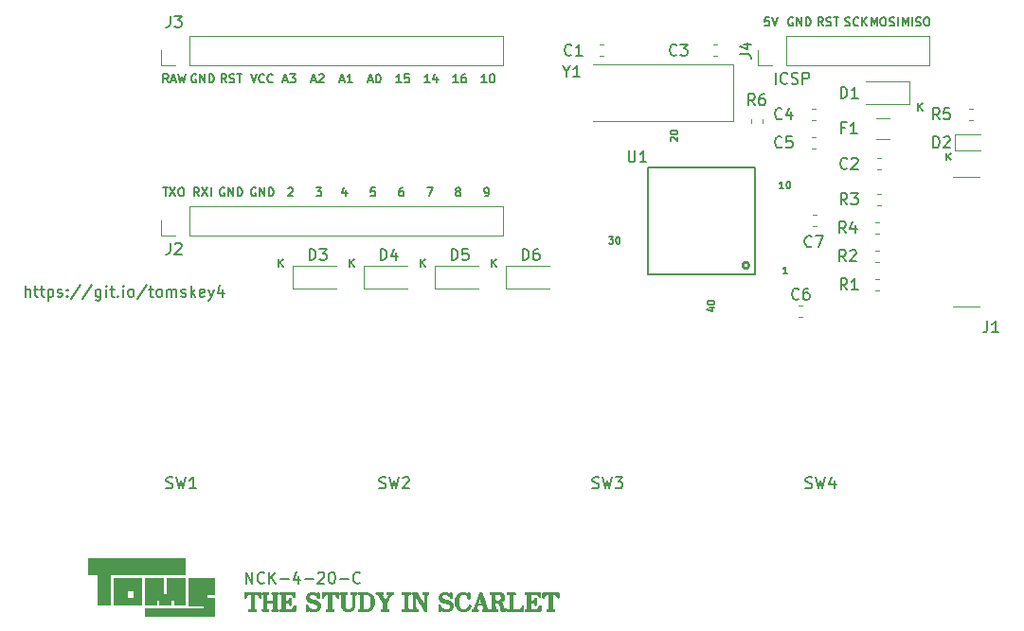
<source format=gbr>
G04 #@! TF.GenerationSoftware,KiCad,Pcbnew,(5.1.6-0-10_14)*
G04 #@! TF.CreationDate,2020-07-26T20:14:21+09:00*
G04 #@! TF.ProjectId,name_card_keyboard,6e616d65-5f63-4617-9264-5f6b6579626f,rev?*
G04 #@! TF.SameCoordinates,Original*
G04 #@! TF.FileFunction,Legend,Top*
G04 #@! TF.FilePolarity,Positive*
%FSLAX46Y46*%
G04 Gerber Fmt 4.6, Leading zero omitted, Abs format (unit mm)*
G04 Created by KiCad (PCBNEW (5.1.6-0-10_14)) date 2020-07-26 20:14:21*
%MOMM*%
%LPD*%
G01*
G04 APERTURE LIST*
%ADD10C,0.150000*%
%ADD11C,0.010000*%
%ADD12C,0.100000*%
%ADD13C,0.120000*%
%ADD14C,0.254000*%
%ADD15C,0.203200*%
G04 APERTURE END LIST*
D10*
X163439928Y-105591428D02*
X163863261Y-105591428D01*
X163198023Y-105742619D02*
X163651595Y-105893809D01*
X163651595Y-105500714D01*
X163228261Y-105137857D02*
X163228261Y-105077380D01*
X163258500Y-105016904D01*
X163288738Y-104986666D01*
X163349214Y-104956428D01*
X163470166Y-104926190D01*
X163621357Y-104926190D01*
X163742309Y-104956428D01*
X163802785Y-104986666D01*
X163833023Y-105016904D01*
X163863261Y-105077380D01*
X163863261Y-105137857D01*
X163833023Y-105198333D01*
X163802785Y-105228571D01*
X163742309Y-105258809D01*
X163621357Y-105289047D01*
X163470166Y-105289047D01*
X163349214Y-105258809D01*
X163288738Y-105228571D01*
X163258500Y-105198333D01*
X163228261Y-105137857D01*
X154425952Y-99220261D02*
X154819047Y-99220261D01*
X154607380Y-99462166D01*
X154698095Y-99462166D01*
X154758571Y-99492404D01*
X154788809Y-99522642D01*
X154819047Y-99583119D01*
X154819047Y-99734309D01*
X154788809Y-99794785D01*
X154758571Y-99825023D01*
X154698095Y-99855261D01*
X154516666Y-99855261D01*
X154456190Y-99825023D01*
X154425952Y-99794785D01*
X155212142Y-99220261D02*
X155272619Y-99220261D01*
X155333095Y-99250500D01*
X155363333Y-99280738D01*
X155393571Y-99341214D01*
X155423809Y-99462166D01*
X155423809Y-99613357D01*
X155393571Y-99734309D01*
X155363333Y-99794785D01*
X155333095Y-99825023D01*
X155272619Y-99855261D01*
X155212142Y-99855261D01*
X155151666Y-99825023D01*
X155121428Y-99794785D01*
X155091190Y-99734309D01*
X155060952Y-99613357D01*
X155060952Y-99462166D01*
X155091190Y-99341214D01*
X155121428Y-99280738D01*
X155151666Y-99250500D01*
X155212142Y-99220261D01*
X159986738Y-90653809D02*
X159956500Y-90623571D01*
X159926261Y-90563095D01*
X159926261Y-90411904D01*
X159956500Y-90351428D01*
X159986738Y-90321190D01*
X160047214Y-90290952D01*
X160107690Y-90290952D01*
X160198404Y-90321190D01*
X160561261Y-90684047D01*
X160561261Y-90290952D01*
X159926261Y-89897857D02*
X159926261Y-89837380D01*
X159956500Y-89776904D01*
X159986738Y-89746666D01*
X160047214Y-89716428D01*
X160168166Y-89686190D01*
X160319357Y-89686190D01*
X160440309Y-89716428D01*
X160500785Y-89746666D01*
X160531023Y-89776904D01*
X160561261Y-89837380D01*
X160561261Y-89897857D01*
X160531023Y-89958333D01*
X160500785Y-89988571D01*
X160440309Y-90018809D01*
X160319357Y-90049047D01*
X160168166Y-90049047D01*
X160047214Y-90018809D01*
X159986738Y-89988571D01*
X159956500Y-89958333D01*
X159926261Y-89897857D01*
X170059047Y-94902261D02*
X169696190Y-94902261D01*
X169877619Y-94902261D02*
X169877619Y-94267261D01*
X169817142Y-94357976D01*
X169756666Y-94418452D01*
X169696190Y-94448690D01*
X170452142Y-94267261D02*
X170512619Y-94267261D01*
X170573095Y-94297500D01*
X170603333Y-94327738D01*
X170633571Y-94388214D01*
X170663809Y-94509166D01*
X170663809Y-94660357D01*
X170633571Y-94781309D01*
X170603333Y-94841785D01*
X170573095Y-94872023D01*
X170512619Y-94902261D01*
X170452142Y-94902261D01*
X170391666Y-94872023D01*
X170361428Y-94841785D01*
X170331190Y-94781309D01*
X170300952Y-94660357D01*
X170300952Y-94509166D01*
X170331190Y-94388214D01*
X170361428Y-94327738D01*
X170391666Y-94297500D01*
X170452142Y-94267261D01*
X170361428Y-102522261D02*
X169998571Y-102522261D01*
X170180000Y-102522261D02*
X170180000Y-101887261D01*
X170119523Y-101977976D01*
X170059047Y-102038452D01*
X169998571Y-102068690D01*
X184618690Y-92362261D02*
X184618690Y-91727261D01*
X184981547Y-92362261D02*
X184709404Y-91999404D01*
X184981547Y-91727261D02*
X184618690Y-92090119D01*
X182078690Y-87917261D02*
X182078690Y-87282261D01*
X182441547Y-87917261D02*
X182169404Y-87554404D01*
X182441547Y-87282261D02*
X182078690Y-87645119D01*
X143978690Y-101887261D02*
X143978690Y-101252261D01*
X144341547Y-101887261D02*
X144069404Y-101524404D01*
X144341547Y-101252261D02*
X143978690Y-101615119D01*
X137628690Y-101887261D02*
X137628690Y-101252261D01*
X137991547Y-101887261D02*
X137719404Y-101524404D01*
X137991547Y-101252261D02*
X137628690Y-101615119D01*
X131278690Y-101887261D02*
X131278690Y-101252261D01*
X131641547Y-101887261D02*
X131369404Y-101524404D01*
X131641547Y-101252261D02*
X131278690Y-101615119D01*
X124928690Y-101887261D02*
X124928690Y-101252261D01*
X125291547Y-101887261D02*
X125019404Y-101524404D01*
X125291547Y-101252261D02*
X124928690Y-101615119D01*
X143491857Y-85434714D02*
X143056428Y-85434714D01*
X143274142Y-85434714D02*
X143274142Y-84672714D01*
X143201571Y-84781571D01*
X143129000Y-84854142D01*
X143056428Y-84890428D01*
X143963571Y-84672714D02*
X144036142Y-84672714D01*
X144108714Y-84709000D01*
X144145000Y-84745285D01*
X144181285Y-84817857D01*
X144217571Y-84963000D01*
X144217571Y-85144428D01*
X144181285Y-85289571D01*
X144145000Y-85362142D01*
X144108714Y-85398428D01*
X144036142Y-85434714D01*
X143963571Y-85434714D01*
X143891000Y-85398428D01*
X143854714Y-85362142D01*
X143818428Y-85289571D01*
X143782142Y-85144428D01*
X143782142Y-84963000D01*
X143818428Y-84817857D01*
X143854714Y-84745285D01*
X143891000Y-84709000D01*
X143963571Y-84672714D01*
X140951857Y-85434714D02*
X140516428Y-85434714D01*
X140734142Y-85434714D02*
X140734142Y-84672714D01*
X140661571Y-84781571D01*
X140589000Y-84854142D01*
X140516428Y-84890428D01*
X141605000Y-84672714D02*
X141459857Y-84672714D01*
X141387285Y-84709000D01*
X141351000Y-84745285D01*
X141278428Y-84854142D01*
X141242142Y-84999285D01*
X141242142Y-85289571D01*
X141278428Y-85362142D01*
X141314714Y-85398428D01*
X141387285Y-85434714D01*
X141532428Y-85434714D01*
X141605000Y-85398428D01*
X141641285Y-85362142D01*
X141677571Y-85289571D01*
X141677571Y-85108142D01*
X141641285Y-85035571D01*
X141605000Y-84999285D01*
X141532428Y-84963000D01*
X141387285Y-84963000D01*
X141314714Y-84999285D01*
X141278428Y-85035571D01*
X141242142Y-85108142D01*
X138411857Y-85434714D02*
X137976428Y-85434714D01*
X138194142Y-85434714D02*
X138194142Y-84672714D01*
X138121571Y-84781571D01*
X138049000Y-84854142D01*
X137976428Y-84890428D01*
X139065000Y-84926714D02*
X139065000Y-85434714D01*
X138883571Y-84636428D02*
X138702142Y-85180714D01*
X139173857Y-85180714D01*
X135871857Y-85434714D02*
X135436428Y-85434714D01*
X135654142Y-85434714D02*
X135654142Y-84672714D01*
X135581571Y-84781571D01*
X135509000Y-84854142D01*
X135436428Y-84890428D01*
X136561285Y-84672714D02*
X136198428Y-84672714D01*
X136162142Y-85035571D01*
X136198428Y-84999285D01*
X136271000Y-84963000D01*
X136452428Y-84963000D01*
X136525000Y-84999285D01*
X136561285Y-85035571D01*
X136597571Y-85108142D01*
X136597571Y-85289571D01*
X136561285Y-85362142D01*
X136525000Y-85398428D01*
X136452428Y-85434714D01*
X136271000Y-85434714D01*
X136198428Y-85398428D01*
X136162142Y-85362142D01*
X132932714Y-85217000D02*
X133295571Y-85217000D01*
X132860142Y-85434714D02*
X133114142Y-84672714D01*
X133368142Y-85434714D01*
X133767285Y-84672714D02*
X133839857Y-84672714D01*
X133912428Y-84709000D01*
X133948714Y-84745285D01*
X133985000Y-84817857D01*
X134021285Y-84963000D01*
X134021285Y-85144428D01*
X133985000Y-85289571D01*
X133948714Y-85362142D01*
X133912428Y-85398428D01*
X133839857Y-85434714D01*
X133767285Y-85434714D01*
X133694714Y-85398428D01*
X133658428Y-85362142D01*
X133622142Y-85289571D01*
X133585857Y-85144428D01*
X133585857Y-84963000D01*
X133622142Y-84817857D01*
X133658428Y-84745285D01*
X133694714Y-84709000D01*
X133767285Y-84672714D01*
X130392714Y-85217000D02*
X130755571Y-85217000D01*
X130320142Y-85434714D02*
X130574142Y-84672714D01*
X130828142Y-85434714D01*
X131481285Y-85434714D02*
X131045857Y-85434714D01*
X131263571Y-85434714D02*
X131263571Y-84672714D01*
X131191000Y-84781571D01*
X131118428Y-84854142D01*
X131045857Y-84890428D01*
X127852714Y-85217000D02*
X128215571Y-85217000D01*
X127780142Y-85434714D02*
X128034142Y-84672714D01*
X128288142Y-85434714D01*
X128505857Y-84745285D02*
X128542142Y-84709000D01*
X128614714Y-84672714D01*
X128796142Y-84672714D01*
X128868714Y-84709000D01*
X128905000Y-84745285D01*
X128941285Y-84817857D01*
X128941285Y-84890428D01*
X128905000Y-84999285D01*
X128469571Y-85434714D01*
X128941285Y-85434714D01*
X125312714Y-85217000D02*
X125675571Y-85217000D01*
X125240142Y-85434714D02*
X125494142Y-84672714D01*
X125748142Y-85434714D01*
X125929571Y-84672714D02*
X126401285Y-84672714D01*
X126147285Y-84963000D01*
X126256142Y-84963000D01*
X126328714Y-84999285D01*
X126365000Y-85035571D01*
X126401285Y-85108142D01*
X126401285Y-85289571D01*
X126365000Y-85362142D01*
X126328714Y-85398428D01*
X126256142Y-85434714D01*
X126038428Y-85434714D01*
X125965857Y-85398428D01*
X125929571Y-85362142D01*
X122428000Y-84672714D02*
X122682000Y-85434714D01*
X122936000Y-84672714D01*
X123625428Y-85362142D02*
X123589142Y-85398428D01*
X123480285Y-85434714D01*
X123407714Y-85434714D01*
X123298857Y-85398428D01*
X123226285Y-85325857D01*
X123190000Y-85253285D01*
X123153714Y-85108142D01*
X123153714Y-84999285D01*
X123190000Y-84854142D01*
X123226285Y-84781571D01*
X123298857Y-84709000D01*
X123407714Y-84672714D01*
X123480285Y-84672714D01*
X123589142Y-84709000D01*
X123625428Y-84745285D01*
X124387428Y-85362142D02*
X124351142Y-85398428D01*
X124242285Y-85434714D01*
X124169714Y-85434714D01*
X124060857Y-85398428D01*
X123988285Y-85325857D01*
X123952000Y-85253285D01*
X123915714Y-85108142D01*
X123915714Y-84999285D01*
X123952000Y-84854142D01*
X123988285Y-84781571D01*
X124060857Y-84709000D01*
X124169714Y-84672714D01*
X124242285Y-84672714D01*
X124351142Y-84709000D01*
X124387428Y-84745285D01*
X120232714Y-85434714D02*
X119978714Y-85071857D01*
X119797285Y-85434714D02*
X119797285Y-84672714D01*
X120087571Y-84672714D01*
X120160142Y-84709000D01*
X120196428Y-84745285D01*
X120232714Y-84817857D01*
X120232714Y-84926714D01*
X120196428Y-84999285D01*
X120160142Y-85035571D01*
X120087571Y-85071857D01*
X119797285Y-85071857D01*
X120523000Y-85398428D02*
X120631857Y-85434714D01*
X120813285Y-85434714D01*
X120885857Y-85398428D01*
X120922142Y-85362142D01*
X120958428Y-85289571D01*
X120958428Y-85217000D01*
X120922142Y-85144428D01*
X120885857Y-85108142D01*
X120813285Y-85071857D01*
X120668142Y-85035571D01*
X120595571Y-84999285D01*
X120559285Y-84963000D01*
X120523000Y-84890428D01*
X120523000Y-84817857D01*
X120559285Y-84745285D01*
X120595571Y-84709000D01*
X120668142Y-84672714D01*
X120849571Y-84672714D01*
X120958428Y-84709000D01*
X121176142Y-84672714D02*
X121611571Y-84672714D01*
X121393857Y-85434714D02*
X121393857Y-84672714D01*
X117529428Y-84709000D02*
X117456857Y-84672714D01*
X117348000Y-84672714D01*
X117239142Y-84709000D01*
X117166571Y-84781571D01*
X117130285Y-84854142D01*
X117094000Y-84999285D01*
X117094000Y-85108142D01*
X117130285Y-85253285D01*
X117166571Y-85325857D01*
X117239142Y-85398428D01*
X117348000Y-85434714D01*
X117420571Y-85434714D01*
X117529428Y-85398428D01*
X117565714Y-85362142D01*
X117565714Y-85108142D01*
X117420571Y-85108142D01*
X117892285Y-85434714D02*
X117892285Y-84672714D01*
X118327714Y-85434714D01*
X118327714Y-84672714D01*
X118690571Y-85434714D02*
X118690571Y-84672714D01*
X118872000Y-84672714D01*
X118980857Y-84709000D01*
X119053428Y-84781571D01*
X119089714Y-84854142D01*
X119126000Y-84999285D01*
X119126000Y-85108142D01*
X119089714Y-85253285D01*
X119053428Y-85325857D01*
X118980857Y-85398428D01*
X118872000Y-85434714D01*
X118690571Y-85434714D01*
X115043857Y-85434714D02*
X114789857Y-85071857D01*
X114608428Y-85434714D02*
X114608428Y-84672714D01*
X114898714Y-84672714D01*
X114971285Y-84709000D01*
X115007571Y-84745285D01*
X115043857Y-84817857D01*
X115043857Y-84926714D01*
X115007571Y-84999285D01*
X114971285Y-85035571D01*
X114898714Y-85071857D01*
X114608428Y-85071857D01*
X115334142Y-85217000D02*
X115697000Y-85217000D01*
X115261571Y-85434714D02*
X115515571Y-84672714D01*
X115769571Y-85434714D01*
X115951000Y-84672714D02*
X116132428Y-85434714D01*
X116277571Y-84890428D01*
X116422714Y-85434714D01*
X116604142Y-84672714D01*
X143364857Y-95594714D02*
X143510000Y-95594714D01*
X143582571Y-95558428D01*
X143618857Y-95522142D01*
X143691428Y-95413285D01*
X143727714Y-95268142D01*
X143727714Y-94977857D01*
X143691428Y-94905285D01*
X143655142Y-94869000D01*
X143582571Y-94832714D01*
X143437428Y-94832714D01*
X143364857Y-94869000D01*
X143328571Y-94905285D01*
X143292285Y-94977857D01*
X143292285Y-95159285D01*
X143328571Y-95231857D01*
X143364857Y-95268142D01*
X143437428Y-95304428D01*
X143582571Y-95304428D01*
X143655142Y-95268142D01*
X143691428Y-95231857D01*
X143727714Y-95159285D01*
X140897428Y-95159285D02*
X140824857Y-95123000D01*
X140788571Y-95086714D01*
X140752285Y-95014142D01*
X140752285Y-94977857D01*
X140788571Y-94905285D01*
X140824857Y-94869000D01*
X140897428Y-94832714D01*
X141042571Y-94832714D01*
X141115142Y-94869000D01*
X141151428Y-94905285D01*
X141187714Y-94977857D01*
X141187714Y-95014142D01*
X141151428Y-95086714D01*
X141115142Y-95123000D01*
X141042571Y-95159285D01*
X140897428Y-95159285D01*
X140824857Y-95195571D01*
X140788571Y-95231857D01*
X140752285Y-95304428D01*
X140752285Y-95449571D01*
X140788571Y-95522142D01*
X140824857Y-95558428D01*
X140897428Y-95594714D01*
X141042571Y-95594714D01*
X141115142Y-95558428D01*
X141151428Y-95522142D01*
X141187714Y-95449571D01*
X141187714Y-95304428D01*
X141151428Y-95231857D01*
X141115142Y-95195571D01*
X141042571Y-95159285D01*
X138176000Y-94832714D02*
X138684000Y-94832714D01*
X138357428Y-95594714D01*
X136035142Y-94832714D02*
X135890000Y-94832714D01*
X135817428Y-94869000D01*
X135781142Y-94905285D01*
X135708571Y-95014142D01*
X135672285Y-95159285D01*
X135672285Y-95449571D01*
X135708571Y-95522142D01*
X135744857Y-95558428D01*
X135817428Y-95594714D01*
X135962571Y-95594714D01*
X136035142Y-95558428D01*
X136071428Y-95522142D01*
X136107714Y-95449571D01*
X136107714Y-95268142D01*
X136071428Y-95195571D01*
X136035142Y-95159285D01*
X135962571Y-95123000D01*
X135817428Y-95123000D01*
X135744857Y-95159285D01*
X135708571Y-95195571D01*
X135672285Y-95268142D01*
X133531428Y-94832714D02*
X133168571Y-94832714D01*
X133132285Y-95195571D01*
X133168571Y-95159285D01*
X133241142Y-95123000D01*
X133422571Y-95123000D01*
X133495142Y-95159285D01*
X133531428Y-95195571D01*
X133567714Y-95268142D01*
X133567714Y-95449571D01*
X133531428Y-95522142D01*
X133495142Y-95558428D01*
X133422571Y-95594714D01*
X133241142Y-95594714D01*
X133168571Y-95558428D01*
X133132285Y-95522142D01*
X130955142Y-95086714D02*
X130955142Y-95594714D01*
X130773714Y-94796428D02*
X130592285Y-95340714D01*
X131064000Y-95340714D01*
X128270000Y-94832714D02*
X128741714Y-94832714D01*
X128487714Y-95123000D01*
X128596571Y-95123000D01*
X128669142Y-95159285D01*
X128705428Y-95195571D01*
X128741714Y-95268142D01*
X128741714Y-95449571D01*
X128705428Y-95522142D01*
X128669142Y-95558428D01*
X128596571Y-95594714D01*
X128378857Y-95594714D01*
X128306285Y-95558428D01*
X128270000Y-95522142D01*
X125766285Y-94905285D02*
X125802571Y-94869000D01*
X125875142Y-94832714D01*
X126056571Y-94832714D01*
X126129142Y-94869000D01*
X126165428Y-94905285D01*
X126201714Y-94977857D01*
X126201714Y-95050428D01*
X126165428Y-95159285D01*
X125730000Y-95594714D01*
X126201714Y-95594714D01*
X122863428Y-94869000D02*
X122790857Y-94832714D01*
X122682000Y-94832714D01*
X122573142Y-94869000D01*
X122500571Y-94941571D01*
X122464285Y-95014142D01*
X122428000Y-95159285D01*
X122428000Y-95268142D01*
X122464285Y-95413285D01*
X122500571Y-95485857D01*
X122573142Y-95558428D01*
X122682000Y-95594714D01*
X122754571Y-95594714D01*
X122863428Y-95558428D01*
X122899714Y-95522142D01*
X122899714Y-95268142D01*
X122754571Y-95268142D01*
X123226285Y-95594714D02*
X123226285Y-94832714D01*
X123661714Y-95594714D01*
X123661714Y-94832714D01*
X124024571Y-95594714D02*
X124024571Y-94832714D01*
X124206000Y-94832714D01*
X124314857Y-94869000D01*
X124387428Y-94941571D01*
X124423714Y-95014142D01*
X124460000Y-95159285D01*
X124460000Y-95268142D01*
X124423714Y-95413285D01*
X124387428Y-95485857D01*
X124314857Y-95558428D01*
X124206000Y-95594714D01*
X124024571Y-95594714D01*
X120069428Y-94869000D02*
X119996857Y-94832714D01*
X119888000Y-94832714D01*
X119779142Y-94869000D01*
X119706571Y-94941571D01*
X119670285Y-95014142D01*
X119634000Y-95159285D01*
X119634000Y-95268142D01*
X119670285Y-95413285D01*
X119706571Y-95485857D01*
X119779142Y-95558428D01*
X119888000Y-95594714D01*
X119960571Y-95594714D01*
X120069428Y-95558428D01*
X120105714Y-95522142D01*
X120105714Y-95268142D01*
X119960571Y-95268142D01*
X120432285Y-95594714D02*
X120432285Y-94832714D01*
X120867714Y-95594714D01*
X120867714Y-94832714D01*
X121230571Y-95594714D02*
X121230571Y-94832714D01*
X121412000Y-94832714D01*
X121520857Y-94869000D01*
X121593428Y-94941571D01*
X121629714Y-95014142D01*
X121666000Y-95159285D01*
X121666000Y-95268142D01*
X121629714Y-95413285D01*
X121593428Y-95485857D01*
X121520857Y-95558428D01*
X121412000Y-95594714D01*
X121230571Y-95594714D01*
X117801571Y-95594714D02*
X117547571Y-95231857D01*
X117366142Y-95594714D02*
X117366142Y-94832714D01*
X117656428Y-94832714D01*
X117729000Y-94869000D01*
X117765285Y-94905285D01*
X117801571Y-94977857D01*
X117801571Y-95086714D01*
X117765285Y-95159285D01*
X117729000Y-95195571D01*
X117656428Y-95231857D01*
X117366142Y-95231857D01*
X118055571Y-94832714D02*
X118563571Y-95594714D01*
X118563571Y-94832714D02*
X118055571Y-95594714D01*
X118853857Y-95594714D02*
X118853857Y-94832714D01*
X114590285Y-94832714D02*
X115025714Y-94832714D01*
X114808000Y-95594714D02*
X114808000Y-94832714D01*
X115207142Y-94832714D02*
X115715142Y-95594714D01*
X115715142Y-94832714D02*
X115207142Y-95594714D01*
X116150571Y-94832714D02*
X116295714Y-94832714D01*
X116368285Y-94869000D01*
X116440857Y-94941571D01*
X116477142Y-95086714D01*
X116477142Y-95340714D01*
X116440857Y-95485857D01*
X116368285Y-95558428D01*
X116295714Y-95594714D01*
X116150571Y-95594714D01*
X116078000Y-95558428D01*
X116005428Y-95485857D01*
X115969142Y-95340714D01*
X115969142Y-95086714D01*
X116005428Y-94941571D01*
X116078000Y-94869000D01*
X116150571Y-94832714D01*
X180666571Y-80354714D02*
X180666571Y-79592714D01*
X180920571Y-80137000D01*
X181174571Y-79592714D01*
X181174571Y-80354714D01*
X181537428Y-80354714D02*
X181537428Y-79592714D01*
X181864000Y-80318428D02*
X181972857Y-80354714D01*
X182154285Y-80354714D01*
X182226857Y-80318428D01*
X182263142Y-80282142D01*
X182299428Y-80209571D01*
X182299428Y-80137000D01*
X182263142Y-80064428D01*
X182226857Y-80028142D01*
X182154285Y-79991857D01*
X182009142Y-79955571D01*
X181936571Y-79919285D01*
X181900285Y-79883000D01*
X181864000Y-79810428D01*
X181864000Y-79737857D01*
X181900285Y-79665285D01*
X181936571Y-79629000D01*
X182009142Y-79592714D01*
X182190571Y-79592714D01*
X182299428Y-79629000D01*
X182771142Y-79592714D02*
X182916285Y-79592714D01*
X182988857Y-79629000D01*
X183061428Y-79701571D01*
X183097714Y-79846714D01*
X183097714Y-80100714D01*
X183061428Y-80245857D01*
X182988857Y-80318428D01*
X182916285Y-80354714D01*
X182771142Y-80354714D01*
X182698571Y-80318428D01*
X182626000Y-80245857D01*
X182589714Y-80100714D01*
X182589714Y-79846714D01*
X182626000Y-79701571D01*
X182698571Y-79629000D01*
X182771142Y-79592714D01*
X177872571Y-80354714D02*
X177872571Y-79592714D01*
X178126571Y-80137000D01*
X178380571Y-79592714D01*
X178380571Y-80354714D01*
X178888571Y-79592714D02*
X179033714Y-79592714D01*
X179106285Y-79629000D01*
X179178857Y-79701571D01*
X179215142Y-79846714D01*
X179215142Y-80100714D01*
X179178857Y-80245857D01*
X179106285Y-80318428D01*
X179033714Y-80354714D01*
X178888571Y-80354714D01*
X178816000Y-80318428D01*
X178743428Y-80245857D01*
X178707142Y-80100714D01*
X178707142Y-79846714D01*
X178743428Y-79701571D01*
X178816000Y-79629000D01*
X178888571Y-79592714D01*
X179505428Y-80318428D02*
X179614285Y-80354714D01*
X179795714Y-80354714D01*
X179868285Y-80318428D01*
X179904571Y-80282142D01*
X179940857Y-80209571D01*
X179940857Y-80137000D01*
X179904571Y-80064428D01*
X179868285Y-80028142D01*
X179795714Y-79991857D01*
X179650571Y-79955571D01*
X179578000Y-79919285D01*
X179541714Y-79883000D01*
X179505428Y-79810428D01*
X179505428Y-79737857D01*
X179541714Y-79665285D01*
X179578000Y-79629000D01*
X179650571Y-79592714D01*
X179832000Y-79592714D01*
X179940857Y-79629000D01*
X180267428Y-80354714D02*
X180267428Y-79592714D01*
X175550285Y-80318428D02*
X175659142Y-80354714D01*
X175840571Y-80354714D01*
X175913142Y-80318428D01*
X175949428Y-80282142D01*
X175985714Y-80209571D01*
X175985714Y-80137000D01*
X175949428Y-80064428D01*
X175913142Y-80028142D01*
X175840571Y-79991857D01*
X175695428Y-79955571D01*
X175622857Y-79919285D01*
X175586571Y-79883000D01*
X175550285Y-79810428D01*
X175550285Y-79737857D01*
X175586571Y-79665285D01*
X175622857Y-79629000D01*
X175695428Y-79592714D01*
X175876857Y-79592714D01*
X175985714Y-79629000D01*
X176747714Y-80282142D02*
X176711428Y-80318428D01*
X176602571Y-80354714D01*
X176530000Y-80354714D01*
X176421142Y-80318428D01*
X176348571Y-80245857D01*
X176312285Y-80173285D01*
X176276000Y-80028142D01*
X176276000Y-79919285D01*
X176312285Y-79774142D01*
X176348571Y-79701571D01*
X176421142Y-79629000D01*
X176530000Y-79592714D01*
X176602571Y-79592714D01*
X176711428Y-79629000D01*
X176747714Y-79665285D01*
X177074285Y-80354714D02*
X177074285Y-79592714D01*
X177509714Y-80354714D02*
X177183142Y-79919285D01*
X177509714Y-79592714D02*
X177074285Y-80028142D01*
X173572714Y-80354714D02*
X173318714Y-79991857D01*
X173137285Y-80354714D02*
X173137285Y-79592714D01*
X173427571Y-79592714D01*
X173500142Y-79629000D01*
X173536428Y-79665285D01*
X173572714Y-79737857D01*
X173572714Y-79846714D01*
X173536428Y-79919285D01*
X173500142Y-79955571D01*
X173427571Y-79991857D01*
X173137285Y-79991857D01*
X173863000Y-80318428D02*
X173971857Y-80354714D01*
X174153285Y-80354714D01*
X174225857Y-80318428D01*
X174262142Y-80282142D01*
X174298428Y-80209571D01*
X174298428Y-80137000D01*
X174262142Y-80064428D01*
X174225857Y-80028142D01*
X174153285Y-79991857D01*
X174008142Y-79955571D01*
X173935571Y-79919285D01*
X173899285Y-79883000D01*
X173863000Y-79810428D01*
X173863000Y-79737857D01*
X173899285Y-79665285D01*
X173935571Y-79629000D01*
X174008142Y-79592714D01*
X174189571Y-79592714D01*
X174298428Y-79629000D01*
X174516142Y-79592714D02*
X174951571Y-79592714D01*
X174733857Y-80354714D02*
X174733857Y-79592714D01*
X170869428Y-79629000D02*
X170796857Y-79592714D01*
X170688000Y-79592714D01*
X170579142Y-79629000D01*
X170506571Y-79701571D01*
X170470285Y-79774142D01*
X170434000Y-79919285D01*
X170434000Y-80028142D01*
X170470285Y-80173285D01*
X170506571Y-80245857D01*
X170579142Y-80318428D01*
X170688000Y-80354714D01*
X170760571Y-80354714D01*
X170869428Y-80318428D01*
X170905714Y-80282142D01*
X170905714Y-80028142D01*
X170760571Y-80028142D01*
X171232285Y-80354714D02*
X171232285Y-79592714D01*
X171667714Y-80354714D01*
X171667714Y-79592714D01*
X172030571Y-80354714D02*
X172030571Y-79592714D01*
X172212000Y-79592714D01*
X172320857Y-79629000D01*
X172393428Y-79701571D01*
X172429714Y-79774142D01*
X172466000Y-79919285D01*
X172466000Y-80028142D01*
X172429714Y-80173285D01*
X172393428Y-80245857D01*
X172320857Y-80318428D01*
X172212000Y-80354714D01*
X172030571Y-80354714D01*
X168764857Y-79592714D02*
X168402000Y-79592714D01*
X168365714Y-79955571D01*
X168402000Y-79919285D01*
X168474571Y-79883000D01*
X168656000Y-79883000D01*
X168728571Y-79919285D01*
X168764857Y-79955571D01*
X168801142Y-80028142D01*
X168801142Y-80209571D01*
X168764857Y-80282142D01*
X168728571Y-80318428D01*
X168656000Y-80354714D01*
X168474571Y-80354714D01*
X168402000Y-80318428D01*
X168365714Y-80282142D01*
X169018857Y-79592714D02*
X169272857Y-80354714D01*
X169526857Y-79592714D01*
X169338809Y-85542380D02*
X169338809Y-84542380D01*
X170386428Y-85447142D02*
X170338809Y-85494761D01*
X170195952Y-85542380D01*
X170100714Y-85542380D01*
X169957857Y-85494761D01*
X169862619Y-85399523D01*
X169815000Y-85304285D01*
X169767380Y-85113809D01*
X169767380Y-84970952D01*
X169815000Y-84780476D01*
X169862619Y-84685238D01*
X169957857Y-84590000D01*
X170100714Y-84542380D01*
X170195952Y-84542380D01*
X170338809Y-84590000D01*
X170386428Y-84637619D01*
X170767380Y-85494761D02*
X170910238Y-85542380D01*
X171148333Y-85542380D01*
X171243571Y-85494761D01*
X171291190Y-85447142D01*
X171338809Y-85351904D01*
X171338809Y-85256666D01*
X171291190Y-85161428D01*
X171243571Y-85113809D01*
X171148333Y-85066190D01*
X170957857Y-85018571D01*
X170862619Y-84970952D01*
X170815000Y-84923333D01*
X170767380Y-84828095D01*
X170767380Y-84732857D01*
X170815000Y-84637619D01*
X170862619Y-84590000D01*
X170957857Y-84542380D01*
X171195952Y-84542380D01*
X171338809Y-84590000D01*
X171767380Y-85542380D02*
X171767380Y-84542380D01*
X172148333Y-84542380D01*
X172243571Y-84590000D01*
X172291190Y-84637619D01*
X172338809Y-84732857D01*
X172338809Y-84875714D01*
X172291190Y-84970952D01*
X172243571Y-85018571D01*
X172148333Y-85066190D01*
X171767380Y-85066190D01*
X172021666Y-121689761D02*
X172164523Y-121737380D01*
X172402619Y-121737380D01*
X172497857Y-121689761D01*
X172545476Y-121642142D01*
X172593095Y-121546904D01*
X172593095Y-121451666D01*
X172545476Y-121356428D01*
X172497857Y-121308809D01*
X172402619Y-121261190D01*
X172212142Y-121213571D01*
X172116904Y-121165952D01*
X172069285Y-121118333D01*
X172021666Y-121023095D01*
X172021666Y-120927857D01*
X172069285Y-120832619D01*
X172116904Y-120785000D01*
X172212142Y-120737380D01*
X172450238Y-120737380D01*
X172593095Y-120785000D01*
X172926428Y-120737380D02*
X173164523Y-121737380D01*
X173355000Y-121023095D01*
X173545476Y-121737380D01*
X173783571Y-120737380D01*
X174593095Y-121070714D02*
X174593095Y-121737380D01*
X174355000Y-120689761D02*
X174116904Y-121404047D01*
X174735952Y-121404047D01*
X152971666Y-121689761D02*
X153114523Y-121737380D01*
X153352619Y-121737380D01*
X153447857Y-121689761D01*
X153495476Y-121642142D01*
X153543095Y-121546904D01*
X153543095Y-121451666D01*
X153495476Y-121356428D01*
X153447857Y-121308809D01*
X153352619Y-121261190D01*
X153162142Y-121213571D01*
X153066904Y-121165952D01*
X153019285Y-121118333D01*
X152971666Y-121023095D01*
X152971666Y-120927857D01*
X153019285Y-120832619D01*
X153066904Y-120785000D01*
X153162142Y-120737380D01*
X153400238Y-120737380D01*
X153543095Y-120785000D01*
X153876428Y-120737380D02*
X154114523Y-121737380D01*
X154305000Y-121023095D01*
X154495476Y-121737380D01*
X154733571Y-120737380D01*
X155019285Y-120737380D02*
X155638333Y-120737380D01*
X155305000Y-121118333D01*
X155447857Y-121118333D01*
X155543095Y-121165952D01*
X155590714Y-121213571D01*
X155638333Y-121308809D01*
X155638333Y-121546904D01*
X155590714Y-121642142D01*
X155543095Y-121689761D01*
X155447857Y-121737380D01*
X155162142Y-121737380D01*
X155066904Y-121689761D01*
X155019285Y-121642142D01*
X133921666Y-121689761D02*
X134064523Y-121737380D01*
X134302619Y-121737380D01*
X134397857Y-121689761D01*
X134445476Y-121642142D01*
X134493095Y-121546904D01*
X134493095Y-121451666D01*
X134445476Y-121356428D01*
X134397857Y-121308809D01*
X134302619Y-121261190D01*
X134112142Y-121213571D01*
X134016904Y-121165952D01*
X133969285Y-121118333D01*
X133921666Y-121023095D01*
X133921666Y-120927857D01*
X133969285Y-120832619D01*
X134016904Y-120785000D01*
X134112142Y-120737380D01*
X134350238Y-120737380D01*
X134493095Y-120785000D01*
X134826428Y-120737380D02*
X135064523Y-121737380D01*
X135255000Y-121023095D01*
X135445476Y-121737380D01*
X135683571Y-120737380D01*
X136016904Y-120832619D02*
X136064523Y-120785000D01*
X136159761Y-120737380D01*
X136397857Y-120737380D01*
X136493095Y-120785000D01*
X136540714Y-120832619D01*
X136588333Y-120927857D01*
X136588333Y-121023095D01*
X136540714Y-121165952D01*
X135969285Y-121737380D01*
X136588333Y-121737380D01*
X114871666Y-121689761D02*
X115014523Y-121737380D01*
X115252619Y-121737380D01*
X115347857Y-121689761D01*
X115395476Y-121642142D01*
X115443095Y-121546904D01*
X115443095Y-121451666D01*
X115395476Y-121356428D01*
X115347857Y-121308809D01*
X115252619Y-121261190D01*
X115062142Y-121213571D01*
X114966904Y-121165952D01*
X114919285Y-121118333D01*
X114871666Y-121023095D01*
X114871666Y-120927857D01*
X114919285Y-120832619D01*
X114966904Y-120785000D01*
X115062142Y-120737380D01*
X115300238Y-120737380D01*
X115443095Y-120785000D01*
X115776428Y-120737380D02*
X116014523Y-121737380D01*
X116205000Y-121023095D01*
X116395476Y-121737380D01*
X116633571Y-120737380D01*
X117538333Y-121737380D02*
X116966904Y-121737380D01*
X117252619Y-121737380D02*
X117252619Y-120737380D01*
X117157380Y-120880238D01*
X117062142Y-120975476D01*
X116966904Y-121023095D01*
X102267857Y-104592380D02*
X102267857Y-103592380D01*
X102696428Y-104592380D02*
X102696428Y-104068571D01*
X102648809Y-103973333D01*
X102553571Y-103925714D01*
X102410714Y-103925714D01*
X102315476Y-103973333D01*
X102267857Y-104020952D01*
X103029761Y-103925714D02*
X103410714Y-103925714D01*
X103172619Y-103592380D02*
X103172619Y-104449523D01*
X103220238Y-104544761D01*
X103315476Y-104592380D01*
X103410714Y-104592380D01*
X103601190Y-103925714D02*
X103982142Y-103925714D01*
X103744047Y-103592380D02*
X103744047Y-104449523D01*
X103791666Y-104544761D01*
X103886904Y-104592380D01*
X103982142Y-104592380D01*
X104315476Y-103925714D02*
X104315476Y-104925714D01*
X104315476Y-103973333D02*
X104410714Y-103925714D01*
X104601190Y-103925714D01*
X104696428Y-103973333D01*
X104744047Y-104020952D01*
X104791666Y-104116190D01*
X104791666Y-104401904D01*
X104744047Y-104497142D01*
X104696428Y-104544761D01*
X104601190Y-104592380D01*
X104410714Y-104592380D01*
X104315476Y-104544761D01*
X105172619Y-104544761D02*
X105267857Y-104592380D01*
X105458333Y-104592380D01*
X105553571Y-104544761D01*
X105601190Y-104449523D01*
X105601190Y-104401904D01*
X105553571Y-104306666D01*
X105458333Y-104259047D01*
X105315476Y-104259047D01*
X105220238Y-104211428D01*
X105172619Y-104116190D01*
X105172619Y-104068571D01*
X105220238Y-103973333D01*
X105315476Y-103925714D01*
X105458333Y-103925714D01*
X105553571Y-103973333D01*
X106029761Y-104497142D02*
X106077380Y-104544761D01*
X106029761Y-104592380D01*
X105982142Y-104544761D01*
X106029761Y-104497142D01*
X106029761Y-104592380D01*
X106029761Y-103973333D02*
X106077380Y-104020952D01*
X106029761Y-104068571D01*
X105982142Y-104020952D01*
X106029761Y-103973333D01*
X106029761Y-104068571D01*
X107220238Y-103544761D02*
X106363095Y-104830476D01*
X108267857Y-103544761D02*
X107410714Y-104830476D01*
X109029761Y-103925714D02*
X109029761Y-104735238D01*
X108982142Y-104830476D01*
X108934523Y-104878095D01*
X108839285Y-104925714D01*
X108696428Y-104925714D01*
X108601190Y-104878095D01*
X109029761Y-104544761D02*
X108934523Y-104592380D01*
X108744047Y-104592380D01*
X108648809Y-104544761D01*
X108601190Y-104497142D01*
X108553571Y-104401904D01*
X108553571Y-104116190D01*
X108601190Y-104020952D01*
X108648809Y-103973333D01*
X108744047Y-103925714D01*
X108934523Y-103925714D01*
X109029761Y-103973333D01*
X109505952Y-104592380D02*
X109505952Y-103925714D01*
X109505952Y-103592380D02*
X109458333Y-103640000D01*
X109505952Y-103687619D01*
X109553571Y-103640000D01*
X109505952Y-103592380D01*
X109505952Y-103687619D01*
X109839285Y-103925714D02*
X110220238Y-103925714D01*
X109982142Y-103592380D02*
X109982142Y-104449523D01*
X110029761Y-104544761D01*
X110125000Y-104592380D01*
X110220238Y-104592380D01*
X110553571Y-104497142D02*
X110601190Y-104544761D01*
X110553571Y-104592380D01*
X110505952Y-104544761D01*
X110553571Y-104497142D01*
X110553571Y-104592380D01*
X111029761Y-104592380D02*
X111029761Y-103925714D01*
X111029761Y-103592380D02*
X110982142Y-103640000D01*
X111029761Y-103687619D01*
X111077380Y-103640000D01*
X111029761Y-103592380D01*
X111029761Y-103687619D01*
X111648809Y-104592380D02*
X111553571Y-104544761D01*
X111505952Y-104497142D01*
X111458333Y-104401904D01*
X111458333Y-104116190D01*
X111505952Y-104020952D01*
X111553571Y-103973333D01*
X111648809Y-103925714D01*
X111791666Y-103925714D01*
X111886904Y-103973333D01*
X111934523Y-104020952D01*
X111982142Y-104116190D01*
X111982142Y-104401904D01*
X111934523Y-104497142D01*
X111886904Y-104544761D01*
X111791666Y-104592380D01*
X111648809Y-104592380D01*
X113125000Y-103544761D02*
X112267857Y-104830476D01*
X113315476Y-103925714D02*
X113696428Y-103925714D01*
X113458333Y-103592380D02*
X113458333Y-104449523D01*
X113505952Y-104544761D01*
X113601190Y-104592380D01*
X113696428Y-104592380D01*
X114172619Y-104592380D02*
X114077380Y-104544761D01*
X114029761Y-104497142D01*
X113982142Y-104401904D01*
X113982142Y-104116190D01*
X114029761Y-104020952D01*
X114077380Y-103973333D01*
X114172619Y-103925714D01*
X114315476Y-103925714D01*
X114410714Y-103973333D01*
X114458333Y-104020952D01*
X114505952Y-104116190D01*
X114505952Y-104401904D01*
X114458333Y-104497142D01*
X114410714Y-104544761D01*
X114315476Y-104592380D01*
X114172619Y-104592380D01*
X114934523Y-104592380D02*
X114934523Y-103925714D01*
X114934523Y-104020952D02*
X114982142Y-103973333D01*
X115077380Y-103925714D01*
X115220238Y-103925714D01*
X115315476Y-103973333D01*
X115363095Y-104068571D01*
X115363095Y-104592380D01*
X115363095Y-104068571D02*
X115410714Y-103973333D01*
X115505952Y-103925714D01*
X115648809Y-103925714D01*
X115744047Y-103973333D01*
X115791666Y-104068571D01*
X115791666Y-104592380D01*
X116220238Y-104544761D02*
X116315476Y-104592380D01*
X116505952Y-104592380D01*
X116601190Y-104544761D01*
X116648809Y-104449523D01*
X116648809Y-104401904D01*
X116601190Y-104306666D01*
X116505952Y-104259047D01*
X116363095Y-104259047D01*
X116267857Y-104211428D01*
X116220238Y-104116190D01*
X116220238Y-104068571D01*
X116267857Y-103973333D01*
X116363095Y-103925714D01*
X116505952Y-103925714D01*
X116601190Y-103973333D01*
X117077380Y-104592380D02*
X117077380Y-103592380D01*
X117172619Y-104211428D02*
X117458333Y-104592380D01*
X117458333Y-103925714D02*
X117077380Y-104306666D01*
X118267857Y-104544761D02*
X118172619Y-104592380D01*
X117982142Y-104592380D01*
X117886904Y-104544761D01*
X117839285Y-104449523D01*
X117839285Y-104068571D01*
X117886904Y-103973333D01*
X117982142Y-103925714D01*
X118172619Y-103925714D01*
X118267857Y-103973333D01*
X118315476Y-104068571D01*
X118315476Y-104163809D01*
X117839285Y-104259047D01*
X118648809Y-103925714D02*
X118886904Y-104592380D01*
X119125000Y-103925714D02*
X118886904Y-104592380D01*
X118791666Y-104830476D01*
X118744047Y-104878095D01*
X118648809Y-104925714D01*
X119934523Y-103925714D02*
X119934523Y-104592380D01*
X119696428Y-103544761D02*
X119458333Y-104259047D01*
X120077380Y-104259047D01*
X122001595Y-130246380D02*
X122001595Y-129246380D01*
X122573023Y-130246380D01*
X122573023Y-129246380D01*
X123620642Y-130151142D02*
X123573023Y-130198761D01*
X123430166Y-130246380D01*
X123334928Y-130246380D01*
X123192071Y-130198761D01*
X123096833Y-130103523D01*
X123049214Y-130008285D01*
X123001595Y-129817809D01*
X123001595Y-129674952D01*
X123049214Y-129484476D01*
X123096833Y-129389238D01*
X123192071Y-129294000D01*
X123334928Y-129246380D01*
X123430166Y-129246380D01*
X123573023Y-129294000D01*
X123620642Y-129341619D01*
X124049214Y-130246380D02*
X124049214Y-129246380D01*
X124620642Y-130246380D02*
X124192071Y-129674952D01*
X124620642Y-129246380D02*
X124049214Y-129817809D01*
X125049214Y-129865428D02*
X125811119Y-129865428D01*
X126715880Y-129579714D02*
X126715880Y-130246380D01*
X126477785Y-129198761D02*
X126239690Y-129913047D01*
X126858738Y-129913047D01*
X127239690Y-129865428D02*
X128001595Y-129865428D01*
X128430166Y-129341619D02*
X128477785Y-129294000D01*
X128573023Y-129246380D01*
X128811119Y-129246380D01*
X128906357Y-129294000D01*
X128953976Y-129341619D01*
X129001595Y-129436857D01*
X129001595Y-129532095D01*
X128953976Y-129674952D01*
X128382547Y-130246380D01*
X129001595Y-130246380D01*
X129620642Y-129246380D02*
X129715880Y-129246380D01*
X129811119Y-129294000D01*
X129858738Y-129341619D01*
X129906357Y-129436857D01*
X129953976Y-129627333D01*
X129953976Y-129865428D01*
X129906357Y-130055904D01*
X129858738Y-130151142D01*
X129811119Y-130198761D01*
X129715880Y-130246380D01*
X129620642Y-130246380D01*
X129525404Y-130198761D01*
X129477785Y-130151142D01*
X129430166Y-130055904D01*
X129382547Y-129865428D01*
X129382547Y-129627333D01*
X129430166Y-129436857D01*
X129477785Y-129341619D01*
X129525404Y-129294000D01*
X129620642Y-129246380D01*
X130382547Y-129865428D02*
X131144452Y-129865428D01*
X132192071Y-130151142D02*
X132144452Y-130198761D01*
X132001595Y-130246380D01*
X131906357Y-130246380D01*
X131763500Y-130198761D01*
X131668261Y-130103523D01*
X131620642Y-130008285D01*
X131573023Y-129817809D01*
X131573023Y-129674952D01*
X131620642Y-129484476D01*
X131668261Y-129389238D01*
X131763500Y-129294000D01*
X131906357Y-129246380D01*
X132001595Y-129246380D01*
X132144452Y-129294000D01*
X132192071Y-129341619D01*
D11*
G04 #@! TO.C,G\u002A\u002A\u002A*
G36*
X149324052Y-131049548D02*
G01*
X149424009Y-131049583D01*
X149511260Y-131049664D01*
X149586710Y-131049809D01*
X149651262Y-131050038D01*
X149705822Y-131050368D01*
X149751293Y-131050818D01*
X149788581Y-131051408D01*
X149818588Y-131052154D01*
X149842220Y-131053076D01*
X149860381Y-131054192D01*
X149873975Y-131055522D01*
X149883906Y-131057083D01*
X149891080Y-131058893D01*
X149896399Y-131060972D01*
X149900769Y-131063339D01*
X149901376Y-131063706D01*
X149914809Y-131072603D01*
X149925322Y-131082192D01*
X149933272Y-131094282D01*
X149939013Y-131110680D01*
X149942904Y-131133195D01*
X149945299Y-131163635D01*
X149946556Y-131203808D01*
X149947029Y-131255522D01*
X149947086Y-131295754D01*
X149947086Y-131470171D01*
X149926647Y-131493047D01*
X149909669Y-131508613D01*
X149891590Y-131515019D01*
X149875224Y-131515922D01*
X149858497Y-131514991D01*
X149844726Y-131510954D01*
X149832061Y-131501947D01*
X149818650Y-131486106D01*
X149802641Y-131461567D01*
X149782183Y-131426465D01*
X149776600Y-131416606D01*
X149749949Y-131370906D01*
X149727314Y-131335975D01*
X149706746Y-131309349D01*
X149686295Y-131288567D01*
X149664014Y-131271164D01*
X149658570Y-131267477D01*
X149613224Y-131242947D01*
X149561863Y-131226130D01*
X149502036Y-131216432D01*
X149435457Y-131213270D01*
X149348372Y-131212772D01*
X149348372Y-131879201D01*
X149348292Y-131995154D01*
X149348130Y-132097441D01*
X149347999Y-132186910D01*
X149348014Y-132264406D01*
X149348289Y-132330778D01*
X149348940Y-132386873D01*
X149350079Y-132433536D01*
X149351823Y-132471617D01*
X149354285Y-132501960D01*
X149357579Y-132525415D01*
X149361821Y-132542827D01*
X149367124Y-132555043D01*
X149373604Y-132562912D01*
X149381374Y-132567279D01*
X149390548Y-132568992D01*
X149401243Y-132568898D01*
X149413571Y-132567844D01*
X149427647Y-132566677D01*
X149441199Y-132566229D01*
X149472205Y-132566444D01*
X149492603Y-132567809D01*
X149506300Y-132571403D01*
X149517202Y-132578305D01*
X149529216Y-132589594D01*
X149530526Y-132590903D01*
X149546713Y-132609851D01*
X149553872Y-132627866D01*
X149555200Y-132646057D01*
X149552966Y-132668288D01*
X149544176Y-132685920D01*
X149530526Y-132701212D01*
X149505852Y-132725886D01*
X148893349Y-132725886D01*
X148868675Y-132701212D01*
X148852487Y-132682264D01*
X148845329Y-132664248D01*
X148844000Y-132646057D01*
X148846235Y-132623827D01*
X148855024Y-132606195D01*
X148868675Y-132590903D01*
X148880646Y-132579421D01*
X148891158Y-132572202D01*
X148903937Y-132568258D01*
X148922713Y-132566598D01*
X148951213Y-132566234D01*
X148961630Y-132566229D01*
X148977912Y-132566827D01*
X148992276Y-132568056D01*
X149004840Y-132569070D01*
X149015723Y-132569022D01*
X149025043Y-132567066D01*
X149032921Y-132562354D01*
X149039474Y-132554040D01*
X149044822Y-132541277D01*
X149049083Y-132523219D01*
X149052377Y-132499019D01*
X149054822Y-132467830D01*
X149056537Y-132428805D01*
X149057640Y-132381099D01*
X149058252Y-132323863D01*
X149058490Y-132256252D01*
X149058474Y-132177419D01*
X149058322Y-132086516D01*
X149058154Y-131982698D01*
X149058086Y-131879201D01*
X149058086Y-131212772D01*
X148978161Y-131213357D01*
X148900649Y-131218747D01*
X148833599Y-131233842D01*
X148776494Y-131258853D01*
X148728820Y-131293989D01*
X148698857Y-131327224D01*
X148684129Y-131348528D01*
X148665718Y-131377924D01*
X148646585Y-131410598D01*
X148637305Y-131427337D01*
X148620431Y-131456533D01*
X148603975Y-131481676D01*
X148590237Y-131499410D01*
X148583808Y-131505405D01*
X148555606Y-131515949D01*
X148526308Y-131513516D01*
X148500008Y-131498684D01*
X148494042Y-131492730D01*
X148473886Y-131470171D01*
X148473886Y-131295754D01*
X148474044Y-131235655D01*
X148474756Y-131188262D01*
X148476377Y-131151765D01*
X148479264Y-131124356D01*
X148483774Y-131104228D01*
X148490262Y-131089573D01*
X148499084Y-131078582D01*
X148510596Y-131069447D01*
X148519595Y-131063706D01*
X148523902Y-131061297D01*
X148529028Y-131059177D01*
X148535877Y-131057329D01*
X148545353Y-131055733D01*
X148558360Y-131054371D01*
X148575803Y-131053225D01*
X148598587Y-131052276D01*
X148627615Y-131051505D01*
X148663791Y-131050895D01*
X148708021Y-131050425D01*
X148761208Y-131050079D01*
X148824257Y-131049837D01*
X148898072Y-131049680D01*
X148983558Y-131049591D01*
X149081618Y-131049551D01*
X149193157Y-131049540D01*
X149210486Y-131049540D01*
X149324052Y-131049548D01*
G37*
X149324052Y-131049548D02*
X149424009Y-131049583D01*
X149511260Y-131049664D01*
X149586710Y-131049809D01*
X149651262Y-131050038D01*
X149705822Y-131050368D01*
X149751293Y-131050818D01*
X149788581Y-131051408D01*
X149818588Y-131052154D01*
X149842220Y-131053076D01*
X149860381Y-131054192D01*
X149873975Y-131055522D01*
X149883906Y-131057083D01*
X149891080Y-131058893D01*
X149896399Y-131060972D01*
X149900769Y-131063339D01*
X149901376Y-131063706D01*
X149914809Y-131072603D01*
X149925322Y-131082192D01*
X149933272Y-131094282D01*
X149939013Y-131110680D01*
X149942904Y-131133195D01*
X149945299Y-131163635D01*
X149946556Y-131203808D01*
X149947029Y-131255522D01*
X149947086Y-131295754D01*
X149947086Y-131470171D01*
X149926647Y-131493047D01*
X149909669Y-131508613D01*
X149891590Y-131515019D01*
X149875224Y-131515922D01*
X149858497Y-131514991D01*
X149844726Y-131510954D01*
X149832061Y-131501947D01*
X149818650Y-131486106D01*
X149802641Y-131461567D01*
X149782183Y-131426465D01*
X149776600Y-131416606D01*
X149749949Y-131370906D01*
X149727314Y-131335975D01*
X149706746Y-131309349D01*
X149686295Y-131288567D01*
X149664014Y-131271164D01*
X149658570Y-131267477D01*
X149613224Y-131242947D01*
X149561863Y-131226130D01*
X149502036Y-131216432D01*
X149435457Y-131213270D01*
X149348372Y-131212772D01*
X149348372Y-131879201D01*
X149348292Y-131995154D01*
X149348130Y-132097441D01*
X149347999Y-132186910D01*
X149348014Y-132264406D01*
X149348289Y-132330778D01*
X149348940Y-132386873D01*
X149350079Y-132433536D01*
X149351823Y-132471617D01*
X149354285Y-132501960D01*
X149357579Y-132525415D01*
X149361821Y-132542827D01*
X149367124Y-132555043D01*
X149373604Y-132562912D01*
X149381374Y-132567279D01*
X149390548Y-132568992D01*
X149401243Y-132568898D01*
X149413571Y-132567844D01*
X149427647Y-132566677D01*
X149441199Y-132566229D01*
X149472205Y-132566444D01*
X149492603Y-132567809D01*
X149506300Y-132571403D01*
X149517202Y-132578305D01*
X149529216Y-132589594D01*
X149530526Y-132590903D01*
X149546713Y-132609851D01*
X149553872Y-132627866D01*
X149555200Y-132646057D01*
X149552966Y-132668288D01*
X149544176Y-132685920D01*
X149530526Y-132701212D01*
X149505852Y-132725886D01*
X148893349Y-132725886D01*
X148868675Y-132701212D01*
X148852487Y-132682264D01*
X148845329Y-132664248D01*
X148844000Y-132646057D01*
X148846235Y-132623827D01*
X148855024Y-132606195D01*
X148868675Y-132590903D01*
X148880646Y-132579421D01*
X148891158Y-132572202D01*
X148903937Y-132568258D01*
X148922713Y-132566598D01*
X148951213Y-132566234D01*
X148961630Y-132566229D01*
X148977912Y-132566827D01*
X148992276Y-132568056D01*
X149004840Y-132569070D01*
X149015723Y-132569022D01*
X149025043Y-132567066D01*
X149032921Y-132562354D01*
X149039474Y-132554040D01*
X149044822Y-132541277D01*
X149049083Y-132523219D01*
X149052377Y-132499019D01*
X149054822Y-132467830D01*
X149056537Y-132428805D01*
X149057640Y-132381099D01*
X149058252Y-132323863D01*
X149058490Y-132256252D01*
X149058474Y-132177419D01*
X149058322Y-132086516D01*
X149058154Y-131982698D01*
X149058086Y-131879201D01*
X149058086Y-131212772D01*
X148978161Y-131213357D01*
X148900649Y-131218747D01*
X148833599Y-131233842D01*
X148776494Y-131258853D01*
X148728820Y-131293989D01*
X148698857Y-131327224D01*
X148684129Y-131348528D01*
X148665718Y-131377924D01*
X148646585Y-131410598D01*
X148637305Y-131427337D01*
X148620431Y-131456533D01*
X148603975Y-131481676D01*
X148590237Y-131499410D01*
X148583808Y-131505405D01*
X148555606Y-131515949D01*
X148526308Y-131513516D01*
X148500008Y-131498684D01*
X148494042Y-131492730D01*
X148473886Y-131470171D01*
X148473886Y-131295754D01*
X148474044Y-131235655D01*
X148474756Y-131188262D01*
X148476377Y-131151765D01*
X148479264Y-131124356D01*
X148483774Y-131104228D01*
X148490262Y-131089573D01*
X148499084Y-131078582D01*
X148510596Y-131069447D01*
X148519595Y-131063706D01*
X148523902Y-131061297D01*
X148529028Y-131059177D01*
X148535877Y-131057329D01*
X148545353Y-131055733D01*
X148558360Y-131054371D01*
X148575803Y-131053225D01*
X148598587Y-131052276D01*
X148627615Y-131051505D01*
X148663791Y-131050895D01*
X148708021Y-131050425D01*
X148761208Y-131050079D01*
X148824257Y-131049837D01*
X148898072Y-131049680D01*
X148983558Y-131049591D01*
X149081618Y-131049551D01*
X149193157Y-131049540D01*
X149210486Y-131049540D01*
X149324052Y-131049548D01*
G36*
X147584050Y-131049513D02*
G01*
X147696324Y-131049524D01*
X147794998Y-131049559D01*
X147880990Y-131049639D01*
X147955214Y-131049784D01*
X148018587Y-131050013D01*
X148072023Y-131050346D01*
X148116439Y-131050802D01*
X148152750Y-131051403D01*
X148181872Y-131052167D01*
X148204720Y-131053114D01*
X148222211Y-131054264D01*
X148235259Y-131055637D01*
X148244781Y-131057254D01*
X148251692Y-131059132D01*
X148256907Y-131061293D01*
X148261342Y-131063756D01*
X148262051Y-131064186D01*
X148275716Y-131073674D01*
X148286317Y-131084697D01*
X148294237Y-131099125D01*
X148299857Y-131118824D01*
X148303559Y-131145663D01*
X148305724Y-131181510D01*
X148306734Y-131228232D01*
X148306972Y-131284037D01*
X148306907Y-131335493D01*
X148306586Y-131374547D01*
X148305813Y-131403313D01*
X148304396Y-131423902D01*
X148302141Y-131438427D01*
X148298854Y-131449002D01*
X148294341Y-131457738D01*
X148290512Y-131463650D01*
X148267707Y-131486836D01*
X148240277Y-131496382D01*
X148209242Y-131491978D01*
X148204069Y-131489982D01*
X148191855Y-131483213D01*
X148179467Y-131472109D01*
X148165176Y-131454559D01*
X148147254Y-131428450D01*
X148124989Y-131393307D01*
X148103295Y-131359231D01*
X148081945Y-131327249D01*
X148063189Y-131300632D01*
X148049276Y-131282653D01*
X148047602Y-131280743D01*
X148029936Y-131263482D01*
X148009941Y-131249093D01*
X147986245Y-131237353D01*
X147957478Y-131228041D01*
X147922269Y-131220935D01*
X147879249Y-131215813D01*
X147827046Y-131212454D01*
X147764289Y-131210637D01*
X147689609Y-131210139D01*
X147613915Y-131210606D01*
X147403457Y-131212772D01*
X147403457Y-131778829D01*
X147501429Y-131778154D01*
X147564794Y-131776020D01*
X147615947Y-131769875D01*
X147656891Y-131758652D01*
X147689627Y-131741285D01*
X147716155Y-131716705D01*
X147738477Y-131683849D01*
X147758595Y-131641647D01*
X147758888Y-131640943D01*
X147776645Y-131600881D01*
X147792426Y-131572847D01*
X147808212Y-131554904D01*
X147825986Y-131545114D01*
X147847728Y-131541542D01*
X147860622Y-131541479D01*
X147884698Y-131549062D01*
X147902386Y-131564419D01*
X147922343Y-131586743D01*
X147922343Y-132145086D01*
X147901314Y-132168621D01*
X147883924Y-132184646D01*
X147865948Y-132191266D01*
X147851094Y-132192156D01*
X147831162Y-132190224D01*
X147814539Y-132183133D01*
X147799374Y-132168943D01*
X147783816Y-132145714D01*
X147766014Y-132111505D01*
X147757944Y-132094515D01*
X147734441Y-132048229D01*
X147710986Y-132012506D01*
X147685279Y-131986035D01*
X147655019Y-131967505D01*
X147617905Y-131955605D01*
X147571637Y-131949023D01*
X147513913Y-131946450D01*
X147497800Y-131946282D01*
X147403457Y-131945743D01*
X147403457Y-132562600D01*
X147635686Y-132562600D01*
X147700382Y-132562554D01*
X147752403Y-132562345D01*
X147793587Y-132561867D01*
X147825775Y-132561015D01*
X147850803Y-132559683D01*
X147870512Y-132557764D01*
X147886741Y-132555155D01*
X147901328Y-132551747D01*
X147916112Y-132547436D01*
X147919900Y-132546254D01*
X147956916Y-132532515D01*
X147989593Y-132515179D01*
X148019551Y-132492593D01*
X148048411Y-132463106D01*
X148077794Y-132425064D01*
X148109319Y-132376815D01*
X148144064Y-132317668D01*
X148173576Y-132268537D01*
X148199440Y-132232488D01*
X148222683Y-132208865D01*
X148244338Y-132197010D01*
X148265432Y-132196267D01*
X148286997Y-132205977D01*
X148301414Y-132217280D01*
X148325115Y-132238446D01*
X148327271Y-132436680D01*
X148327805Y-132503433D01*
X148327626Y-132557300D01*
X148326465Y-132599906D01*
X148324055Y-132632872D01*
X148320130Y-132657822D01*
X148314420Y-132676378D01*
X148306659Y-132690163D01*
X148296580Y-132700800D01*
X148283914Y-132709911D01*
X148282040Y-132711082D01*
X148277723Y-132713602D01*
X148272836Y-132715819D01*
X148266470Y-132717751D01*
X148257720Y-132719419D01*
X148245679Y-132720842D01*
X148229439Y-132722039D01*
X148208093Y-132723030D01*
X148180735Y-132723835D01*
X148146458Y-132724472D01*
X148104354Y-132724961D01*
X148053517Y-132725322D01*
X147993040Y-132725575D01*
X147922015Y-132725738D01*
X147839537Y-132725831D01*
X147744697Y-132725874D01*
X147636590Y-132725885D01*
X147592543Y-132725886D01*
X146926998Y-132725886D01*
X146906156Y-132705044D01*
X146885125Y-132675818D01*
X146878228Y-132644647D01*
X146880528Y-132626985D01*
X146888838Y-132609287D01*
X146903153Y-132590218D01*
X146906156Y-132587070D01*
X146915908Y-132577908D01*
X146925369Y-132571921D01*
X146937774Y-132568436D01*
X146956360Y-132566775D01*
X146984362Y-132566264D01*
X147005998Y-132566229D01*
X147046889Y-132565509D01*
X147075255Y-132563206D01*
X147093020Y-132559108D01*
X147099085Y-132555928D01*
X147101496Y-132553845D01*
X147103615Y-132550748D01*
X147105462Y-132545743D01*
X147107053Y-132537937D01*
X147108410Y-132526437D01*
X147109549Y-132510348D01*
X147110491Y-132488777D01*
X147111254Y-132460832D01*
X147111856Y-132425617D01*
X147112317Y-132382239D01*
X147112656Y-132329805D01*
X147112891Y-132267421D01*
X147113041Y-132194194D01*
X147113126Y-132109230D01*
X147113163Y-132011635D01*
X147113172Y-131900515D01*
X147113172Y-131887687D01*
X147113165Y-131775056D01*
X147113132Y-131676045D01*
X147113053Y-131589762D01*
X147112911Y-131515312D01*
X147112686Y-131451801D01*
X147112360Y-131398338D01*
X147111912Y-131354026D01*
X147111326Y-131317974D01*
X147110581Y-131289287D01*
X147109660Y-131267072D01*
X147108543Y-131250435D01*
X147107211Y-131238483D01*
X147105645Y-131230322D01*
X147103827Y-131225058D01*
X147101738Y-131221797D01*
X147099359Y-131219647D01*
X147099085Y-131219444D01*
X147086207Y-131214173D01*
X147063615Y-131210871D01*
X147029415Y-131209325D01*
X147007535Y-131209143D01*
X146965437Y-131208127D01*
X146935075Y-131204338D01*
X146913767Y-131196667D01*
X146898832Y-131184001D01*
X146887586Y-131165232D01*
X146884518Y-131158213D01*
X146879887Y-131129810D01*
X146886199Y-131099624D01*
X146901876Y-131073215D01*
X146911125Y-131064390D01*
X146914583Y-131061832D01*
X146918648Y-131059585D01*
X146924229Y-131057629D01*
X146932233Y-131055943D01*
X146943571Y-131054508D01*
X146959149Y-131053304D01*
X146979877Y-131052309D01*
X147006663Y-131051505D01*
X147040416Y-131050871D01*
X147082045Y-131050388D01*
X147132457Y-131050034D01*
X147192562Y-131049790D01*
X147263268Y-131049636D01*
X147345484Y-131049552D01*
X147440117Y-131049517D01*
X147548078Y-131049512D01*
X147584050Y-131049513D01*
G37*
X147584050Y-131049513D02*
X147696324Y-131049524D01*
X147794998Y-131049559D01*
X147880990Y-131049639D01*
X147955214Y-131049784D01*
X148018587Y-131050013D01*
X148072023Y-131050346D01*
X148116439Y-131050802D01*
X148152750Y-131051403D01*
X148181872Y-131052167D01*
X148204720Y-131053114D01*
X148222211Y-131054264D01*
X148235259Y-131055637D01*
X148244781Y-131057254D01*
X148251692Y-131059132D01*
X148256907Y-131061293D01*
X148261342Y-131063756D01*
X148262051Y-131064186D01*
X148275716Y-131073674D01*
X148286317Y-131084697D01*
X148294237Y-131099125D01*
X148299857Y-131118824D01*
X148303559Y-131145663D01*
X148305724Y-131181510D01*
X148306734Y-131228232D01*
X148306972Y-131284037D01*
X148306907Y-131335493D01*
X148306586Y-131374547D01*
X148305813Y-131403313D01*
X148304396Y-131423902D01*
X148302141Y-131438427D01*
X148298854Y-131449002D01*
X148294341Y-131457738D01*
X148290512Y-131463650D01*
X148267707Y-131486836D01*
X148240277Y-131496382D01*
X148209242Y-131491978D01*
X148204069Y-131489982D01*
X148191855Y-131483213D01*
X148179467Y-131472109D01*
X148165176Y-131454559D01*
X148147254Y-131428450D01*
X148124989Y-131393307D01*
X148103295Y-131359231D01*
X148081945Y-131327249D01*
X148063189Y-131300632D01*
X148049276Y-131282653D01*
X148047602Y-131280743D01*
X148029936Y-131263482D01*
X148009941Y-131249093D01*
X147986245Y-131237353D01*
X147957478Y-131228041D01*
X147922269Y-131220935D01*
X147879249Y-131215813D01*
X147827046Y-131212454D01*
X147764289Y-131210637D01*
X147689609Y-131210139D01*
X147613915Y-131210606D01*
X147403457Y-131212772D01*
X147403457Y-131778829D01*
X147501429Y-131778154D01*
X147564794Y-131776020D01*
X147615947Y-131769875D01*
X147656891Y-131758652D01*
X147689627Y-131741285D01*
X147716155Y-131716705D01*
X147738477Y-131683849D01*
X147758595Y-131641647D01*
X147758888Y-131640943D01*
X147776645Y-131600881D01*
X147792426Y-131572847D01*
X147808212Y-131554904D01*
X147825986Y-131545114D01*
X147847728Y-131541542D01*
X147860622Y-131541479D01*
X147884698Y-131549062D01*
X147902386Y-131564419D01*
X147922343Y-131586743D01*
X147922343Y-132145086D01*
X147901314Y-132168621D01*
X147883924Y-132184646D01*
X147865948Y-132191266D01*
X147851094Y-132192156D01*
X147831162Y-132190224D01*
X147814539Y-132183133D01*
X147799374Y-132168943D01*
X147783816Y-132145714D01*
X147766014Y-132111505D01*
X147757944Y-132094515D01*
X147734441Y-132048229D01*
X147710986Y-132012506D01*
X147685279Y-131986035D01*
X147655019Y-131967505D01*
X147617905Y-131955605D01*
X147571637Y-131949023D01*
X147513913Y-131946450D01*
X147497800Y-131946282D01*
X147403457Y-131945743D01*
X147403457Y-132562600D01*
X147635686Y-132562600D01*
X147700382Y-132562554D01*
X147752403Y-132562345D01*
X147793587Y-132561867D01*
X147825775Y-132561015D01*
X147850803Y-132559683D01*
X147870512Y-132557764D01*
X147886741Y-132555155D01*
X147901328Y-132551747D01*
X147916112Y-132547436D01*
X147919900Y-132546254D01*
X147956916Y-132532515D01*
X147989593Y-132515179D01*
X148019551Y-132492593D01*
X148048411Y-132463106D01*
X148077794Y-132425064D01*
X148109319Y-132376815D01*
X148144064Y-132317668D01*
X148173576Y-132268537D01*
X148199440Y-132232488D01*
X148222683Y-132208865D01*
X148244338Y-132197010D01*
X148265432Y-132196267D01*
X148286997Y-132205977D01*
X148301414Y-132217280D01*
X148325115Y-132238446D01*
X148327271Y-132436680D01*
X148327805Y-132503433D01*
X148327626Y-132557300D01*
X148326465Y-132599906D01*
X148324055Y-132632872D01*
X148320130Y-132657822D01*
X148314420Y-132676378D01*
X148306659Y-132690163D01*
X148296580Y-132700800D01*
X148283914Y-132709911D01*
X148282040Y-132711082D01*
X148277723Y-132713602D01*
X148272836Y-132715819D01*
X148266470Y-132717751D01*
X148257720Y-132719419D01*
X148245679Y-132720842D01*
X148229439Y-132722039D01*
X148208093Y-132723030D01*
X148180735Y-132723835D01*
X148146458Y-132724472D01*
X148104354Y-132724961D01*
X148053517Y-132725322D01*
X147993040Y-132725575D01*
X147922015Y-132725738D01*
X147839537Y-132725831D01*
X147744697Y-132725874D01*
X147636590Y-132725885D01*
X147592543Y-132725886D01*
X146926998Y-132725886D01*
X146906156Y-132705044D01*
X146885125Y-132675818D01*
X146878228Y-132644647D01*
X146880528Y-132626985D01*
X146888838Y-132609287D01*
X146903153Y-132590218D01*
X146906156Y-132587070D01*
X146915908Y-132577908D01*
X146925369Y-132571921D01*
X146937774Y-132568436D01*
X146956360Y-132566775D01*
X146984362Y-132566264D01*
X147005998Y-132566229D01*
X147046889Y-132565509D01*
X147075255Y-132563206D01*
X147093020Y-132559108D01*
X147099085Y-132555928D01*
X147101496Y-132553845D01*
X147103615Y-132550748D01*
X147105462Y-132545743D01*
X147107053Y-132537937D01*
X147108410Y-132526437D01*
X147109549Y-132510348D01*
X147110491Y-132488777D01*
X147111254Y-132460832D01*
X147111856Y-132425617D01*
X147112317Y-132382239D01*
X147112656Y-132329805D01*
X147112891Y-132267421D01*
X147113041Y-132194194D01*
X147113126Y-132109230D01*
X147113163Y-132011635D01*
X147113172Y-131900515D01*
X147113172Y-131887687D01*
X147113165Y-131775056D01*
X147113132Y-131676045D01*
X147113053Y-131589762D01*
X147112911Y-131515312D01*
X147112686Y-131451801D01*
X147112360Y-131398338D01*
X147111912Y-131354026D01*
X147111326Y-131317974D01*
X147110581Y-131289287D01*
X147109660Y-131267072D01*
X147108543Y-131250435D01*
X147107211Y-131238483D01*
X147105645Y-131230322D01*
X147103827Y-131225058D01*
X147101738Y-131221797D01*
X147099359Y-131219647D01*
X147099085Y-131219444D01*
X147086207Y-131214173D01*
X147063615Y-131210871D01*
X147029415Y-131209325D01*
X147007535Y-131209143D01*
X146965437Y-131208127D01*
X146935075Y-131204338D01*
X146913767Y-131196667D01*
X146898832Y-131184001D01*
X146887586Y-131165232D01*
X146884518Y-131158213D01*
X146879887Y-131129810D01*
X146886199Y-131099624D01*
X146901876Y-131073215D01*
X146911125Y-131064390D01*
X146914583Y-131061832D01*
X146918648Y-131059585D01*
X146924229Y-131057629D01*
X146932233Y-131055943D01*
X146943571Y-131054508D01*
X146959149Y-131053304D01*
X146979877Y-131052309D01*
X147006663Y-131051505D01*
X147040416Y-131050871D01*
X147082045Y-131050388D01*
X147132457Y-131050034D01*
X147192562Y-131049790D01*
X147263268Y-131049636D01*
X147345484Y-131049552D01*
X147440117Y-131049517D01*
X147548078Y-131049512D01*
X147584050Y-131049513D01*
G36*
X146019550Y-131070952D02*
G01*
X146040407Y-131099035D01*
X146047246Y-131128419D01*
X146042542Y-131155323D01*
X146032399Y-131177474D01*
X146017460Y-131192889D01*
X145995354Y-131202611D01*
X145963710Y-131207681D01*
X145920156Y-131209143D01*
X145920066Y-131209143D01*
X145902873Y-131208556D01*
X145887697Y-131207357D01*
X145874415Y-131206389D01*
X145862901Y-131206495D01*
X145853032Y-131208520D01*
X145844682Y-131213307D01*
X145837727Y-131221699D01*
X145832042Y-131234539D01*
X145827504Y-131252671D01*
X145823988Y-131276939D01*
X145821368Y-131308185D01*
X145819522Y-131347254D01*
X145818323Y-131394989D01*
X145817648Y-131452232D01*
X145817372Y-131519829D01*
X145817371Y-131598621D01*
X145817520Y-131689453D01*
X145817695Y-131793168D01*
X145817772Y-131902200D01*
X145817772Y-132566229D01*
X146095839Y-132566229D01*
X146169988Y-132566013D01*
X146237207Y-132565388D01*
X146296118Y-132564387D01*
X146345341Y-132563045D01*
X146383498Y-132561393D01*
X146409210Y-132559467D01*
X146416967Y-132558412D01*
X146458406Y-132547495D01*
X146494279Y-132530038D01*
X146525708Y-132504688D01*
X146553819Y-132470096D01*
X146579736Y-132424911D01*
X146604582Y-132367783D01*
X146626352Y-132306864D01*
X146642032Y-132266271D01*
X146657284Y-132240146D01*
X146664777Y-132232479D01*
X146686703Y-132221949D01*
X146713006Y-132218288D01*
X146737209Y-132221912D01*
X146747315Y-132227188D01*
X146755360Y-132234203D01*
X146761730Y-132242618D01*
X146766619Y-132254103D01*
X146770221Y-132270322D01*
X146772730Y-132292943D01*
X146774340Y-132323634D01*
X146775244Y-132364060D01*
X146775637Y-132415888D01*
X146775715Y-132471294D01*
X146775715Y-132674857D01*
X146733365Y-132722257D01*
X146047204Y-132724180D01*
X145361044Y-132726103D01*
X145337222Y-132704818D01*
X145322722Y-132690021D01*
X145315669Y-132675496D01*
X145313489Y-132654896D01*
X145313400Y-132646057D01*
X145314574Y-132622188D01*
X145319802Y-132606419D01*
X145331644Y-132592416D01*
X145337100Y-132587405D01*
X145348789Y-132577648D01*
X145359837Y-132571466D01*
X145373881Y-132568044D01*
X145394559Y-132566571D01*
X145425512Y-132566232D01*
X145431871Y-132566229D01*
X145471747Y-132565297D01*
X145498895Y-132562368D01*
X145514986Y-132557238D01*
X145517027Y-132555928D01*
X145519439Y-132553845D01*
X145521558Y-132550748D01*
X145523404Y-132545743D01*
X145524996Y-132537937D01*
X145526352Y-132526437D01*
X145527492Y-132510348D01*
X145528434Y-132488777D01*
X145529197Y-132460832D01*
X145529799Y-132425617D01*
X145530260Y-132382239D01*
X145530599Y-132329805D01*
X145530834Y-132267421D01*
X145530984Y-132194194D01*
X145531069Y-132109230D01*
X145531106Y-132011635D01*
X145531114Y-131900515D01*
X145531115Y-131887687D01*
X145531108Y-131775056D01*
X145531075Y-131676045D01*
X145530996Y-131589762D01*
X145530854Y-131515312D01*
X145530629Y-131451801D01*
X145530302Y-131398338D01*
X145529855Y-131354026D01*
X145529269Y-131317974D01*
X145528524Y-131289287D01*
X145527603Y-131267072D01*
X145526485Y-131250435D01*
X145525153Y-131238483D01*
X145523588Y-131230322D01*
X145521770Y-131225058D01*
X145519681Y-131221797D01*
X145517302Y-131219647D01*
X145517027Y-131219444D01*
X145502952Y-131213849D01*
X145478160Y-131210495D01*
X145440976Y-131209180D01*
X145431871Y-131209143D01*
X145398870Y-131208914D01*
X145376744Y-131207684D01*
X145361854Y-131204640D01*
X145350562Y-131198970D01*
X145339230Y-131189861D01*
X145337100Y-131187967D01*
X145322668Y-131173216D01*
X145315650Y-131158679D01*
X145313486Y-131138019D01*
X145313400Y-131129314D01*
X145314574Y-131105445D01*
X145319802Y-131089677D01*
X145331644Y-131075673D01*
X145337100Y-131070662D01*
X145360801Y-131049486D01*
X145998084Y-131049486D01*
X146019550Y-131070952D01*
G37*
X146019550Y-131070952D02*
X146040407Y-131099035D01*
X146047246Y-131128419D01*
X146042542Y-131155323D01*
X146032399Y-131177474D01*
X146017460Y-131192889D01*
X145995354Y-131202611D01*
X145963710Y-131207681D01*
X145920156Y-131209143D01*
X145920066Y-131209143D01*
X145902873Y-131208556D01*
X145887697Y-131207357D01*
X145874415Y-131206389D01*
X145862901Y-131206495D01*
X145853032Y-131208520D01*
X145844682Y-131213307D01*
X145837727Y-131221699D01*
X145832042Y-131234539D01*
X145827504Y-131252671D01*
X145823988Y-131276939D01*
X145821368Y-131308185D01*
X145819522Y-131347254D01*
X145818323Y-131394989D01*
X145817648Y-131452232D01*
X145817372Y-131519829D01*
X145817371Y-131598621D01*
X145817520Y-131689453D01*
X145817695Y-131793168D01*
X145817772Y-131902200D01*
X145817772Y-132566229D01*
X146095839Y-132566229D01*
X146169988Y-132566013D01*
X146237207Y-132565388D01*
X146296118Y-132564387D01*
X146345341Y-132563045D01*
X146383498Y-132561393D01*
X146409210Y-132559467D01*
X146416967Y-132558412D01*
X146458406Y-132547495D01*
X146494279Y-132530038D01*
X146525708Y-132504688D01*
X146553819Y-132470096D01*
X146579736Y-132424911D01*
X146604582Y-132367783D01*
X146626352Y-132306864D01*
X146642032Y-132266271D01*
X146657284Y-132240146D01*
X146664777Y-132232479D01*
X146686703Y-132221949D01*
X146713006Y-132218288D01*
X146737209Y-132221912D01*
X146747315Y-132227188D01*
X146755360Y-132234203D01*
X146761730Y-132242618D01*
X146766619Y-132254103D01*
X146770221Y-132270322D01*
X146772730Y-132292943D01*
X146774340Y-132323634D01*
X146775244Y-132364060D01*
X146775637Y-132415888D01*
X146775715Y-132471294D01*
X146775715Y-132674857D01*
X146733365Y-132722257D01*
X146047204Y-132724180D01*
X145361044Y-132726103D01*
X145337222Y-132704818D01*
X145322722Y-132690021D01*
X145315669Y-132675496D01*
X145313489Y-132654896D01*
X145313400Y-132646057D01*
X145314574Y-132622188D01*
X145319802Y-132606419D01*
X145331644Y-132592416D01*
X145337100Y-132587405D01*
X145348789Y-132577648D01*
X145359837Y-132571466D01*
X145373881Y-132568044D01*
X145394559Y-132566571D01*
X145425512Y-132566232D01*
X145431871Y-132566229D01*
X145471747Y-132565297D01*
X145498895Y-132562368D01*
X145514986Y-132557238D01*
X145517027Y-132555928D01*
X145519439Y-132553845D01*
X145521558Y-132550748D01*
X145523404Y-132545743D01*
X145524996Y-132537937D01*
X145526352Y-132526437D01*
X145527492Y-132510348D01*
X145528434Y-132488777D01*
X145529197Y-132460832D01*
X145529799Y-132425617D01*
X145530260Y-132382239D01*
X145530599Y-132329805D01*
X145530834Y-132267421D01*
X145530984Y-132194194D01*
X145531069Y-132109230D01*
X145531106Y-132011635D01*
X145531114Y-131900515D01*
X145531115Y-131887687D01*
X145531108Y-131775056D01*
X145531075Y-131676045D01*
X145530996Y-131589762D01*
X145530854Y-131515312D01*
X145530629Y-131451801D01*
X145530302Y-131398338D01*
X145529855Y-131354026D01*
X145529269Y-131317974D01*
X145528524Y-131289287D01*
X145527603Y-131267072D01*
X145526485Y-131250435D01*
X145525153Y-131238483D01*
X145523588Y-131230322D01*
X145521770Y-131225058D01*
X145519681Y-131221797D01*
X145517302Y-131219647D01*
X145517027Y-131219444D01*
X145502952Y-131213849D01*
X145478160Y-131210495D01*
X145440976Y-131209180D01*
X145431871Y-131209143D01*
X145398870Y-131208914D01*
X145376744Y-131207684D01*
X145361854Y-131204640D01*
X145350562Y-131198970D01*
X145339230Y-131189861D01*
X145337100Y-131187967D01*
X145322668Y-131173216D01*
X145315650Y-131158679D01*
X145313486Y-131138019D01*
X145313400Y-131129314D01*
X145314574Y-131105445D01*
X145319802Y-131089677D01*
X145331644Y-131075673D01*
X145337100Y-131070662D01*
X145360801Y-131049486D01*
X145998084Y-131049486D01*
X146019550Y-131070952D01*
G36*
X143009226Y-131028086D02*
G01*
X143021458Y-131030944D01*
X143032650Y-131036775D01*
X143043315Y-131046541D01*
X143053965Y-131061207D01*
X143065114Y-131081735D01*
X143077272Y-131109089D01*
X143090953Y-131144231D01*
X143106668Y-131188127D01*
X143124932Y-131241738D01*
X143146254Y-131306028D01*
X143171150Y-131381960D01*
X143200129Y-131470498D01*
X143205639Y-131487298D01*
X143250265Y-131623330D01*
X143290605Y-131746275D01*
X143326908Y-131856833D01*
X143359426Y-131955703D01*
X143388410Y-132043584D01*
X143414111Y-132121177D01*
X143436780Y-132189180D01*
X143456667Y-132248294D01*
X143474025Y-132299217D01*
X143489103Y-132342651D01*
X143502153Y-132379293D01*
X143513426Y-132409843D01*
X143523173Y-132435002D01*
X143531645Y-132455469D01*
X143539092Y-132471943D01*
X143545766Y-132485123D01*
X143551918Y-132495710D01*
X143557799Y-132504403D01*
X143563660Y-132511902D01*
X143569751Y-132518905D01*
X143576324Y-132526114D01*
X143579668Y-132529790D01*
X143600432Y-132549255D01*
X143621497Y-132559580D01*
X143638483Y-132563202D01*
X143673299Y-132574322D01*
X143694214Y-132588374D01*
X143708039Y-132602724D01*
X143714742Y-132617402D01*
X143716767Y-132638644D01*
X143716829Y-132646057D01*
X143715655Y-132669927D01*
X143710427Y-132685695D01*
X143698585Y-132699699D01*
X143693129Y-132704710D01*
X143669428Y-132725886D01*
X143399214Y-132725725D01*
X143328871Y-132725633D01*
X143271601Y-132725409D01*
X143225967Y-132724988D01*
X143190529Y-132724307D01*
X143163847Y-132723300D01*
X143144481Y-132721905D01*
X143130992Y-132720057D01*
X143121941Y-132717693D01*
X143115888Y-132714747D01*
X143113521Y-132713025D01*
X143091953Y-132686903D01*
X143082251Y-132655134D01*
X143085130Y-132621362D01*
X143092095Y-132603712D01*
X143107984Y-132583712D01*
X143132766Y-132570411D01*
X143165286Y-132562874D01*
X143197230Y-132557763D01*
X143217439Y-132553435D01*
X143228569Y-132548803D01*
X143233280Y-132542782D01*
X143234229Y-132534692D01*
X143231994Y-132523598D01*
X143225714Y-132500848D01*
X143216024Y-132468525D01*
X143203561Y-132428710D01*
X143188959Y-132383488D01*
X143177362Y-132348398D01*
X143120495Y-132177972D01*
X142644282Y-132177972D01*
X142608010Y-132283200D01*
X142593383Y-132326628D01*
X142583183Y-132360006D01*
X142576620Y-132386828D01*
X142572908Y-132410591D01*
X142571259Y-132434789D01*
X142570970Y-132447496D01*
X142571586Y-132482037D01*
X142576054Y-132506410D01*
X142586711Y-132523929D01*
X142605895Y-132537911D01*
X142635943Y-132551670D01*
X142647721Y-132556367D01*
X142687840Y-132575441D01*
X142714683Y-132596511D01*
X142729472Y-132620859D01*
X142733486Y-132646362D01*
X142729842Y-132670719D01*
X142717018Y-132692965D01*
X142710963Y-132700233D01*
X142688440Y-132725886D01*
X142451520Y-132725725D01*
X142385972Y-132725619D01*
X142333390Y-132725351D01*
X142292226Y-132724842D01*
X142260932Y-132724013D01*
X142237959Y-132722788D01*
X142221760Y-132721087D01*
X142210787Y-132718834D01*
X142203491Y-132715951D01*
X142199121Y-132713025D01*
X142178053Y-132688450D01*
X142168377Y-132656935D01*
X142167429Y-132640267D01*
X142170931Y-132617173D01*
X142182590Y-132597539D01*
X142204139Y-132579739D01*
X142237309Y-132562148D01*
X142261718Y-132551736D01*
X142293990Y-132537279D01*
X142318742Y-132521754D01*
X142338901Y-132502175D01*
X142357395Y-132475555D01*
X142377153Y-132438911D01*
X142382056Y-132429010D01*
X142387764Y-132415130D01*
X142397623Y-132388520D01*
X142411271Y-132350246D01*
X142428343Y-132301374D01*
X142448477Y-132242967D01*
X142471308Y-132176091D01*
X142496473Y-132101811D01*
X142523608Y-132021193D01*
X142525785Y-132014686D01*
X142698338Y-132014686D01*
X143066152Y-132014686D01*
X142975254Y-131742098D01*
X142955271Y-131682474D01*
X142936653Y-131627506D01*
X142919905Y-131578639D01*
X142905531Y-131537319D01*
X142894035Y-131504990D01*
X142885921Y-131483097D01*
X142881692Y-131473084D01*
X142881244Y-131472623D01*
X142878336Y-131479968D01*
X142871367Y-131499592D01*
X142860847Y-131529998D01*
X142847288Y-131569688D01*
X142831200Y-131617165D01*
X142813095Y-131670932D01*
X142793482Y-131729492D01*
X142788235Y-131745210D01*
X142698338Y-132014686D01*
X142525785Y-132014686D01*
X142552350Y-131935300D01*
X142582336Y-131845198D01*
X142613202Y-131751952D01*
X142613912Y-131749800D01*
X142644672Y-131656846D01*
X142674468Y-131567257D01*
X142702947Y-131482072D01*
X142729755Y-131402329D01*
X142754538Y-131329065D01*
X142776943Y-131263318D01*
X142796615Y-131206125D01*
X142813202Y-131158525D01*
X142826349Y-131121555D01*
X142835703Y-131096252D01*
X142840910Y-131083655D01*
X142841050Y-131083387D01*
X142856384Y-131059052D01*
X142873653Y-131042820D01*
X142896094Y-131033191D01*
X142926941Y-131028667D01*
X142961169Y-131027714D01*
X142979594Y-131027435D01*
X142995442Y-131027238D01*
X143009226Y-131028086D01*
G37*
X143009226Y-131028086D02*
X143021458Y-131030944D01*
X143032650Y-131036775D01*
X143043315Y-131046541D01*
X143053965Y-131061207D01*
X143065114Y-131081735D01*
X143077272Y-131109089D01*
X143090953Y-131144231D01*
X143106668Y-131188127D01*
X143124932Y-131241738D01*
X143146254Y-131306028D01*
X143171150Y-131381960D01*
X143200129Y-131470498D01*
X143205639Y-131487298D01*
X143250265Y-131623330D01*
X143290605Y-131746275D01*
X143326908Y-131856833D01*
X143359426Y-131955703D01*
X143388410Y-132043584D01*
X143414111Y-132121177D01*
X143436780Y-132189180D01*
X143456667Y-132248294D01*
X143474025Y-132299217D01*
X143489103Y-132342651D01*
X143502153Y-132379293D01*
X143513426Y-132409843D01*
X143523173Y-132435002D01*
X143531645Y-132455469D01*
X143539092Y-132471943D01*
X143545766Y-132485123D01*
X143551918Y-132495710D01*
X143557799Y-132504403D01*
X143563660Y-132511902D01*
X143569751Y-132518905D01*
X143576324Y-132526114D01*
X143579668Y-132529790D01*
X143600432Y-132549255D01*
X143621497Y-132559580D01*
X143638483Y-132563202D01*
X143673299Y-132574322D01*
X143694214Y-132588374D01*
X143708039Y-132602724D01*
X143714742Y-132617402D01*
X143716767Y-132638644D01*
X143716829Y-132646057D01*
X143715655Y-132669927D01*
X143710427Y-132685695D01*
X143698585Y-132699699D01*
X143693129Y-132704710D01*
X143669428Y-132725886D01*
X143399214Y-132725725D01*
X143328871Y-132725633D01*
X143271601Y-132725409D01*
X143225967Y-132724988D01*
X143190529Y-132724307D01*
X143163847Y-132723300D01*
X143144481Y-132721905D01*
X143130992Y-132720057D01*
X143121941Y-132717693D01*
X143115888Y-132714747D01*
X143113521Y-132713025D01*
X143091953Y-132686903D01*
X143082251Y-132655134D01*
X143085130Y-132621362D01*
X143092095Y-132603712D01*
X143107984Y-132583712D01*
X143132766Y-132570411D01*
X143165286Y-132562874D01*
X143197230Y-132557763D01*
X143217439Y-132553435D01*
X143228569Y-132548803D01*
X143233280Y-132542782D01*
X143234229Y-132534692D01*
X143231994Y-132523598D01*
X143225714Y-132500848D01*
X143216024Y-132468525D01*
X143203561Y-132428710D01*
X143188959Y-132383488D01*
X143177362Y-132348398D01*
X143120495Y-132177972D01*
X142644282Y-132177972D01*
X142608010Y-132283200D01*
X142593383Y-132326628D01*
X142583183Y-132360006D01*
X142576620Y-132386828D01*
X142572908Y-132410591D01*
X142571259Y-132434789D01*
X142570970Y-132447496D01*
X142571586Y-132482037D01*
X142576054Y-132506410D01*
X142586711Y-132523929D01*
X142605895Y-132537911D01*
X142635943Y-132551670D01*
X142647721Y-132556367D01*
X142687840Y-132575441D01*
X142714683Y-132596511D01*
X142729472Y-132620859D01*
X142733486Y-132646362D01*
X142729842Y-132670719D01*
X142717018Y-132692965D01*
X142710963Y-132700233D01*
X142688440Y-132725886D01*
X142451520Y-132725725D01*
X142385972Y-132725619D01*
X142333390Y-132725351D01*
X142292226Y-132724842D01*
X142260932Y-132724013D01*
X142237959Y-132722788D01*
X142221760Y-132721087D01*
X142210787Y-132718834D01*
X142203491Y-132715951D01*
X142199121Y-132713025D01*
X142178053Y-132688450D01*
X142168377Y-132656935D01*
X142167429Y-132640267D01*
X142170931Y-132617173D01*
X142182590Y-132597539D01*
X142204139Y-132579739D01*
X142237309Y-132562148D01*
X142261718Y-132551736D01*
X142293990Y-132537279D01*
X142318742Y-132521754D01*
X142338901Y-132502175D01*
X142357395Y-132475555D01*
X142377153Y-132438911D01*
X142382056Y-132429010D01*
X142387764Y-132415130D01*
X142397623Y-132388520D01*
X142411271Y-132350246D01*
X142428343Y-132301374D01*
X142448477Y-132242967D01*
X142471308Y-132176091D01*
X142496473Y-132101811D01*
X142523608Y-132021193D01*
X142525785Y-132014686D01*
X142698338Y-132014686D01*
X143066152Y-132014686D01*
X142975254Y-131742098D01*
X142955271Y-131682474D01*
X142936653Y-131627506D01*
X142919905Y-131578639D01*
X142905531Y-131537319D01*
X142894035Y-131504990D01*
X142885921Y-131483097D01*
X142881692Y-131473084D01*
X142881244Y-131472623D01*
X142878336Y-131479968D01*
X142871367Y-131499592D01*
X142860847Y-131529998D01*
X142847288Y-131569688D01*
X142831200Y-131617165D01*
X142813095Y-131670932D01*
X142793482Y-131729492D01*
X142788235Y-131745210D01*
X142698338Y-132014686D01*
X142525785Y-132014686D01*
X142552350Y-131935300D01*
X142582336Y-131845198D01*
X142613202Y-131751952D01*
X142613912Y-131749800D01*
X142644672Y-131656846D01*
X142674468Y-131567257D01*
X142702947Y-131482072D01*
X142729755Y-131402329D01*
X142754538Y-131329065D01*
X142776943Y-131263318D01*
X142796615Y-131206125D01*
X142813202Y-131158525D01*
X142826349Y-131121555D01*
X142835703Y-131096252D01*
X142840910Y-131083655D01*
X142841050Y-131083387D01*
X142856384Y-131059052D01*
X142873653Y-131042820D01*
X142896094Y-131033191D01*
X142926941Y-131028667D01*
X142961169Y-131027714D01*
X142979594Y-131027435D01*
X142995442Y-131027238D01*
X143009226Y-131028086D01*
G36*
X138106310Y-131049731D02*
G01*
X138164559Y-131050448D01*
X138211847Y-131051606D01*
X138247241Y-131053178D01*
X138269806Y-131055133D01*
X138278002Y-131056958D01*
X138294418Y-131072393D01*
X138307320Y-131096321D01*
X138313670Y-131122729D01*
X138313886Y-131127975D01*
X138306803Y-131155202D01*
X138286133Y-131180182D01*
X138252748Y-131201959D01*
X138241839Y-131207090D01*
X138207051Y-131224641D01*
X138181712Y-131243935D01*
X138163842Y-131267916D01*
X138151462Y-131299528D01*
X138142592Y-131341717D01*
X138140109Y-131358383D01*
X138138610Y-131376871D01*
X138137261Y-131409423D01*
X138136068Y-131455587D01*
X138135036Y-131514913D01*
X138134169Y-131586950D01*
X138133474Y-131671248D01*
X138132955Y-131767355D01*
X138132617Y-131874822D01*
X138132466Y-131993198D01*
X138132457Y-132029958D01*
X138132462Y-132141668D01*
X138132438Y-132239790D01*
X138132332Y-132325249D01*
X138132089Y-132398973D01*
X138131655Y-132461886D01*
X138130975Y-132514916D01*
X138129994Y-132558987D01*
X138128659Y-132595027D01*
X138126915Y-132623961D01*
X138124707Y-132646715D01*
X138121980Y-132664215D01*
X138118681Y-132677388D01*
X138114755Y-132687159D01*
X138110148Y-132694454D01*
X138104804Y-132700200D01*
X138098669Y-132705323D01*
X138092444Y-132710153D01*
X138067801Y-132721686D01*
X138035839Y-132725956D01*
X138001911Y-132722779D01*
X137975722Y-132714179D01*
X137971458Y-132712317D01*
X137967686Y-132710703D01*
X137963959Y-132708656D01*
X137959831Y-132705498D01*
X137954855Y-132700550D01*
X137948584Y-132693132D01*
X137940571Y-132682566D01*
X137930370Y-132668172D01*
X137917535Y-132649272D01*
X137901617Y-132625186D01*
X137882171Y-132595235D01*
X137858750Y-132558740D01*
X137830908Y-132515023D01*
X137798197Y-132463403D01*
X137760170Y-132403203D01*
X137716382Y-132333743D01*
X137666385Y-132254343D01*
X137609733Y-132164326D01*
X137545978Y-132063011D01*
X137515566Y-132014686D01*
X137462427Y-131930303D01*
X137411354Y-131849300D01*
X137362892Y-131772535D01*
X137317586Y-131700866D01*
X137275982Y-131635154D01*
X137238623Y-131576256D01*
X137206056Y-131525031D01*
X137178824Y-131482339D01*
X137157474Y-131449037D01*
X137142549Y-131425986D01*
X137134595Y-131414043D01*
X137133519Y-131412602D01*
X137131491Y-131412251D01*
X137129755Y-131416565D01*
X137128292Y-131426495D01*
X137127081Y-131442997D01*
X137126101Y-131467022D01*
X137125332Y-131499525D01*
X137124754Y-131541459D01*
X137124344Y-131593777D01*
X137124084Y-131657433D01*
X137123951Y-131733379D01*
X137123927Y-131822569D01*
X137123939Y-131855288D01*
X137124088Y-131936798D01*
X137124443Y-132015312D01*
X137124982Y-132089401D01*
X137125686Y-132157638D01*
X137126535Y-132218592D01*
X137127508Y-132270837D01*
X137128586Y-132312943D01*
X137129748Y-132343481D01*
X137130974Y-132361023D01*
X137131052Y-132361658D01*
X137142749Y-132418138D01*
X137161615Y-132465959D01*
X137186695Y-132502720D01*
X137187604Y-132503703D01*
X137202726Y-132515897D01*
X137227131Y-132531320D01*
X137256753Y-132547508D01*
X137273444Y-132555682D01*
X137311147Y-132574643D01*
X137336978Y-132591386D01*
X137352933Y-132607976D01*
X137361008Y-132626472D01*
X137363200Y-132648398D01*
X137360498Y-132669939D01*
X137350356Y-132688201D01*
X137338526Y-132701212D01*
X137313852Y-132725886D01*
X136819143Y-132725886D01*
X136796809Y-132705929D01*
X136777805Y-132681683D01*
X136770914Y-132656943D01*
X136772518Y-132625790D01*
X136786230Y-132599203D01*
X136812935Y-132575926D01*
X136838064Y-132561790D01*
X136879249Y-132538451D01*
X136910430Y-132512446D01*
X136933230Y-132481210D01*
X136949272Y-132442176D01*
X136960178Y-132392778D01*
X136964367Y-132362079D01*
X136966182Y-132337877D01*
X136967681Y-132299325D01*
X136968862Y-132246586D01*
X136969722Y-132179821D01*
X136970261Y-132099191D01*
X136970476Y-132004858D01*
X136970367Y-131896983D01*
X136969979Y-131786086D01*
X136969505Y-131686929D01*
X136969024Y-131601246D01*
X136968507Y-131527998D01*
X136967927Y-131466145D01*
X136967255Y-131414648D01*
X136966464Y-131372465D01*
X136965526Y-131338558D01*
X136964412Y-131311887D01*
X136963096Y-131291412D01*
X136961548Y-131276093D01*
X136959741Y-131264891D01*
X136957647Y-131256765D01*
X136955600Y-131251456D01*
X136937860Y-131224843D01*
X136914328Y-131211258D01*
X136897406Y-131209103D01*
X136866422Y-131204966D01*
X136835321Y-131194301D01*
X136810719Y-131179517D01*
X136807102Y-131176219D01*
X136792526Y-131152353D01*
X136789088Y-131124261D01*
X136795973Y-131095954D01*
X136812371Y-131071442D01*
X136831137Y-131057592D01*
X136844762Y-131054636D01*
X136872634Y-131052338D01*
X136914502Y-131050708D01*
X136970115Y-131049755D01*
X137030260Y-131049486D01*
X137086634Y-131049530D01*
X137130387Y-131049762D01*
X137163414Y-131050331D01*
X137187606Y-131051386D01*
X137204858Y-131053076D01*
X137217064Y-131055552D01*
X137226117Y-131058961D01*
X137233910Y-131063453D01*
X137237431Y-131065815D01*
X137242532Y-131069509D01*
X137247837Y-131074028D01*
X137253817Y-131080091D01*
X137260943Y-131088416D01*
X137269687Y-131099723D01*
X137280520Y-131114731D01*
X137293913Y-131134159D01*
X137310338Y-131158726D01*
X137330265Y-131189152D01*
X137354166Y-131226155D01*
X137382512Y-131270455D01*
X137415775Y-131322771D01*
X137454425Y-131383822D01*
X137498933Y-131454327D01*
X137549772Y-131535006D01*
X137607411Y-131626577D01*
X137668627Y-131723883D01*
X137976429Y-132213223D01*
X137978494Y-131825483D01*
X137978899Y-131727902D01*
X137978965Y-131643662D01*
X137978637Y-131571594D01*
X137977861Y-131510528D01*
X137976582Y-131459294D01*
X137974745Y-131416722D01*
X137972296Y-131381642D01*
X137969181Y-131352885D01*
X137965346Y-131329279D01*
X137960735Y-131309656D01*
X137955295Y-131292846D01*
X137953483Y-131288153D01*
X137933751Y-131255506D01*
X137903098Y-131230358D01*
X137862354Y-131212316D01*
X137826737Y-131198744D01*
X137802394Y-131184572D01*
X137786159Y-131167696D01*
X137780115Y-131157626D01*
X137769962Y-131125392D01*
X137773895Y-131095831D01*
X137790813Y-131070699D01*
X137812027Y-131049486D01*
X138038033Y-131049486D01*
X138106310Y-131049731D01*
G37*
X138106310Y-131049731D02*
X138164559Y-131050448D01*
X138211847Y-131051606D01*
X138247241Y-131053178D01*
X138269806Y-131055133D01*
X138278002Y-131056958D01*
X138294418Y-131072393D01*
X138307320Y-131096321D01*
X138313670Y-131122729D01*
X138313886Y-131127975D01*
X138306803Y-131155202D01*
X138286133Y-131180182D01*
X138252748Y-131201959D01*
X138241839Y-131207090D01*
X138207051Y-131224641D01*
X138181712Y-131243935D01*
X138163842Y-131267916D01*
X138151462Y-131299528D01*
X138142592Y-131341717D01*
X138140109Y-131358383D01*
X138138610Y-131376871D01*
X138137261Y-131409423D01*
X138136068Y-131455587D01*
X138135036Y-131514913D01*
X138134169Y-131586950D01*
X138133474Y-131671248D01*
X138132955Y-131767355D01*
X138132617Y-131874822D01*
X138132466Y-131993198D01*
X138132457Y-132029958D01*
X138132462Y-132141668D01*
X138132438Y-132239790D01*
X138132332Y-132325249D01*
X138132089Y-132398973D01*
X138131655Y-132461886D01*
X138130975Y-132514916D01*
X138129994Y-132558987D01*
X138128659Y-132595027D01*
X138126915Y-132623961D01*
X138124707Y-132646715D01*
X138121980Y-132664215D01*
X138118681Y-132677388D01*
X138114755Y-132687159D01*
X138110148Y-132694454D01*
X138104804Y-132700200D01*
X138098669Y-132705323D01*
X138092444Y-132710153D01*
X138067801Y-132721686D01*
X138035839Y-132725956D01*
X138001911Y-132722779D01*
X137975722Y-132714179D01*
X137971458Y-132712317D01*
X137967686Y-132710703D01*
X137963959Y-132708656D01*
X137959831Y-132705498D01*
X137954855Y-132700550D01*
X137948584Y-132693132D01*
X137940571Y-132682566D01*
X137930370Y-132668172D01*
X137917535Y-132649272D01*
X137901617Y-132625186D01*
X137882171Y-132595235D01*
X137858750Y-132558740D01*
X137830908Y-132515023D01*
X137798197Y-132463403D01*
X137760170Y-132403203D01*
X137716382Y-132333743D01*
X137666385Y-132254343D01*
X137609733Y-132164326D01*
X137545978Y-132063011D01*
X137515566Y-132014686D01*
X137462427Y-131930303D01*
X137411354Y-131849300D01*
X137362892Y-131772535D01*
X137317586Y-131700866D01*
X137275982Y-131635154D01*
X137238623Y-131576256D01*
X137206056Y-131525031D01*
X137178824Y-131482339D01*
X137157474Y-131449037D01*
X137142549Y-131425986D01*
X137134595Y-131414043D01*
X137133519Y-131412602D01*
X137131491Y-131412251D01*
X137129755Y-131416565D01*
X137128292Y-131426495D01*
X137127081Y-131442997D01*
X137126101Y-131467022D01*
X137125332Y-131499525D01*
X137124754Y-131541459D01*
X137124344Y-131593777D01*
X137124084Y-131657433D01*
X137123951Y-131733379D01*
X137123927Y-131822569D01*
X137123939Y-131855288D01*
X137124088Y-131936798D01*
X137124443Y-132015312D01*
X137124982Y-132089401D01*
X137125686Y-132157638D01*
X137126535Y-132218592D01*
X137127508Y-132270837D01*
X137128586Y-132312943D01*
X137129748Y-132343481D01*
X137130974Y-132361023D01*
X137131052Y-132361658D01*
X137142749Y-132418138D01*
X137161615Y-132465959D01*
X137186695Y-132502720D01*
X137187604Y-132503703D01*
X137202726Y-132515897D01*
X137227131Y-132531320D01*
X137256753Y-132547508D01*
X137273444Y-132555682D01*
X137311147Y-132574643D01*
X137336978Y-132591386D01*
X137352933Y-132607976D01*
X137361008Y-132626472D01*
X137363200Y-132648398D01*
X137360498Y-132669939D01*
X137350356Y-132688201D01*
X137338526Y-132701212D01*
X137313852Y-132725886D01*
X136819143Y-132725886D01*
X136796809Y-132705929D01*
X136777805Y-132681683D01*
X136770914Y-132656943D01*
X136772518Y-132625790D01*
X136786230Y-132599203D01*
X136812935Y-132575926D01*
X136838064Y-132561790D01*
X136879249Y-132538451D01*
X136910430Y-132512446D01*
X136933230Y-132481210D01*
X136949272Y-132442176D01*
X136960178Y-132392778D01*
X136964367Y-132362079D01*
X136966182Y-132337877D01*
X136967681Y-132299325D01*
X136968862Y-132246586D01*
X136969722Y-132179821D01*
X136970261Y-132099191D01*
X136970476Y-132004858D01*
X136970367Y-131896983D01*
X136969979Y-131786086D01*
X136969505Y-131686929D01*
X136969024Y-131601246D01*
X136968507Y-131527998D01*
X136967927Y-131466145D01*
X136967255Y-131414648D01*
X136966464Y-131372465D01*
X136965526Y-131338558D01*
X136964412Y-131311887D01*
X136963096Y-131291412D01*
X136961548Y-131276093D01*
X136959741Y-131264891D01*
X136957647Y-131256765D01*
X136955600Y-131251456D01*
X136937860Y-131224843D01*
X136914328Y-131211258D01*
X136897406Y-131209103D01*
X136866422Y-131204966D01*
X136835321Y-131194301D01*
X136810719Y-131179517D01*
X136807102Y-131176219D01*
X136792526Y-131152353D01*
X136789088Y-131124261D01*
X136795973Y-131095954D01*
X136812371Y-131071442D01*
X136831137Y-131057592D01*
X136844762Y-131054636D01*
X136872634Y-131052338D01*
X136914502Y-131050708D01*
X136970115Y-131049755D01*
X137030260Y-131049486D01*
X137086634Y-131049530D01*
X137130387Y-131049762D01*
X137163414Y-131050331D01*
X137187606Y-131051386D01*
X137204858Y-131053076D01*
X137217064Y-131055552D01*
X137226117Y-131058961D01*
X137233910Y-131063453D01*
X137237431Y-131065815D01*
X137242532Y-131069509D01*
X137247837Y-131074028D01*
X137253817Y-131080091D01*
X137260943Y-131088416D01*
X137269687Y-131099723D01*
X137280520Y-131114731D01*
X137293913Y-131134159D01*
X137310338Y-131158726D01*
X137330265Y-131189152D01*
X137354166Y-131226155D01*
X137382512Y-131270455D01*
X137415775Y-131322771D01*
X137454425Y-131383822D01*
X137498933Y-131454327D01*
X137549772Y-131535006D01*
X137607411Y-131626577D01*
X137668627Y-131723883D01*
X137976429Y-132213223D01*
X137978494Y-131825483D01*
X137978899Y-131727902D01*
X137978965Y-131643662D01*
X137978637Y-131571594D01*
X137977861Y-131510528D01*
X137976582Y-131459294D01*
X137974745Y-131416722D01*
X137972296Y-131381642D01*
X137969181Y-131352885D01*
X137965346Y-131329279D01*
X137960735Y-131309656D01*
X137955295Y-131292846D01*
X137953483Y-131288153D01*
X137933751Y-131255506D01*
X137903098Y-131230358D01*
X137862354Y-131212316D01*
X137826737Y-131198744D01*
X137802394Y-131184572D01*
X137786159Y-131167696D01*
X137780115Y-131157626D01*
X137769962Y-131125392D01*
X137773895Y-131095831D01*
X137790813Y-131070699D01*
X137812027Y-131049486D01*
X138038033Y-131049486D01*
X138106310Y-131049731D01*
G36*
X136679557Y-131070902D02*
G01*
X136698503Y-131098471D01*
X136705622Y-131129017D01*
X136701065Y-131159033D01*
X136684985Y-131185008D01*
X136674211Y-131194316D01*
X136663146Y-131200907D01*
X136649957Y-131205230D01*
X136631463Y-131207739D01*
X136604483Y-131208891D01*
X136570624Y-131209143D01*
X136529162Y-131209791D01*
X136500184Y-131211873D01*
X136481710Y-131215602D01*
X136473773Y-131219444D01*
X136471362Y-131221528D01*
X136469242Y-131224625D01*
X136467396Y-131229630D01*
X136465804Y-131237436D01*
X136464448Y-131248937D01*
X136463308Y-131265026D01*
X136462367Y-131286596D01*
X136461604Y-131314542D01*
X136461001Y-131349757D01*
X136460540Y-131393135D01*
X136460201Y-131445569D01*
X136459966Y-131507953D01*
X136459816Y-131581180D01*
X136459732Y-131666144D01*
X136459695Y-131763740D01*
X136459686Y-131874859D01*
X136459686Y-131887687D01*
X136459693Y-132000318D01*
X136459726Y-132099329D01*
X136459804Y-132185612D01*
X136459946Y-132260062D01*
X136460171Y-132323572D01*
X136460498Y-132377036D01*
X136460945Y-132421347D01*
X136461532Y-132457399D01*
X136462276Y-132486086D01*
X136463198Y-132508301D01*
X136464315Y-132524938D01*
X136465647Y-132536890D01*
X136467212Y-132545052D01*
X136469030Y-132550315D01*
X136471119Y-132553576D01*
X136473498Y-132555725D01*
X136473773Y-132555928D01*
X136486251Y-132561084D01*
X136508123Y-132564367D01*
X136541325Y-132565990D01*
X136568116Y-132566256D01*
X136605755Y-132566696D01*
X136632224Y-132568288D01*
X136650848Y-132571488D01*
X136664955Y-132576750D01*
X136671512Y-132580393D01*
X136693611Y-132601447D01*
X136704634Y-132628716D01*
X136704360Y-132658780D01*
X136692567Y-132688217D01*
X136679557Y-132704470D01*
X136658141Y-132725886D01*
X136319428Y-132725629D01*
X136236531Y-132725484D01*
X136167041Y-132725167D01*
X136109850Y-132724646D01*
X136063851Y-132723891D01*
X136027936Y-132722871D01*
X136000998Y-132721555D01*
X135981930Y-132719913D01*
X135969624Y-132717913D01*
X135963370Y-132715759D01*
X135941049Y-132695417D01*
X135928763Y-132665450D01*
X135926543Y-132643517D01*
X135928975Y-132622313D01*
X135938738Y-132604388D01*
X135950960Y-132590903D01*
X135975635Y-132566229D01*
X136058430Y-132566229D01*
X136099900Y-132565582D01*
X136128886Y-132563500D01*
X136147366Y-132559774D01*
X136155313Y-132555928D01*
X136157725Y-132553845D01*
X136159844Y-132550748D01*
X136161690Y-132545743D01*
X136163282Y-132537937D01*
X136164638Y-132526437D01*
X136165778Y-132510348D01*
X136166720Y-132488777D01*
X136167482Y-132460832D01*
X136168085Y-132425617D01*
X136168546Y-132382239D01*
X136168885Y-132329805D01*
X136169120Y-132267421D01*
X136169270Y-132194194D01*
X136169354Y-132109230D01*
X136169391Y-132011635D01*
X136169400Y-131900515D01*
X136169400Y-131887687D01*
X136169393Y-131775056D01*
X136169360Y-131676045D01*
X136169282Y-131589762D01*
X136169140Y-131515312D01*
X136168915Y-131451801D01*
X136168588Y-131398338D01*
X136168141Y-131354026D01*
X136167555Y-131317974D01*
X136166810Y-131289287D01*
X136165889Y-131267072D01*
X136164771Y-131250435D01*
X136163439Y-131238483D01*
X136161874Y-131230322D01*
X136160056Y-131225058D01*
X136157967Y-131221797D01*
X136155588Y-131219647D01*
X136155313Y-131219444D01*
X136142537Y-131214202D01*
X136120132Y-131210905D01*
X136086189Y-131209342D01*
X136063126Y-131209143D01*
X136018909Y-131208194D01*
X135986673Y-131204868D01*
X135963983Y-131198446D01*
X135948401Y-131188207D01*
X135937490Y-131173434D01*
X135936627Y-131171805D01*
X135926132Y-131138185D01*
X135929895Y-131106395D01*
X135947761Y-131077498D01*
X135950960Y-131074160D01*
X135975635Y-131049486D01*
X136658141Y-131049486D01*
X136679557Y-131070902D01*
G37*
X136679557Y-131070902D02*
X136698503Y-131098471D01*
X136705622Y-131129017D01*
X136701065Y-131159033D01*
X136684985Y-131185008D01*
X136674211Y-131194316D01*
X136663146Y-131200907D01*
X136649957Y-131205230D01*
X136631463Y-131207739D01*
X136604483Y-131208891D01*
X136570624Y-131209143D01*
X136529162Y-131209791D01*
X136500184Y-131211873D01*
X136481710Y-131215602D01*
X136473773Y-131219444D01*
X136471362Y-131221528D01*
X136469242Y-131224625D01*
X136467396Y-131229630D01*
X136465804Y-131237436D01*
X136464448Y-131248937D01*
X136463308Y-131265026D01*
X136462367Y-131286596D01*
X136461604Y-131314542D01*
X136461001Y-131349757D01*
X136460540Y-131393135D01*
X136460201Y-131445569D01*
X136459966Y-131507953D01*
X136459816Y-131581180D01*
X136459732Y-131666144D01*
X136459695Y-131763740D01*
X136459686Y-131874859D01*
X136459686Y-131887687D01*
X136459693Y-132000318D01*
X136459726Y-132099329D01*
X136459804Y-132185612D01*
X136459946Y-132260062D01*
X136460171Y-132323572D01*
X136460498Y-132377036D01*
X136460945Y-132421347D01*
X136461532Y-132457399D01*
X136462276Y-132486086D01*
X136463198Y-132508301D01*
X136464315Y-132524938D01*
X136465647Y-132536890D01*
X136467212Y-132545052D01*
X136469030Y-132550315D01*
X136471119Y-132553576D01*
X136473498Y-132555725D01*
X136473773Y-132555928D01*
X136486251Y-132561084D01*
X136508123Y-132564367D01*
X136541325Y-132565990D01*
X136568116Y-132566256D01*
X136605755Y-132566696D01*
X136632224Y-132568288D01*
X136650848Y-132571488D01*
X136664955Y-132576750D01*
X136671512Y-132580393D01*
X136693611Y-132601447D01*
X136704634Y-132628716D01*
X136704360Y-132658780D01*
X136692567Y-132688217D01*
X136679557Y-132704470D01*
X136658141Y-132725886D01*
X136319428Y-132725629D01*
X136236531Y-132725484D01*
X136167041Y-132725167D01*
X136109850Y-132724646D01*
X136063851Y-132723891D01*
X136027936Y-132722871D01*
X136000998Y-132721555D01*
X135981930Y-132719913D01*
X135969624Y-132717913D01*
X135963370Y-132715759D01*
X135941049Y-132695417D01*
X135928763Y-132665450D01*
X135926543Y-132643517D01*
X135928975Y-132622313D01*
X135938738Y-132604388D01*
X135950960Y-132590903D01*
X135975635Y-132566229D01*
X136058430Y-132566229D01*
X136099900Y-132565582D01*
X136128886Y-132563500D01*
X136147366Y-132559774D01*
X136155313Y-132555928D01*
X136157725Y-132553845D01*
X136159844Y-132550748D01*
X136161690Y-132545743D01*
X136163282Y-132537937D01*
X136164638Y-132526437D01*
X136165778Y-132510348D01*
X136166720Y-132488777D01*
X136167482Y-132460832D01*
X136168085Y-132425617D01*
X136168546Y-132382239D01*
X136168885Y-132329805D01*
X136169120Y-132267421D01*
X136169270Y-132194194D01*
X136169354Y-132109230D01*
X136169391Y-132011635D01*
X136169400Y-131900515D01*
X136169400Y-131887687D01*
X136169393Y-131775056D01*
X136169360Y-131676045D01*
X136169282Y-131589762D01*
X136169140Y-131515312D01*
X136168915Y-131451801D01*
X136168588Y-131398338D01*
X136168141Y-131354026D01*
X136167555Y-131317974D01*
X136166810Y-131289287D01*
X136165889Y-131267072D01*
X136164771Y-131250435D01*
X136163439Y-131238483D01*
X136161874Y-131230322D01*
X136160056Y-131225058D01*
X136157967Y-131221797D01*
X136155588Y-131219647D01*
X136155313Y-131219444D01*
X136142537Y-131214202D01*
X136120132Y-131210905D01*
X136086189Y-131209342D01*
X136063126Y-131209143D01*
X136018909Y-131208194D01*
X135986673Y-131204868D01*
X135963983Y-131198446D01*
X135948401Y-131188207D01*
X135937490Y-131173434D01*
X135936627Y-131171805D01*
X135926132Y-131138185D01*
X135929895Y-131106395D01*
X135947761Y-131077498D01*
X135950960Y-131074160D01*
X135975635Y-131049486D01*
X136658141Y-131049486D01*
X136679557Y-131070902D01*
G36*
X135114044Y-131070699D02*
G01*
X135131830Y-131096946D01*
X135136535Y-131124978D01*
X135129031Y-131152585D01*
X135110190Y-131177560D01*
X135080884Y-131197693D01*
X135060657Y-131205889D01*
X135017803Y-131222382D01*
X134976780Y-131242822D01*
X134941863Y-131264848D01*
X134919214Y-131284051D01*
X134911567Y-131294746D01*
X134897734Y-131316917D01*
X134878450Y-131349284D01*
X134854451Y-131390564D01*
X134826473Y-131439478D01*
X134795252Y-131494744D01*
X134761524Y-131555082D01*
X134726025Y-131619210D01*
X134711468Y-131645683D01*
X134525657Y-131984251D01*
X134525657Y-132260725D01*
X134525585Y-132335429D01*
X134525608Y-132396903D01*
X134526092Y-132446431D01*
X134527398Y-132485294D01*
X134529891Y-132514777D01*
X134533934Y-132536162D01*
X134539889Y-132550730D01*
X134548121Y-132559765D01*
X134558993Y-132564551D01*
X134572867Y-132566368D01*
X134590108Y-132566500D01*
X134611078Y-132566230D01*
X134612186Y-132566229D01*
X134642324Y-132566752D01*
X134662316Y-132569001D01*
X134676511Y-132573989D01*
X134689262Y-132582733D01*
X134691768Y-132584809D01*
X134711652Y-132610042D01*
X134719623Y-132639799D01*
X134715818Y-132670508D01*
X134700370Y-132698597D01*
X134686982Y-132711618D01*
X134681993Y-132715111D01*
X134675835Y-132717982D01*
X134667136Y-132720294D01*
X134654522Y-132722105D01*
X134636623Y-132723477D01*
X134612066Y-132724471D01*
X134579480Y-132725147D01*
X134537492Y-132725565D01*
X134484729Y-132725788D01*
X134419821Y-132725874D01*
X134364296Y-132725886D01*
X134059749Y-132725886D01*
X134035075Y-132701212D01*
X134018887Y-132682264D01*
X134011729Y-132664248D01*
X134010400Y-132646057D01*
X134012635Y-132623827D01*
X134021424Y-132606195D01*
X134035075Y-132590903D01*
X134059749Y-132566229D01*
X134135287Y-132566229D01*
X134175721Y-132565426D01*
X134203556Y-132562878D01*
X134220630Y-132558373D01*
X134224913Y-132555935D01*
X134228645Y-132552591D01*
X134231674Y-132547594D01*
X134234090Y-132539480D01*
X134235980Y-132526783D01*
X134237435Y-132508040D01*
X134238543Y-132481785D01*
X134239394Y-132446554D01*
X134240076Y-132400883D01*
X134240680Y-132343305D01*
X134241153Y-132289113D01*
X134243306Y-132032586D01*
X134032071Y-131662593D01*
X133993227Y-131594783D01*
X133956033Y-131530290D01*
X133921190Y-131470304D01*
X133889401Y-131416011D01*
X133861367Y-131368600D01*
X133837791Y-131329260D01*
X133819373Y-131299177D01*
X133806817Y-131279541D01*
X133801318Y-131271995D01*
X133780056Y-131252877D01*
X133755820Y-131238859D01*
X133724647Y-131228130D01*
X133686859Y-131219687D01*
X133658034Y-131213146D01*
X133632922Y-131205642D01*
X133616642Y-131198720D01*
X133615907Y-131198259D01*
X133594702Y-131176496D01*
X133583792Y-131148256D01*
X133583233Y-131117350D01*
X133593081Y-131087588D01*
X133613392Y-131062779D01*
X133613921Y-131062347D01*
X133618878Y-131059167D01*
X133626062Y-131056569D01*
X133636870Y-131054493D01*
X133652698Y-131052880D01*
X133674943Y-131051672D01*
X133705002Y-131050810D01*
X133744270Y-131050235D01*
X133794146Y-131049887D01*
X133856025Y-131049708D01*
X133914937Y-131049647D01*
X133986914Y-131049632D01*
X134045812Y-131049720D01*
X134093069Y-131049981D01*
X134130120Y-131050483D01*
X134158402Y-131051296D01*
X134179352Y-131052487D01*
X134194405Y-131054126D01*
X134204998Y-131056281D01*
X134212566Y-131059022D01*
X134218547Y-131062416D01*
X134221297Y-131064313D01*
X134240257Y-131085829D01*
X134251518Y-131115112D01*
X134253118Y-131146601D01*
X134252228Y-131152076D01*
X134243753Y-131170631D01*
X134228152Y-131189271D01*
X134209938Y-131203580D01*
X134193928Y-131209143D01*
X134174736Y-131211659D01*
X134153958Y-131217923D01*
X134136441Y-131226010D01*
X134127035Y-131233995D01*
X134126515Y-131235911D01*
X134129957Y-131243700D01*
X134139689Y-131262510D01*
X134154821Y-131290749D01*
X134174462Y-131326825D01*
X134197721Y-131369146D01*
X134223708Y-131416121D01*
X134251530Y-131466156D01*
X134280298Y-131517659D01*
X134309121Y-131569040D01*
X134337108Y-131618705D01*
X134363368Y-131665063D01*
X134387010Y-131706522D01*
X134407144Y-131741489D01*
X134422879Y-131768372D01*
X134433323Y-131785580D01*
X134437287Y-131791326D01*
X134441772Y-131786327D01*
X134452384Y-131769863D01*
X134468362Y-131743245D01*
X134488949Y-131707788D01*
X134513387Y-131664802D01*
X134540917Y-131615601D01*
X134570780Y-131561496D01*
X134582719Y-131539673D01*
X134620757Y-131469616D01*
X134651938Y-131411366D01*
X134676646Y-131364152D01*
X134695266Y-131327203D01*
X134708183Y-131299748D01*
X134715782Y-131281016D01*
X134718446Y-131270235D01*
X134718242Y-131268051D01*
X134704821Y-131247037D01*
X134680333Y-131228027D01*
X134648221Y-131213365D01*
X134630757Y-131208480D01*
X134594784Y-131196984D01*
X134571253Y-131180392D01*
X134558457Y-131156838D01*
X134554686Y-131125341D01*
X134555757Y-131101390D01*
X134560504Y-131086011D01*
X134571224Y-131073332D01*
X134577014Y-131068274D01*
X134599342Y-131049486D01*
X135092831Y-131049486D01*
X135114044Y-131070699D01*
G37*
X135114044Y-131070699D02*
X135131830Y-131096946D01*
X135136535Y-131124978D01*
X135129031Y-131152585D01*
X135110190Y-131177560D01*
X135080884Y-131197693D01*
X135060657Y-131205889D01*
X135017803Y-131222382D01*
X134976780Y-131242822D01*
X134941863Y-131264848D01*
X134919214Y-131284051D01*
X134911567Y-131294746D01*
X134897734Y-131316917D01*
X134878450Y-131349284D01*
X134854451Y-131390564D01*
X134826473Y-131439478D01*
X134795252Y-131494744D01*
X134761524Y-131555082D01*
X134726025Y-131619210D01*
X134711468Y-131645683D01*
X134525657Y-131984251D01*
X134525657Y-132260725D01*
X134525585Y-132335429D01*
X134525608Y-132396903D01*
X134526092Y-132446431D01*
X134527398Y-132485294D01*
X134529891Y-132514777D01*
X134533934Y-132536162D01*
X134539889Y-132550730D01*
X134548121Y-132559765D01*
X134558993Y-132564551D01*
X134572867Y-132566368D01*
X134590108Y-132566500D01*
X134611078Y-132566230D01*
X134612186Y-132566229D01*
X134642324Y-132566752D01*
X134662316Y-132569001D01*
X134676511Y-132573989D01*
X134689262Y-132582733D01*
X134691768Y-132584809D01*
X134711652Y-132610042D01*
X134719623Y-132639799D01*
X134715818Y-132670508D01*
X134700370Y-132698597D01*
X134686982Y-132711618D01*
X134681993Y-132715111D01*
X134675835Y-132717982D01*
X134667136Y-132720294D01*
X134654522Y-132722105D01*
X134636623Y-132723477D01*
X134612066Y-132724471D01*
X134579480Y-132725147D01*
X134537492Y-132725565D01*
X134484729Y-132725788D01*
X134419821Y-132725874D01*
X134364296Y-132725886D01*
X134059749Y-132725886D01*
X134035075Y-132701212D01*
X134018887Y-132682264D01*
X134011729Y-132664248D01*
X134010400Y-132646057D01*
X134012635Y-132623827D01*
X134021424Y-132606195D01*
X134035075Y-132590903D01*
X134059749Y-132566229D01*
X134135287Y-132566229D01*
X134175721Y-132565426D01*
X134203556Y-132562878D01*
X134220630Y-132558373D01*
X134224913Y-132555935D01*
X134228645Y-132552591D01*
X134231674Y-132547594D01*
X134234090Y-132539480D01*
X134235980Y-132526783D01*
X134237435Y-132508040D01*
X134238543Y-132481785D01*
X134239394Y-132446554D01*
X134240076Y-132400883D01*
X134240680Y-132343305D01*
X134241153Y-132289113D01*
X134243306Y-132032586D01*
X134032071Y-131662593D01*
X133993227Y-131594783D01*
X133956033Y-131530290D01*
X133921190Y-131470304D01*
X133889401Y-131416011D01*
X133861367Y-131368600D01*
X133837791Y-131329260D01*
X133819373Y-131299177D01*
X133806817Y-131279541D01*
X133801318Y-131271995D01*
X133780056Y-131252877D01*
X133755820Y-131238859D01*
X133724647Y-131228130D01*
X133686859Y-131219687D01*
X133658034Y-131213146D01*
X133632922Y-131205642D01*
X133616642Y-131198720D01*
X133615907Y-131198259D01*
X133594702Y-131176496D01*
X133583792Y-131148256D01*
X133583233Y-131117350D01*
X133593081Y-131087588D01*
X133613392Y-131062779D01*
X133613921Y-131062347D01*
X133618878Y-131059167D01*
X133626062Y-131056569D01*
X133636870Y-131054493D01*
X133652698Y-131052880D01*
X133674943Y-131051672D01*
X133705002Y-131050810D01*
X133744270Y-131050235D01*
X133794146Y-131049887D01*
X133856025Y-131049708D01*
X133914937Y-131049647D01*
X133986914Y-131049632D01*
X134045812Y-131049720D01*
X134093069Y-131049981D01*
X134130120Y-131050483D01*
X134158402Y-131051296D01*
X134179352Y-131052487D01*
X134194405Y-131054126D01*
X134204998Y-131056281D01*
X134212566Y-131059022D01*
X134218547Y-131062416D01*
X134221297Y-131064313D01*
X134240257Y-131085829D01*
X134251518Y-131115112D01*
X134253118Y-131146601D01*
X134252228Y-131152076D01*
X134243753Y-131170631D01*
X134228152Y-131189271D01*
X134209938Y-131203580D01*
X134193928Y-131209143D01*
X134174736Y-131211659D01*
X134153958Y-131217923D01*
X134136441Y-131226010D01*
X134127035Y-131233995D01*
X134126515Y-131235911D01*
X134129957Y-131243700D01*
X134139689Y-131262510D01*
X134154821Y-131290749D01*
X134174462Y-131326825D01*
X134197721Y-131369146D01*
X134223708Y-131416121D01*
X134251530Y-131466156D01*
X134280298Y-131517659D01*
X134309121Y-131569040D01*
X134337108Y-131618705D01*
X134363368Y-131665063D01*
X134387010Y-131706522D01*
X134407144Y-131741489D01*
X134422879Y-131768372D01*
X134433323Y-131785580D01*
X134437287Y-131791326D01*
X134441772Y-131786327D01*
X134452384Y-131769863D01*
X134468362Y-131743245D01*
X134488949Y-131707788D01*
X134513387Y-131664802D01*
X134540917Y-131615601D01*
X134570780Y-131561496D01*
X134582719Y-131539673D01*
X134620757Y-131469616D01*
X134651938Y-131411366D01*
X134676646Y-131364152D01*
X134695266Y-131327203D01*
X134708183Y-131299748D01*
X134715782Y-131281016D01*
X134718446Y-131270235D01*
X134718242Y-131268051D01*
X134704821Y-131247037D01*
X134680333Y-131228027D01*
X134648221Y-131213365D01*
X134630757Y-131208480D01*
X134594784Y-131196984D01*
X134571253Y-131180392D01*
X134558457Y-131156838D01*
X134554686Y-131125341D01*
X134555757Y-131101390D01*
X134560504Y-131086011D01*
X134571224Y-131073332D01*
X134577014Y-131068274D01*
X134599342Y-131049486D01*
X135092831Y-131049486D01*
X135114044Y-131070699D01*
G36*
X132509469Y-131049553D02*
G01*
X132586110Y-131049776D01*
X132650727Y-131050184D01*
X132704564Y-131050808D01*
X132748866Y-131051679D01*
X132784878Y-131052826D01*
X132813844Y-131054280D01*
X132837010Y-131056071D01*
X132855619Y-131058231D01*
X132869212Y-131060459D01*
X132969215Y-131085949D01*
X133060073Y-131122693D01*
X133141686Y-131170593D01*
X133213957Y-131229555D01*
X133276785Y-131299482D01*
X133330074Y-131380278D01*
X133373724Y-131471846D01*
X133407638Y-131574092D01*
X133411693Y-131589609D01*
X133425947Y-131654643D01*
X133435849Y-131721388D01*
X133441805Y-131793684D01*
X133444223Y-131875374D01*
X133444323Y-131897640D01*
X133439545Y-132017853D01*
X133424968Y-132128197D01*
X133400296Y-132229777D01*
X133365232Y-132323694D01*
X133319481Y-132411053D01*
X133297088Y-132445933D01*
X133246157Y-132509895D01*
X133184577Y-132568900D01*
X133115703Y-132620312D01*
X133042892Y-132661497D01*
X132998734Y-132680193D01*
X132975838Y-132688630D01*
X132955693Y-132695827D01*
X132936967Y-132701889D01*
X132918326Y-132706923D01*
X132898437Y-132711034D01*
X132875969Y-132714329D01*
X132849587Y-132716913D01*
X132817959Y-132718892D01*
X132779753Y-132720373D01*
X132733635Y-132721461D01*
X132678272Y-132722262D01*
X132612333Y-132722883D01*
X132534483Y-132723428D01*
X132447955Y-132723975D01*
X132028510Y-132726647D01*
X132003455Y-132701592D01*
X131987160Y-132682653D01*
X131979854Y-132664906D01*
X131978400Y-132646057D01*
X131980635Y-132623827D01*
X131989424Y-132606195D01*
X132003075Y-132590903D01*
X132015390Y-132579152D01*
X132026230Y-132571888D01*
X132039503Y-132568032D01*
X132059115Y-132566506D01*
X132088972Y-132566229D01*
X132092402Y-132566229D01*
X132108254Y-132566812D01*
X132122211Y-132567988D01*
X132134393Y-132568900D01*
X132144924Y-132568688D01*
X132153923Y-132566494D01*
X132161513Y-132561459D01*
X132167815Y-132552725D01*
X132172950Y-132539433D01*
X132177041Y-132520725D01*
X132180207Y-132495742D01*
X132182571Y-132463625D01*
X132184254Y-132423515D01*
X132185378Y-132374556D01*
X132186064Y-132315886D01*
X132186434Y-132246649D01*
X132186609Y-132165986D01*
X132186616Y-132159222D01*
X132473206Y-132159222D01*
X132473230Y-132241291D01*
X132473333Y-132316207D01*
X132473513Y-132382937D01*
X132473766Y-132440448D01*
X132474091Y-132487707D01*
X132474483Y-132523681D01*
X132474941Y-132547338D01*
X132475461Y-132557644D01*
X132475531Y-132557944D01*
X132483830Y-132561269D01*
X132504218Y-132563633D01*
X132534302Y-132565089D01*
X132571691Y-132565690D01*
X132613995Y-132565489D01*
X132658822Y-132564539D01*
X132703781Y-132562894D01*
X132746481Y-132560608D01*
X132784531Y-132557733D01*
X132815540Y-132554323D01*
X132837117Y-132550432D01*
X132839327Y-132549829D01*
X132904667Y-132524162D01*
X132962250Y-132487422D01*
X133012169Y-132439411D01*
X133054514Y-132379932D01*
X133089379Y-132308785D01*
X133116854Y-132225772D01*
X133137033Y-132130695D01*
X133150006Y-132023355D01*
X133155866Y-131903554D01*
X133156249Y-131865915D01*
X133152523Y-131753727D01*
X133141004Y-131650510D01*
X133121913Y-131556883D01*
X133095470Y-131473466D01*
X133061897Y-131400876D01*
X133021414Y-131339735D01*
X132974242Y-131290660D01*
X132942736Y-131267211D01*
X132915760Y-131250991D01*
X132889350Y-131238265D01*
X132861262Y-131228633D01*
X132829252Y-131221692D01*
X132791078Y-131217040D01*
X132744494Y-131214276D01*
X132687259Y-131212998D01*
X132638800Y-131212772D01*
X132475515Y-131212772D01*
X132473642Y-131880429D01*
X132473410Y-131977758D01*
X132473265Y-132071034D01*
X132473206Y-132159222D01*
X132186616Y-132159222D01*
X132186710Y-132073037D01*
X132186859Y-131966944D01*
X132187019Y-131897344D01*
X132187302Y-131780698D01*
X132187461Y-131677788D01*
X132187488Y-131587835D01*
X132187373Y-131510060D01*
X132187108Y-131443686D01*
X132186685Y-131387934D01*
X132186094Y-131342026D01*
X132185328Y-131305183D01*
X132184376Y-131276627D01*
X132183232Y-131255580D01*
X132181885Y-131241263D01*
X132180327Y-131232898D01*
X132179579Y-131230915D01*
X132174423Y-131222576D01*
X132167137Y-131217037D01*
X132154711Y-131213483D01*
X132134140Y-131211102D01*
X132102414Y-131209079D01*
X132097960Y-131208835D01*
X132059007Y-131206267D01*
X132031782Y-131202916D01*
X132013496Y-131197849D01*
X132001365Y-131190133D01*
X131992601Y-131178834D01*
X131989018Y-131172338D01*
X131978324Y-131138522D01*
X131981880Y-131106731D01*
X131999558Y-131077845D01*
X132003075Y-131074160D01*
X132027749Y-131049486D01*
X132419559Y-131049486D01*
X132509469Y-131049553D01*
G37*
X132509469Y-131049553D02*
X132586110Y-131049776D01*
X132650727Y-131050184D01*
X132704564Y-131050808D01*
X132748866Y-131051679D01*
X132784878Y-131052826D01*
X132813844Y-131054280D01*
X132837010Y-131056071D01*
X132855619Y-131058231D01*
X132869212Y-131060459D01*
X132969215Y-131085949D01*
X133060073Y-131122693D01*
X133141686Y-131170593D01*
X133213957Y-131229555D01*
X133276785Y-131299482D01*
X133330074Y-131380278D01*
X133373724Y-131471846D01*
X133407638Y-131574092D01*
X133411693Y-131589609D01*
X133425947Y-131654643D01*
X133435849Y-131721388D01*
X133441805Y-131793684D01*
X133444223Y-131875374D01*
X133444323Y-131897640D01*
X133439545Y-132017853D01*
X133424968Y-132128197D01*
X133400296Y-132229777D01*
X133365232Y-132323694D01*
X133319481Y-132411053D01*
X133297088Y-132445933D01*
X133246157Y-132509895D01*
X133184577Y-132568900D01*
X133115703Y-132620312D01*
X133042892Y-132661497D01*
X132998734Y-132680193D01*
X132975838Y-132688630D01*
X132955693Y-132695827D01*
X132936967Y-132701889D01*
X132918326Y-132706923D01*
X132898437Y-132711034D01*
X132875969Y-132714329D01*
X132849587Y-132716913D01*
X132817959Y-132718892D01*
X132779753Y-132720373D01*
X132733635Y-132721461D01*
X132678272Y-132722262D01*
X132612333Y-132722883D01*
X132534483Y-132723428D01*
X132447955Y-132723975D01*
X132028510Y-132726647D01*
X132003455Y-132701592D01*
X131987160Y-132682653D01*
X131979854Y-132664906D01*
X131978400Y-132646057D01*
X131980635Y-132623827D01*
X131989424Y-132606195D01*
X132003075Y-132590903D01*
X132015390Y-132579152D01*
X132026230Y-132571888D01*
X132039503Y-132568032D01*
X132059115Y-132566506D01*
X132088972Y-132566229D01*
X132092402Y-132566229D01*
X132108254Y-132566812D01*
X132122211Y-132567988D01*
X132134393Y-132568900D01*
X132144924Y-132568688D01*
X132153923Y-132566494D01*
X132161513Y-132561459D01*
X132167815Y-132552725D01*
X132172950Y-132539433D01*
X132177041Y-132520725D01*
X132180207Y-132495742D01*
X132182571Y-132463625D01*
X132184254Y-132423515D01*
X132185378Y-132374556D01*
X132186064Y-132315886D01*
X132186434Y-132246649D01*
X132186609Y-132165986D01*
X132186616Y-132159222D01*
X132473206Y-132159222D01*
X132473230Y-132241291D01*
X132473333Y-132316207D01*
X132473513Y-132382937D01*
X132473766Y-132440448D01*
X132474091Y-132487707D01*
X132474483Y-132523681D01*
X132474941Y-132547338D01*
X132475461Y-132557644D01*
X132475531Y-132557944D01*
X132483830Y-132561269D01*
X132504218Y-132563633D01*
X132534302Y-132565089D01*
X132571691Y-132565690D01*
X132613995Y-132565489D01*
X132658822Y-132564539D01*
X132703781Y-132562894D01*
X132746481Y-132560608D01*
X132784531Y-132557733D01*
X132815540Y-132554323D01*
X132837117Y-132550432D01*
X132839327Y-132549829D01*
X132904667Y-132524162D01*
X132962250Y-132487422D01*
X133012169Y-132439411D01*
X133054514Y-132379932D01*
X133089379Y-132308785D01*
X133116854Y-132225772D01*
X133137033Y-132130695D01*
X133150006Y-132023355D01*
X133155866Y-131903554D01*
X133156249Y-131865915D01*
X133152523Y-131753727D01*
X133141004Y-131650510D01*
X133121913Y-131556883D01*
X133095470Y-131473466D01*
X133061897Y-131400876D01*
X133021414Y-131339735D01*
X132974242Y-131290660D01*
X132942736Y-131267211D01*
X132915760Y-131250991D01*
X132889350Y-131238265D01*
X132861262Y-131228633D01*
X132829252Y-131221692D01*
X132791078Y-131217040D01*
X132744494Y-131214276D01*
X132687259Y-131212998D01*
X132638800Y-131212772D01*
X132475515Y-131212772D01*
X132473642Y-131880429D01*
X132473410Y-131977758D01*
X132473265Y-132071034D01*
X132473206Y-132159222D01*
X132186616Y-132159222D01*
X132186710Y-132073037D01*
X132186859Y-131966944D01*
X132187019Y-131897344D01*
X132187302Y-131780698D01*
X132187461Y-131677788D01*
X132187488Y-131587835D01*
X132187373Y-131510060D01*
X132187108Y-131443686D01*
X132186685Y-131387934D01*
X132186094Y-131342026D01*
X132185328Y-131305183D01*
X132184376Y-131276627D01*
X132183232Y-131255580D01*
X132181885Y-131241263D01*
X132180327Y-131232898D01*
X132179579Y-131230915D01*
X132174423Y-131222576D01*
X132167137Y-131217037D01*
X132154711Y-131213483D01*
X132134140Y-131211102D01*
X132102414Y-131209079D01*
X132097960Y-131208835D01*
X132059007Y-131206267D01*
X132031782Y-131202916D01*
X132013496Y-131197849D01*
X132001365Y-131190133D01*
X131992601Y-131178834D01*
X131989018Y-131172338D01*
X131978324Y-131138522D01*
X131981880Y-131106731D01*
X131999558Y-131077845D01*
X132003075Y-131074160D01*
X132027749Y-131049486D01*
X132419559Y-131049486D01*
X132509469Y-131049553D01*
G36*
X129613652Y-131049548D02*
G01*
X129713609Y-131049583D01*
X129800860Y-131049664D01*
X129876310Y-131049809D01*
X129940862Y-131050038D01*
X129995422Y-131050368D01*
X130040893Y-131050818D01*
X130078181Y-131051408D01*
X130108188Y-131052154D01*
X130131820Y-131053076D01*
X130149981Y-131054192D01*
X130163575Y-131055522D01*
X130173506Y-131057083D01*
X130180680Y-131058893D01*
X130185999Y-131060972D01*
X130190369Y-131063339D01*
X130190976Y-131063706D01*
X130204409Y-131072603D01*
X130214922Y-131082192D01*
X130222872Y-131094282D01*
X130228613Y-131110680D01*
X130232504Y-131133195D01*
X130234899Y-131163635D01*
X130236156Y-131203808D01*
X130236629Y-131255522D01*
X130236686Y-131295754D01*
X130236686Y-131470171D01*
X130216247Y-131493047D01*
X130199269Y-131508613D01*
X130181190Y-131515019D01*
X130164824Y-131515922D01*
X130148097Y-131514991D01*
X130134326Y-131510954D01*
X130121661Y-131501947D01*
X130108250Y-131486106D01*
X130092241Y-131461567D01*
X130071783Y-131426465D01*
X130066200Y-131416606D01*
X130039549Y-131370906D01*
X130016914Y-131335975D01*
X129996346Y-131309349D01*
X129975895Y-131288567D01*
X129953614Y-131271164D01*
X129948170Y-131267477D01*
X129902824Y-131242947D01*
X129851463Y-131226130D01*
X129791636Y-131216432D01*
X129725057Y-131213270D01*
X129637972Y-131212772D01*
X129637972Y-131879201D01*
X129637892Y-131995154D01*
X129637730Y-132097441D01*
X129637599Y-132186910D01*
X129637614Y-132264406D01*
X129637889Y-132330778D01*
X129638540Y-132386873D01*
X129639679Y-132433536D01*
X129641423Y-132471617D01*
X129643885Y-132501960D01*
X129647179Y-132525415D01*
X129651421Y-132542827D01*
X129656724Y-132555043D01*
X129663204Y-132562912D01*
X129670974Y-132567279D01*
X129680148Y-132568992D01*
X129690843Y-132568898D01*
X129703171Y-132567844D01*
X129717247Y-132566677D01*
X129730799Y-132566229D01*
X129761805Y-132566444D01*
X129782203Y-132567809D01*
X129795900Y-132571403D01*
X129806802Y-132578305D01*
X129818816Y-132589594D01*
X129820126Y-132590903D01*
X129836313Y-132609851D01*
X129843472Y-132627866D01*
X129844800Y-132646057D01*
X129842566Y-132668288D01*
X129833776Y-132685920D01*
X129820126Y-132701212D01*
X129795452Y-132725886D01*
X129182949Y-132725886D01*
X129158275Y-132701212D01*
X129142087Y-132682264D01*
X129134929Y-132664248D01*
X129133600Y-132646057D01*
X129135835Y-132623827D01*
X129144624Y-132606195D01*
X129158275Y-132590903D01*
X129170246Y-132579421D01*
X129180758Y-132572202D01*
X129193537Y-132568258D01*
X129212313Y-132566598D01*
X129240813Y-132566234D01*
X129251230Y-132566229D01*
X129267512Y-132566827D01*
X129281876Y-132568056D01*
X129294440Y-132569070D01*
X129305323Y-132569022D01*
X129314643Y-132567066D01*
X129322521Y-132562354D01*
X129329074Y-132554040D01*
X129334422Y-132541277D01*
X129338683Y-132523219D01*
X129341977Y-132499019D01*
X129344422Y-132467830D01*
X129346137Y-132428805D01*
X129347240Y-132381099D01*
X129347852Y-132323863D01*
X129348090Y-132256252D01*
X129348074Y-132177419D01*
X129347922Y-132086516D01*
X129347754Y-131982698D01*
X129347686Y-131879201D01*
X129347686Y-131212772D01*
X129267761Y-131213357D01*
X129190249Y-131218747D01*
X129123199Y-131233842D01*
X129066094Y-131258853D01*
X129018420Y-131293989D01*
X128988457Y-131327224D01*
X128973729Y-131348528D01*
X128955318Y-131377924D01*
X128936185Y-131410598D01*
X128926905Y-131427337D01*
X128910031Y-131456533D01*
X128893575Y-131481676D01*
X128879837Y-131499410D01*
X128873408Y-131505405D01*
X128845206Y-131515949D01*
X128815908Y-131513516D01*
X128789608Y-131498684D01*
X128783642Y-131492730D01*
X128763486Y-131470171D01*
X128763486Y-131295754D01*
X128763644Y-131235655D01*
X128764356Y-131188262D01*
X128765977Y-131151765D01*
X128768864Y-131124356D01*
X128773374Y-131104228D01*
X128779862Y-131089573D01*
X128788684Y-131078582D01*
X128800196Y-131069447D01*
X128809195Y-131063706D01*
X128813502Y-131061297D01*
X128818628Y-131059177D01*
X128825477Y-131057329D01*
X128834953Y-131055733D01*
X128847960Y-131054371D01*
X128865403Y-131053225D01*
X128888187Y-131052276D01*
X128917215Y-131051505D01*
X128953391Y-131050895D01*
X128997621Y-131050425D01*
X129050808Y-131050079D01*
X129113857Y-131049837D01*
X129187672Y-131049680D01*
X129273158Y-131049591D01*
X129371218Y-131049551D01*
X129482757Y-131049540D01*
X129500086Y-131049540D01*
X129613652Y-131049548D01*
G37*
X129613652Y-131049548D02*
X129713609Y-131049583D01*
X129800860Y-131049664D01*
X129876310Y-131049809D01*
X129940862Y-131050038D01*
X129995422Y-131050368D01*
X130040893Y-131050818D01*
X130078181Y-131051408D01*
X130108188Y-131052154D01*
X130131820Y-131053076D01*
X130149981Y-131054192D01*
X130163575Y-131055522D01*
X130173506Y-131057083D01*
X130180680Y-131058893D01*
X130185999Y-131060972D01*
X130190369Y-131063339D01*
X130190976Y-131063706D01*
X130204409Y-131072603D01*
X130214922Y-131082192D01*
X130222872Y-131094282D01*
X130228613Y-131110680D01*
X130232504Y-131133195D01*
X130234899Y-131163635D01*
X130236156Y-131203808D01*
X130236629Y-131255522D01*
X130236686Y-131295754D01*
X130236686Y-131470171D01*
X130216247Y-131493047D01*
X130199269Y-131508613D01*
X130181190Y-131515019D01*
X130164824Y-131515922D01*
X130148097Y-131514991D01*
X130134326Y-131510954D01*
X130121661Y-131501947D01*
X130108250Y-131486106D01*
X130092241Y-131461567D01*
X130071783Y-131426465D01*
X130066200Y-131416606D01*
X130039549Y-131370906D01*
X130016914Y-131335975D01*
X129996346Y-131309349D01*
X129975895Y-131288567D01*
X129953614Y-131271164D01*
X129948170Y-131267477D01*
X129902824Y-131242947D01*
X129851463Y-131226130D01*
X129791636Y-131216432D01*
X129725057Y-131213270D01*
X129637972Y-131212772D01*
X129637972Y-131879201D01*
X129637892Y-131995154D01*
X129637730Y-132097441D01*
X129637599Y-132186910D01*
X129637614Y-132264406D01*
X129637889Y-132330778D01*
X129638540Y-132386873D01*
X129639679Y-132433536D01*
X129641423Y-132471617D01*
X129643885Y-132501960D01*
X129647179Y-132525415D01*
X129651421Y-132542827D01*
X129656724Y-132555043D01*
X129663204Y-132562912D01*
X129670974Y-132567279D01*
X129680148Y-132568992D01*
X129690843Y-132568898D01*
X129703171Y-132567844D01*
X129717247Y-132566677D01*
X129730799Y-132566229D01*
X129761805Y-132566444D01*
X129782203Y-132567809D01*
X129795900Y-132571403D01*
X129806802Y-132578305D01*
X129818816Y-132589594D01*
X129820126Y-132590903D01*
X129836313Y-132609851D01*
X129843472Y-132627866D01*
X129844800Y-132646057D01*
X129842566Y-132668288D01*
X129833776Y-132685920D01*
X129820126Y-132701212D01*
X129795452Y-132725886D01*
X129182949Y-132725886D01*
X129158275Y-132701212D01*
X129142087Y-132682264D01*
X129134929Y-132664248D01*
X129133600Y-132646057D01*
X129135835Y-132623827D01*
X129144624Y-132606195D01*
X129158275Y-132590903D01*
X129170246Y-132579421D01*
X129180758Y-132572202D01*
X129193537Y-132568258D01*
X129212313Y-132566598D01*
X129240813Y-132566234D01*
X129251230Y-132566229D01*
X129267512Y-132566827D01*
X129281876Y-132568056D01*
X129294440Y-132569070D01*
X129305323Y-132569022D01*
X129314643Y-132567066D01*
X129322521Y-132562354D01*
X129329074Y-132554040D01*
X129334422Y-132541277D01*
X129338683Y-132523219D01*
X129341977Y-132499019D01*
X129344422Y-132467830D01*
X129346137Y-132428805D01*
X129347240Y-132381099D01*
X129347852Y-132323863D01*
X129348090Y-132256252D01*
X129348074Y-132177419D01*
X129347922Y-132086516D01*
X129347754Y-131982698D01*
X129347686Y-131879201D01*
X129347686Y-131212772D01*
X129267761Y-131213357D01*
X129190249Y-131218747D01*
X129123199Y-131233842D01*
X129066094Y-131258853D01*
X129018420Y-131293989D01*
X128988457Y-131327224D01*
X128973729Y-131348528D01*
X128955318Y-131377924D01*
X128936185Y-131410598D01*
X128926905Y-131427337D01*
X128910031Y-131456533D01*
X128893575Y-131481676D01*
X128879837Y-131499410D01*
X128873408Y-131505405D01*
X128845206Y-131515949D01*
X128815908Y-131513516D01*
X128789608Y-131498684D01*
X128783642Y-131492730D01*
X128763486Y-131470171D01*
X128763486Y-131295754D01*
X128763644Y-131235655D01*
X128764356Y-131188262D01*
X128765977Y-131151765D01*
X128768864Y-131124356D01*
X128773374Y-131104228D01*
X128779862Y-131089573D01*
X128788684Y-131078582D01*
X128800196Y-131069447D01*
X128809195Y-131063706D01*
X128813502Y-131061297D01*
X128818628Y-131059177D01*
X128825477Y-131057329D01*
X128834953Y-131055733D01*
X128847960Y-131054371D01*
X128865403Y-131053225D01*
X128888187Y-131052276D01*
X128917215Y-131051505D01*
X128953391Y-131050895D01*
X128997621Y-131050425D01*
X129050808Y-131050079D01*
X129113857Y-131049837D01*
X129187672Y-131049680D01*
X129273158Y-131049591D01*
X129371218Y-131049551D01*
X129482757Y-131049540D01*
X129500086Y-131049540D01*
X129613652Y-131049548D01*
G36*
X125652965Y-131049513D02*
G01*
X125765238Y-131049524D01*
X125863913Y-131049559D01*
X125949904Y-131049639D01*
X126024128Y-131049784D01*
X126087501Y-131050013D01*
X126140937Y-131050346D01*
X126185353Y-131050802D01*
X126221664Y-131051403D01*
X126250786Y-131052167D01*
X126273635Y-131053114D01*
X126291125Y-131054264D01*
X126304174Y-131055637D01*
X126313695Y-131057254D01*
X126320606Y-131059132D01*
X126325821Y-131061293D01*
X126330257Y-131063756D01*
X126330965Y-131064186D01*
X126344630Y-131073674D01*
X126355232Y-131084697D01*
X126363151Y-131099125D01*
X126368771Y-131118824D01*
X126372473Y-131145663D01*
X126374638Y-131181510D01*
X126375648Y-131228232D01*
X126375886Y-131284037D01*
X126375822Y-131335493D01*
X126375500Y-131374547D01*
X126374728Y-131403313D01*
X126373311Y-131423902D01*
X126371055Y-131438427D01*
X126367768Y-131449002D01*
X126363256Y-131457738D01*
X126359426Y-131463650D01*
X126336622Y-131486836D01*
X126309191Y-131496382D01*
X126278156Y-131491978D01*
X126272983Y-131489982D01*
X126260769Y-131483213D01*
X126248381Y-131472109D01*
X126234090Y-131454559D01*
X126216168Y-131428450D01*
X126193903Y-131393307D01*
X126172209Y-131359231D01*
X126150860Y-131327249D01*
X126132104Y-131300632D01*
X126118190Y-131282653D01*
X126116516Y-131280743D01*
X126098850Y-131263482D01*
X126078855Y-131249093D01*
X126055159Y-131237353D01*
X126026392Y-131228041D01*
X125991184Y-131220935D01*
X125948163Y-131215813D01*
X125895960Y-131212454D01*
X125833204Y-131210637D01*
X125758524Y-131210139D01*
X125682829Y-131210606D01*
X125472372Y-131212772D01*
X125472372Y-131778829D01*
X125570343Y-131778154D01*
X125633708Y-131776020D01*
X125684862Y-131769875D01*
X125725806Y-131758652D01*
X125758541Y-131741285D01*
X125785069Y-131716705D01*
X125807392Y-131683849D01*
X125827510Y-131641647D01*
X125827802Y-131640943D01*
X125845559Y-131600881D01*
X125861340Y-131572847D01*
X125877127Y-131554904D01*
X125894900Y-131545114D01*
X125916642Y-131541542D01*
X125929537Y-131541479D01*
X125953612Y-131549062D01*
X125971300Y-131564419D01*
X125991257Y-131586743D01*
X125991257Y-132145086D01*
X125970229Y-132168621D01*
X125952838Y-132184646D01*
X125934863Y-132191266D01*
X125920008Y-132192156D01*
X125900076Y-132190224D01*
X125883453Y-132183133D01*
X125868288Y-132168943D01*
X125852730Y-132145714D01*
X125834928Y-132111505D01*
X125826858Y-132094515D01*
X125803355Y-132048229D01*
X125779900Y-132012506D01*
X125754193Y-131986035D01*
X125723933Y-131967505D01*
X125686819Y-131955605D01*
X125640551Y-131949023D01*
X125582827Y-131946450D01*
X125566715Y-131946282D01*
X125472372Y-131945743D01*
X125472372Y-132562600D01*
X125704600Y-132562600D01*
X125769296Y-132562554D01*
X125821317Y-132562345D01*
X125862502Y-132561867D01*
X125894689Y-132561015D01*
X125919718Y-132559683D01*
X125939427Y-132557764D01*
X125955655Y-132555155D01*
X125970242Y-132551747D01*
X125985026Y-132547436D01*
X125988814Y-132546254D01*
X126025830Y-132532515D01*
X126058507Y-132515179D01*
X126088465Y-132492593D01*
X126117326Y-132463106D01*
X126146708Y-132425064D01*
X126178234Y-132376815D01*
X126212978Y-132317668D01*
X126242491Y-132268537D01*
X126268354Y-132232488D01*
X126291598Y-132208865D01*
X126313252Y-132197010D01*
X126334347Y-132196267D01*
X126355911Y-132205977D01*
X126370329Y-132217280D01*
X126394029Y-132238446D01*
X126396185Y-132436680D01*
X126396720Y-132503433D01*
X126396540Y-132557300D01*
X126395379Y-132599906D01*
X126392970Y-132632872D01*
X126389044Y-132657822D01*
X126383334Y-132676378D01*
X126375574Y-132690163D01*
X126365494Y-132700800D01*
X126352828Y-132709911D01*
X126350954Y-132711082D01*
X126346637Y-132713602D01*
X126341750Y-132715819D01*
X126335385Y-132717751D01*
X126326635Y-132719419D01*
X126314593Y-132720842D01*
X126298353Y-132722039D01*
X126277008Y-132723030D01*
X126249650Y-132723835D01*
X126215372Y-132724472D01*
X126173268Y-132724961D01*
X126122431Y-132725322D01*
X126061954Y-132725575D01*
X125990930Y-132725738D01*
X125908451Y-132725831D01*
X125813611Y-132725874D01*
X125705504Y-132725885D01*
X125661457Y-132725886D01*
X124995912Y-132725886D01*
X124975071Y-132705044D01*
X124960189Y-132686623D01*
X124950332Y-132668045D01*
X124949442Y-132665130D01*
X124948494Y-132633188D01*
X124961805Y-132602810D01*
X124975071Y-132587070D01*
X124984822Y-132577908D01*
X124994283Y-132571921D01*
X125006688Y-132568436D01*
X125025274Y-132566775D01*
X125053276Y-132566264D01*
X125074912Y-132566229D01*
X125115803Y-132565509D01*
X125144170Y-132563206D01*
X125161935Y-132559108D01*
X125167999Y-132555928D01*
X125170410Y-132553845D01*
X125172530Y-132550748D01*
X125174376Y-132545743D01*
X125175968Y-132537937D01*
X125177324Y-132526437D01*
X125178464Y-132510348D01*
X125179405Y-132488777D01*
X125180168Y-132460832D01*
X125180771Y-132425617D01*
X125181232Y-132382239D01*
X125181570Y-132329805D01*
X125181806Y-132267421D01*
X125181956Y-132194194D01*
X125182040Y-132109230D01*
X125182077Y-132011635D01*
X125182086Y-131900515D01*
X125182086Y-131887687D01*
X125182079Y-131775056D01*
X125182046Y-131676045D01*
X125181968Y-131589762D01*
X125181825Y-131515312D01*
X125181600Y-131451801D01*
X125181274Y-131398338D01*
X125180827Y-131354026D01*
X125180240Y-131317974D01*
X125179496Y-131289287D01*
X125178574Y-131267072D01*
X125177457Y-131250435D01*
X125176125Y-131238483D01*
X125174559Y-131230322D01*
X125172742Y-131225058D01*
X125170653Y-131221797D01*
X125168274Y-131219647D01*
X125167999Y-131219444D01*
X125155121Y-131214173D01*
X125132530Y-131210871D01*
X125098329Y-131209325D01*
X125076449Y-131209143D01*
X125034351Y-131208127D01*
X125003989Y-131204338D01*
X124982682Y-131196667D01*
X124967746Y-131184001D01*
X124956500Y-131165232D01*
X124953432Y-131158213D01*
X124948801Y-131129810D01*
X124955113Y-131099624D01*
X124970791Y-131073215D01*
X124980039Y-131064390D01*
X124983497Y-131061832D01*
X124987563Y-131059585D01*
X124993143Y-131057629D01*
X125001148Y-131055943D01*
X125012485Y-131054508D01*
X125028063Y-131053304D01*
X125048791Y-131052309D01*
X125075578Y-131051505D01*
X125109331Y-131050871D01*
X125150959Y-131050388D01*
X125201372Y-131050034D01*
X125261477Y-131049790D01*
X125332183Y-131049636D01*
X125414398Y-131049552D01*
X125509032Y-131049517D01*
X125616992Y-131049512D01*
X125652965Y-131049513D01*
G37*
X125652965Y-131049513D02*
X125765238Y-131049524D01*
X125863913Y-131049559D01*
X125949904Y-131049639D01*
X126024128Y-131049784D01*
X126087501Y-131050013D01*
X126140937Y-131050346D01*
X126185353Y-131050802D01*
X126221664Y-131051403D01*
X126250786Y-131052167D01*
X126273635Y-131053114D01*
X126291125Y-131054264D01*
X126304174Y-131055637D01*
X126313695Y-131057254D01*
X126320606Y-131059132D01*
X126325821Y-131061293D01*
X126330257Y-131063756D01*
X126330965Y-131064186D01*
X126344630Y-131073674D01*
X126355232Y-131084697D01*
X126363151Y-131099125D01*
X126368771Y-131118824D01*
X126372473Y-131145663D01*
X126374638Y-131181510D01*
X126375648Y-131228232D01*
X126375886Y-131284037D01*
X126375822Y-131335493D01*
X126375500Y-131374547D01*
X126374728Y-131403313D01*
X126373311Y-131423902D01*
X126371055Y-131438427D01*
X126367768Y-131449002D01*
X126363256Y-131457738D01*
X126359426Y-131463650D01*
X126336622Y-131486836D01*
X126309191Y-131496382D01*
X126278156Y-131491978D01*
X126272983Y-131489982D01*
X126260769Y-131483213D01*
X126248381Y-131472109D01*
X126234090Y-131454559D01*
X126216168Y-131428450D01*
X126193903Y-131393307D01*
X126172209Y-131359231D01*
X126150860Y-131327249D01*
X126132104Y-131300632D01*
X126118190Y-131282653D01*
X126116516Y-131280743D01*
X126098850Y-131263482D01*
X126078855Y-131249093D01*
X126055159Y-131237353D01*
X126026392Y-131228041D01*
X125991184Y-131220935D01*
X125948163Y-131215813D01*
X125895960Y-131212454D01*
X125833204Y-131210637D01*
X125758524Y-131210139D01*
X125682829Y-131210606D01*
X125472372Y-131212772D01*
X125472372Y-131778829D01*
X125570343Y-131778154D01*
X125633708Y-131776020D01*
X125684862Y-131769875D01*
X125725806Y-131758652D01*
X125758541Y-131741285D01*
X125785069Y-131716705D01*
X125807392Y-131683849D01*
X125827510Y-131641647D01*
X125827802Y-131640943D01*
X125845559Y-131600881D01*
X125861340Y-131572847D01*
X125877127Y-131554904D01*
X125894900Y-131545114D01*
X125916642Y-131541542D01*
X125929537Y-131541479D01*
X125953612Y-131549062D01*
X125971300Y-131564419D01*
X125991257Y-131586743D01*
X125991257Y-132145086D01*
X125970229Y-132168621D01*
X125952838Y-132184646D01*
X125934863Y-132191266D01*
X125920008Y-132192156D01*
X125900076Y-132190224D01*
X125883453Y-132183133D01*
X125868288Y-132168943D01*
X125852730Y-132145714D01*
X125834928Y-132111505D01*
X125826858Y-132094515D01*
X125803355Y-132048229D01*
X125779900Y-132012506D01*
X125754193Y-131986035D01*
X125723933Y-131967505D01*
X125686819Y-131955605D01*
X125640551Y-131949023D01*
X125582827Y-131946450D01*
X125566715Y-131946282D01*
X125472372Y-131945743D01*
X125472372Y-132562600D01*
X125704600Y-132562600D01*
X125769296Y-132562554D01*
X125821317Y-132562345D01*
X125862502Y-132561867D01*
X125894689Y-132561015D01*
X125919718Y-132559683D01*
X125939427Y-132557764D01*
X125955655Y-132555155D01*
X125970242Y-132551747D01*
X125985026Y-132547436D01*
X125988814Y-132546254D01*
X126025830Y-132532515D01*
X126058507Y-132515179D01*
X126088465Y-132492593D01*
X126117326Y-132463106D01*
X126146708Y-132425064D01*
X126178234Y-132376815D01*
X126212978Y-132317668D01*
X126242491Y-132268537D01*
X126268354Y-132232488D01*
X126291598Y-132208865D01*
X126313252Y-132197010D01*
X126334347Y-132196267D01*
X126355911Y-132205977D01*
X126370329Y-132217280D01*
X126394029Y-132238446D01*
X126396185Y-132436680D01*
X126396720Y-132503433D01*
X126396540Y-132557300D01*
X126395379Y-132599906D01*
X126392970Y-132632872D01*
X126389044Y-132657822D01*
X126383334Y-132676378D01*
X126375574Y-132690163D01*
X126365494Y-132700800D01*
X126352828Y-132709911D01*
X126350954Y-132711082D01*
X126346637Y-132713602D01*
X126341750Y-132715819D01*
X126335385Y-132717751D01*
X126326635Y-132719419D01*
X126314593Y-132720842D01*
X126298353Y-132722039D01*
X126277008Y-132723030D01*
X126249650Y-132723835D01*
X126215372Y-132724472D01*
X126173268Y-132724961D01*
X126122431Y-132725322D01*
X126061954Y-132725575D01*
X125990930Y-132725738D01*
X125908451Y-132725831D01*
X125813611Y-132725874D01*
X125705504Y-132725885D01*
X125661457Y-132725886D01*
X124995912Y-132725886D01*
X124975071Y-132705044D01*
X124960189Y-132686623D01*
X124950332Y-132668045D01*
X124949442Y-132665130D01*
X124948494Y-132633188D01*
X124961805Y-132602810D01*
X124975071Y-132587070D01*
X124984822Y-132577908D01*
X124994283Y-132571921D01*
X125006688Y-132568436D01*
X125025274Y-132566775D01*
X125053276Y-132566264D01*
X125074912Y-132566229D01*
X125115803Y-132565509D01*
X125144170Y-132563206D01*
X125161935Y-132559108D01*
X125167999Y-132555928D01*
X125170410Y-132553845D01*
X125172530Y-132550748D01*
X125174376Y-132545743D01*
X125175968Y-132537937D01*
X125177324Y-132526437D01*
X125178464Y-132510348D01*
X125179405Y-132488777D01*
X125180168Y-132460832D01*
X125180771Y-132425617D01*
X125181232Y-132382239D01*
X125181570Y-132329805D01*
X125181806Y-132267421D01*
X125181956Y-132194194D01*
X125182040Y-132109230D01*
X125182077Y-132011635D01*
X125182086Y-131900515D01*
X125182086Y-131887687D01*
X125182079Y-131775056D01*
X125182046Y-131676045D01*
X125181968Y-131589762D01*
X125181825Y-131515312D01*
X125181600Y-131451801D01*
X125181274Y-131398338D01*
X125180827Y-131354026D01*
X125180240Y-131317974D01*
X125179496Y-131289287D01*
X125178574Y-131267072D01*
X125177457Y-131250435D01*
X125176125Y-131238483D01*
X125174559Y-131230322D01*
X125172742Y-131225058D01*
X125170653Y-131221797D01*
X125168274Y-131219647D01*
X125167999Y-131219444D01*
X125155121Y-131214173D01*
X125132530Y-131210871D01*
X125098329Y-131209325D01*
X125076449Y-131209143D01*
X125034351Y-131208127D01*
X125003989Y-131204338D01*
X124982682Y-131196667D01*
X124967746Y-131184001D01*
X124956500Y-131165232D01*
X124953432Y-131158213D01*
X124948801Y-131129810D01*
X124955113Y-131099624D01*
X124970791Y-131073215D01*
X124980039Y-131064390D01*
X124983497Y-131061832D01*
X124987563Y-131059585D01*
X124993143Y-131057629D01*
X125001148Y-131055943D01*
X125012485Y-131054508D01*
X125028063Y-131053304D01*
X125048791Y-131052309D01*
X125075578Y-131051505D01*
X125109331Y-131050871D01*
X125150959Y-131050388D01*
X125201372Y-131050034D01*
X125261477Y-131049790D01*
X125332183Y-131049636D01*
X125414398Y-131049552D01*
X125509032Y-131049517D01*
X125616992Y-131049512D01*
X125652965Y-131049513D01*
G36*
X123986733Y-131070821D02*
G01*
X124007029Y-131099746D01*
X124013637Y-131131300D01*
X124007328Y-131160940D01*
X123992250Y-131185352D01*
X123970011Y-131200646D01*
X123938280Y-131208021D01*
X123913728Y-131209143D01*
X123895294Y-131208887D01*
X123880180Y-131208989D01*
X123868060Y-131210755D01*
X123858604Y-131215488D01*
X123851485Y-131224495D01*
X123846374Y-131239080D01*
X123842944Y-131260548D01*
X123840865Y-131290203D01*
X123839811Y-131329352D01*
X123839453Y-131379299D01*
X123839462Y-131441349D01*
X123839515Y-131504283D01*
X123839515Y-131778829D01*
X124434600Y-131778829D01*
X124434600Y-131504283D01*
X124434655Y-131430992D01*
X124434613Y-131370907D01*
X124434159Y-131322724D01*
X124432981Y-131285135D01*
X124430768Y-131256835D01*
X124427204Y-131236518D01*
X124421979Y-131222878D01*
X124414779Y-131214609D01*
X124405291Y-131210405D01*
X124393203Y-131208960D01*
X124378202Y-131208968D01*
X124363910Y-131209143D01*
X124322181Y-131205003D01*
X124291659Y-131192322D01*
X124271536Y-131170706D01*
X124267205Y-131161941D01*
X124260536Y-131128995D01*
X124268086Y-131097470D01*
X124287381Y-131070821D01*
X124308717Y-131049486D01*
X124566481Y-131049486D01*
X124634602Y-131049518D01*
X124689731Y-131049669D01*
X124733389Y-131050018D01*
X124767099Y-131050646D01*
X124792381Y-131051632D01*
X124810759Y-131053056D01*
X124823754Y-131054999D01*
X124832888Y-131057540D01*
X124839682Y-131060760D01*
X124844800Y-131064122D01*
X124866423Y-131087817D01*
X124876927Y-131117998D01*
X124874952Y-131150407D01*
X124873695Y-131154601D01*
X124858544Y-131183303D01*
X124834981Y-131201063D01*
X124801733Y-131208702D01*
X124789222Y-131209143D01*
X124761909Y-131210925D01*
X124744053Y-131217130D01*
X124735621Y-131223808D01*
X124733104Y-131226542D01*
X124730897Y-131229991D01*
X124728981Y-131235060D01*
X124727340Y-131242649D01*
X124725956Y-131253664D01*
X124724812Y-131269007D01*
X124723892Y-131289580D01*
X124723178Y-131316286D01*
X124722653Y-131350030D01*
X124722299Y-131391713D01*
X124722100Y-131442238D01*
X124722038Y-131502510D01*
X124722097Y-131573430D01*
X124722259Y-131655901D01*
X124722506Y-131750827D01*
X124722822Y-131859111D01*
X124722921Y-131892052D01*
X124723266Y-132004294D01*
X124723597Y-132102918D01*
X124723935Y-132188821D01*
X124724303Y-132262899D01*
X124724723Y-132326050D01*
X124725215Y-132379170D01*
X124725802Y-132423154D01*
X124726505Y-132458901D01*
X124727346Y-132487305D01*
X124728347Y-132509265D01*
X124729529Y-132525677D01*
X124730914Y-132537436D01*
X124732523Y-132545441D01*
X124734379Y-132550587D01*
X124736503Y-132553770D01*
X124738916Y-132555888D01*
X124738973Y-132555930D01*
X124754492Y-132562084D01*
X124777485Y-132565766D01*
X124788653Y-132566229D01*
X124825653Y-132571805D01*
X124853535Y-132588236D01*
X124871607Y-132615079D01*
X124873698Y-132620779D01*
X124877409Y-132653160D01*
X124868463Y-132683874D01*
X124848222Y-132708662D01*
X124844800Y-132711250D01*
X124838800Y-132715115D01*
X124831765Y-132718233D01*
X124822174Y-132720684D01*
X124808506Y-132722549D01*
X124789238Y-132723906D01*
X124762847Y-132724835D01*
X124727814Y-132725418D01*
X124682615Y-132725734D01*
X124625729Y-132725863D01*
X124566481Y-132725886D01*
X124308717Y-132725886D01*
X124287381Y-132704551D01*
X124267085Y-132675626D01*
X124260477Y-132644072D01*
X124266787Y-132614432D01*
X124281864Y-132590020D01*
X124304104Y-132574726D01*
X124335835Y-132567351D01*
X124360386Y-132566229D01*
X124378148Y-132566522D01*
X124392840Y-132566568D01*
X124404751Y-132565116D01*
X124414171Y-132560913D01*
X124421390Y-132552711D01*
X124426697Y-132539256D01*
X124430382Y-132519298D01*
X124432734Y-132491585D01*
X124434045Y-132454868D01*
X124434602Y-132407893D01*
X124434696Y-132349411D01*
X124434616Y-132278171D01*
X124434600Y-132245690D01*
X124434600Y-131945743D01*
X123839515Y-131945743D01*
X123839515Y-132245690D01*
X123839447Y-132322406D01*
X123839436Y-132385861D01*
X123839772Y-132437307D01*
X123840745Y-132477993D01*
X123842644Y-132509171D01*
X123845760Y-132532093D01*
X123850380Y-132548009D01*
X123856797Y-132558170D01*
X123865298Y-132563829D01*
X123876174Y-132566235D01*
X123889714Y-132566641D01*
X123906208Y-132566296D01*
X123913728Y-132566229D01*
X123952268Y-132569429D01*
X123979921Y-132579830D01*
X123999014Y-132598629D01*
X124007328Y-132614432D01*
X124013619Y-132646791D01*
X124005840Y-132678194D01*
X123986733Y-132704551D01*
X123965398Y-132725886D01*
X123705678Y-132725886D01*
X123637307Y-132725855D01*
X123581947Y-132725710D01*
X123538093Y-132725371D01*
X123504241Y-132724760D01*
X123478888Y-132723797D01*
X123460530Y-132722403D01*
X123447662Y-132720500D01*
X123438780Y-132718009D01*
X123432382Y-132714849D01*
X123427361Y-132711258D01*
X123406638Y-132686340D01*
X123396981Y-132655284D01*
X123399788Y-132622776D01*
X123400417Y-132620779D01*
X123416711Y-132592171D01*
X123442937Y-132573896D01*
X123478400Y-132566399D01*
X123485462Y-132566229D01*
X123509541Y-132564174D01*
X123529371Y-132558977D01*
X123535142Y-132555928D01*
X123537553Y-132553845D01*
X123539673Y-132550748D01*
X123541519Y-132545743D01*
X123543111Y-132537937D01*
X123544467Y-132526437D01*
X123545606Y-132510348D01*
X123546548Y-132488777D01*
X123547311Y-132460832D01*
X123547913Y-132425617D01*
X123548375Y-132382239D01*
X123548713Y-132329805D01*
X123548948Y-132267421D01*
X123549099Y-132194194D01*
X123549183Y-132109230D01*
X123549220Y-132011635D01*
X123549229Y-131900515D01*
X123549229Y-131887687D01*
X123549222Y-131775056D01*
X123549189Y-131676045D01*
X123549111Y-131589762D01*
X123548968Y-131515312D01*
X123548743Y-131451801D01*
X123548417Y-131398338D01*
X123547970Y-131354026D01*
X123547383Y-131317974D01*
X123546639Y-131289287D01*
X123545717Y-131267072D01*
X123544600Y-131250435D01*
X123543268Y-131238483D01*
X123541702Y-131230322D01*
X123539884Y-131225058D01*
X123537795Y-131221797D01*
X123535416Y-131219647D01*
X123535142Y-131219444D01*
X123519623Y-131213289D01*
X123496630Y-131209606D01*
X123485462Y-131209143D01*
X123448462Y-131203567D01*
X123420580Y-131187136D01*
X123402508Y-131160293D01*
X123400417Y-131154592D01*
X123396706Y-131122212D01*
X123405652Y-131091497D01*
X123425893Y-131066710D01*
X123429314Y-131064122D01*
X123435315Y-131060257D01*
X123442350Y-131057139D01*
X123451940Y-131054687D01*
X123465609Y-131052823D01*
X123484877Y-131051466D01*
X123511267Y-131050536D01*
X123546301Y-131049953D01*
X123591500Y-131049637D01*
X123648386Y-131049508D01*
X123707634Y-131049486D01*
X123965398Y-131049486D01*
X123986733Y-131070821D01*
G37*
X123986733Y-131070821D02*
X124007029Y-131099746D01*
X124013637Y-131131300D01*
X124007328Y-131160940D01*
X123992250Y-131185352D01*
X123970011Y-131200646D01*
X123938280Y-131208021D01*
X123913728Y-131209143D01*
X123895294Y-131208887D01*
X123880180Y-131208989D01*
X123868060Y-131210755D01*
X123858604Y-131215488D01*
X123851485Y-131224495D01*
X123846374Y-131239080D01*
X123842944Y-131260548D01*
X123840865Y-131290203D01*
X123839811Y-131329352D01*
X123839453Y-131379299D01*
X123839462Y-131441349D01*
X123839515Y-131504283D01*
X123839515Y-131778829D01*
X124434600Y-131778829D01*
X124434600Y-131504283D01*
X124434655Y-131430992D01*
X124434613Y-131370907D01*
X124434159Y-131322724D01*
X124432981Y-131285135D01*
X124430768Y-131256835D01*
X124427204Y-131236518D01*
X124421979Y-131222878D01*
X124414779Y-131214609D01*
X124405291Y-131210405D01*
X124393203Y-131208960D01*
X124378202Y-131208968D01*
X124363910Y-131209143D01*
X124322181Y-131205003D01*
X124291659Y-131192322D01*
X124271536Y-131170706D01*
X124267205Y-131161941D01*
X124260536Y-131128995D01*
X124268086Y-131097470D01*
X124287381Y-131070821D01*
X124308717Y-131049486D01*
X124566481Y-131049486D01*
X124634602Y-131049518D01*
X124689731Y-131049669D01*
X124733389Y-131050018D01*
X124767099Y-131050646D01*
X124792381Y-131051632D01*
X124810759Y-131053056D01*
X124823754Y-131054999D01*
X124832888Y-131057540D01*
X124839682Y-131060760D01*
X124844800Y-131064122D01*
X124866423Y-131087817D01*
X124876927Y-131117998D01*
X124874952Y-131150407D01*
X124873695Y-131154601D01*
X124858544Y-131183303D01*
X124834981Y-131201063D01*
X124801733Y-131208702D01*
X124789222Y-131209143D01*
X124761909Y-131210925D01*
X124744053Y-131217130D01*
X124735621Y-131223808D01*
X124733104Y-131226542D01*
X124730897Y-131229991D01*
X124728981Y-131235060D01*
X124727340Y-131242649D01*
X124725956Y-131253664D01*
X124724812Y-131269007D01*
X124723892Y-131289580D01*
X124723178Y-131316286D01*
X124722653Y-131350030D01*
X124722299Y-131391713D01*
X124722100Y-131442238D01*
X124722038Y-131502510D01*
X124722097Y-131573430D01*
X124722259Y-131655901D01*
X124722506Y-131750827D01*
X124722822Y-131859111D01*
X124722921Y-131892052D01*
X124723266Y-132004294D01*
X124723597Y-132102918D01*
X124723935Y-132188821D01*
X124724303Y-132262899D01*
X124724723Y-132326050D01*
X124725215Y-132379170D01*
X124725802Y-132423154D01*
X124726505Y-132458901D01*
X124727346Y-132487305D01*
X124728347Y-132509265D01*
X124729529Y-132525677D01*
X124730914Y-132537436D01*
X124732523Y-132545441D01*
X124734379Y-132550587D01*
X124736503Y-132553770D01*
X124738916Y-132555888D01*
X124738973Y-132555930D01*
X124754492Y-132562084D01*
X124777485Y-132565766D01*
X124788653Y-132566229D01*
X124825653Y-132571805D01*
X124853535Y-132588236D01*
X124871607Y-132615079D01*
X124873698Y-132620779D01*
X124877409Y-132653160D01*
X124868463Y-132683874D01*
X124848222Y-132708662D01*
X124844800Y-132711250D01*
X124838800Y-132715115D01*
X124831765Y-132718233D01*
X124822174Y-132720684D01*
X124808506Y-132722549D01*
X124789238Y-132723906D01*
X124762847Y-132724835D01*
X124727814Y-132725418D01*
X124682615Y-132725734D01*
X124625729Y-132725863D01*
X124566481Y-132725886D01*
X124308717Y-132725886D01*
X124287381Y-132704551D01*
X124267085Y-132675626D01*
X124260477Y-132644072D01*
X124266787Y-132614432D01*
X124281864Y-132590020D01*
X124304104Y-132574726D01*
X124335835Y-132567351D01*
X124360386Y-132566229D01*
X124378148Y-132566522D01*
X124392840Y-132566568D01*
X124404751Y-132565116D01*
X124414171Y-132560913D01*
X124421390Y-132552711D01*
X124426697Y-132539256D01*
X124430382Y-132519298D01*
X124432734Y-132491585D01*
X124434045Y-132454868D01*
X124434602Y-132407893D01*
X124434696Y-132349411D01*
X124434616Y-132278171D01*
X124434600Y-132245690D01*
X124434600Y-131945743D01*
X123839515Y-131945743D01*
X123839515Y-132245690D01*
X123839447Y-132322406D01*
X123839436Y-132385861D01*
X123839772Y-132437307D01*
X123840745Y-132477993D01*
X123842644Y-132509171D01*
X123845760Y-132532093D01*
X123850380Y-132548009D01*
X123856797Y-132558170D01*
X123865298Y-132563829D01*
X123876174Y-132566235D01*
X123889714Y-132566641D01*
X123906208Y-132566296D01*
X123913728Y-132566229D01*
X123952268Y-132569429D01*
X123979921Y-132579830D01*
X123999014Y-132598629D01*
X124007328Y-132614432D01*
X124013619Y-132646791D01*
X124005840Y-132678194D01*
X123986733Y-132704551D01*
X123965398Y-132725886D01*
X123705678Y-132725886D01*
X123637307Y-132725855D01*
X123581947Y-132725710D01*
X123538093Y-132725371D01*
X123504241Y-132724760D01*
X123478888Y-132723797D01*
X123460530Y-132722403D01*
X123447662Y-132720500D01*
X123438780Y-132718009D01*
X123432382Y-132714849D01*
X123427361Y-132711258D01*
X123406638Y-132686340D01*
X123396981Y-132655284D01*
X123399788Y-132622776D01*
X123400417Y-132620779D01*
X123416711Y-132592171D01*
X123442937Y-132573896D01*
X123478400Y-132566399D01*
X123485462Y-132566229D01*
X123509541Y-132564174D01*
X123529371Y-132558977D01*
X123535142Y-132555928D01*
X123537553Y-132553845D01*
X123539673Y-132550748D01*
X123541519Y-132545743D01*
X123543111Y-132537937D01*
X123544467Y-132526437D01*
X123545606Y-132510348D01*
X123546548Y-132488777D01*
X123547311Y-132460832D01*
X123547913Y-132425617D01*
X123548375Y-132382239D01*
X123548713Y-132329805D01*
X123548948Y-132267421D01*
X123549099Y-132194194D01*
X123549183Y-132109230D01*
X123549220Y-132011635D01*
X123549229Y-131900515D01*
X123549229Y-131887687D01*
X123549222Y-131775056D01*
X123549189Y-131676045D01*
X123549111Y-131589762D01*
X123548968Y-131515312D01*
X123548743Y-131451801D01*
X123548417Y-131398338D01*
X123547970Y-131354026D01*
X123547383Y-131317974D01*
X123546639Y-131289287D01*
X123545717Y-131267072D01*
X123544600Y-131250435D01*
X123543268Y-131238483D01*
X123541702Y-131230322D01*
X123539884Y-131225058D01*
X123537795Y-131221797D01*
X123535416Y-131219647D01*
X123535142Y-131219444D01*
X123519623Y-131213289D01*
X123496630Y-131209606D01*
X123485462Y-131209143D01*
X123448462Y-131203567D01*
X123420580Y-131187136D01*
X123402508Y-131160293D01*
X123400417Y-131154592D01*
X123396706Y-131122212D01*
X123405652Y-131091497D01*
X123425893Y-131066710D01*
X123429314Y-131064122D01*
X123435315Y-131060257D01*
X123442350Y-131057139D01*
X123451940Y-131054687D01*
X123465609Y-131052823D01*
X123484877Y-131051466D01*
X123511267Y-131050536D01*
X123546301Y-131049953D01*
X123591500Y-131049637D01*
X123648386Y-131049508D01*
X123707634Y-131049486D01*
X123965398Y-131049486D01*
X123986733Y-131070821D01*
G36*
X122683081Y-131049548D02*
G01*
X122783038Y-131049583D01*
X122870289Y-131049664D01*
X122945738Y-131049809D01*
X123010291Y-131050038D01*
X123064851Y-131050368D01*
X123110322Y-131050818D01*
X123147609Y-131051408D01*
X123177617Y-131052154D01*
X123201249Y-131053076D01*
X123219410Y-131054192D01*
X123233004Y-131055522D01*
X123242935Y-131057083D01*
X123250108Y-131058893D01*
X123255427Y-131060972D01*
X123259797Y-131063339D01*
X123260405Y-131063706D01*
X123273838Y-131072603D01*
X123284351Y-131082192D01*
X123292300Y-131094282D01*
X123298042Y-131110680D01*
X123301933Y-131133195D01*
X123304328Y-131163635D01*
X123305584Y-131203808D01*
X123306058Y-131255522D01*
X123306115Y-131295754D01*
X123306115Y-131470171D01*
X123285675Y-131493047D01*
X123268698Y-131508613D01*
X123250619Y-131515019D01*
X123234252Y-131515922D01*
X123217525Y-131514991D01*
X123203755Y-131510954D01*
X123191090Y-131501947D01*
X123177678Y-131486106D01*
X123161669Y-131461567D01*
X123141211Y-131426465D01*
X123135629Y-131416606D01*
X123108977Y-131370906D01*
X123086342Y-131335975D01*
X123065774Y-131309349D01*
X123045324Y-131288567D01*
X123023042Y-131271164D01*
X123017598Y-131267477D01*
X122972252Y-131242947D01*
X122920892Y-131226130D01*
X122861065Y-131216432D01*
X122794486Y-131213270D01*
X122707400Y-131212772D01*
X122707400Y-131879201D01*
X122707321Y-131995154D01*
X122707158Y-132097441D01*
X122707027Y-132186910D01*
X122707042Y-132264406D01*
X122707318Y-132330778D01*
X122707968Y-132386873D01*
X122709108Y-132433536D01*
X122710852Y-132471617D01*
X122713313Y-132501960D01*
X122716608Y-132525415D01*
X122720850Y-132542827D01*
X122726153Y-132555043D01*
X122732632Y-132562912D01*
X122740402Y-132567279D01*
X122749577Y-132568992D01*
X122760271Y-132568898D01*
X122772599Y-132567844D01*
X122786675Y-132566677D01*
X122800227Y-132566229D01*
X122831233Y-132566444D01*
X122851632Y-132567809D01*
X122865329Y-132571403D01*
X122876231Y-132578305D01*
X122888244Y-132589594D01*
X122889554Y-132590903D01*
X122905742Y-132609851D01*
X122912900Y-132627866D01*
X122914229Y-132646057D01*
X122911994Y-132668288D01*
X122903205Y-132685920D01*
X122889554Y-132701212D01*
X122864880Y-132725886D01*
X122252377Y-132725886D01*
X122227703Y-132701212D01*
X122211516Y-132682264D01*
X122204357Y-132664248D01*
X122203029Y-132646057D01*
X122205263Y-132623827D01*
X122214053Y-132606195D01*
X122227703Y-132590903D01*
X122239675Y-132579421D01*
X122250186Y-132572202D01*
X122262966Y-132568258D01*
X122281741Y-132566598D01*
X122310241Y-132566234D01*
X122320659Y-132566229D01*
X122336941Y-132566827D01*
X122351305Y-132568056D01*
X122363868Y-132569070D01*
X122374751Y-132569022D01*
X122384072Y-132567066D01*
X122391949Y-132562354D01*
X122398503Y-132554040D01*
X122403851Y-132541277D01*
X122408112Y-132523219D01*
X122411405Y-132499019D01*
X122413850Y-132467830D01*
X122415565Y-132428805D01*
X122416669Y-132381099D01*
X122417280Y-132323863D01*
X122417519Y-132256252D01*
X122417503Y-132177419D01*
X122417351Y-132086516D01*
X122417182Y-131982698D01*
X122417115Y-131879201D01*
X122417115Y-131212772D01*
X122337190Y-131213357D01*
X122259678Y-131218747D01*
X122192627Y-131233842D01*
X122135523Y-131258853D01*
X122087848Y-131293989D01*
X122057886Y-131327224D01*
X122043158Y-131348528D01*
X122024747Y-131377924D01*
X122005614Y-131410598D01*
X121996334Y-131427337D01*
X121979460Y-131456533D01*
X121963004Y-131481676D01*
X121949266Y-131499410D01*
X121942836Y-131505405D01*
X121914634Y-131515949D01*
X121885337Y-131513516D01*
X121859036Y-131498684D01*
X121853070Y-131492730D01*
X121832915Y-131470171D01*
X121832915Y-131295754D01*
X121833073Y-131235655D01*
X121833784Y-131188262D01*
X121835406Y-131151765D01*
X121838293Y-131124356D01*
X121842802Y-131104228D01*
X121849290Y-131089573D01*
X121858112Y-131078582D01*
X121869625Y-131069447D01*
X121878624Y-131063706D01*
X121882931Y-131061297D01*
X121888057Y-131059177D01*
X121894905Y-131057329D01*
X121904381Y-131055733D01*
X121917389Y-131054371D01*
X121934832Y-131053225D01*
X121957615Y-131052276D01*
X121986643Y-131051505D01*
X122022820Y-131050895D01*
X122067050Y-131050425D01*
X122120237Y-131050079D01*
X122183286Y-131049837D01*
X122257101Y-131049680D01*
X122342586Y-131049591D01*
X122440646Y-131049551D01*
X122552185Y-131049540D01*
X122569515Y-131049540D01*
X122683081Y-131049548D01*
G37*
X122683081Y-131049548D02*
X122783038Y-131049583D01*
X122870289Y-131049664D01*
X122945738Y-131049809D01*
X123010291Y-131050038D01*
X123064851Y-131050368D01*
X123110322Y-131050818D01*
X123147609Y-131051408D01*
X123177617Y-131052154D01*
X123201249Y-131053076D01*
X123219410Y-131054192D01*
X123233004Y-131055522D01*
X123242935Y-131057083D01*
X123250108Y-131058893D01*
X123255427Y-131060972D01*
X123259797Y-131063339D01*
X123260405Y-131063706D01*
X123273838Y-131072603D01*
X123284351Y-131082192D01*
X123292300Y-131094282D01*
X123298042Y-131110680D01*
X123301933Y-131133195D01*
X123304328Y-131163635D01*
X123305584Y-131203808D01*
X123306058Y-131255522D01*
X123306115Y-131295754D01*
X123306115Y-131470171D01*
X123285675Y-131493047D01*
X123268698Y-131508613D01*
X123250619Y-131515019D01*
X123234252Y-131515922D01*
X123217525Y-131514991D01*
X123203755Y-131510954D01*
X123191090Y-131501947D01*
X123177678Y-131486106D01*
X123161669Y-131461567D01*
X123141211Y-131426465D01*
X123135629Y-131416606D01*
X123108977Y-131370906D01*
X123086342Y-131335975D01*
X123065774Y-131309349D01*
X123045324Y-131288567D01*
X123023042Y-131271164D01*
X123017598Y-131267477D01*
X122972252Y-131242947D01*
X122920892Y-131226130D01*
X122861065Y-131216432D01*
X122794486Y-131213270D01*
X122707400Y-131212772D01*
X122707400Y-131879201D01*
X122707321Y-131995154D01*
X122707158Y-132097441D01*
X122707027Y-132186910D01*
X122707042Y-132264406D01*
X122707318Y-132330778D01*
X122707968Y-132386873D01*
X122709108Y-132433536D01*
X122710852Y-132471617D01*
X122713313Y-132501960D01*
X122716608Y-132525415D01*
X122720850Y-132542827D01*
X122726153Y-132555043D01*
X122732632Y-132562912D01*
X122740402Y-132567279D01*
X122749577Y-132568992D01*
X122760271Y-132568898D01*
X122772599Y-132567844D01*
X122786675Y-132566677D01*
X122800227Y-132566229D01*
X122831233Y-132566444D01*
X122851632Y-132567809D01*
X122865329Y-132571403D01*
X122876231Y-132578305D01*
X122888244Y-132589594D01*
X122889554Y-132590903D01*
X122905742Y-132609851D01*
X122912900Y-132627866D01*
X122914229Y-132646057D01*
X122911994Y-132668288D01*
X122903205Y-132685920D01*
X122889554Y-132701212D01*
X122864880Y-132725886D01*
X122252377Y-132725886D01*
X122227703Y-132701212D01*
X122211516Y-132682264D01*
X122204357Y-132664248D01*
X122203029Y-132646057D01*
X122205263Y-132623827D01*
X122214053Y-132606195D01*
X122227703Y-132590903D01*
X122239675Y-132579421D01*
X122250186Y-132572202D01*
X122262966Y-132568258D01*
X122281741Y-132566598D01*
X122310241Y-132566234D01*
X122320659Y-132566229D01*
X122336941Y-132566827D01*
X122351305Y-132568056D01*
X122363868Y-132569070D01*
X122374751Y-132569022D01*
X122384072Y-132567066D01*
X122391949Y-132562354D01*
X122398503Y-132554040D01*
X122403851Y-132541277D01*
X122408112Y-132523219D01*
X122411405Y-132499019D01*
X122413850Y-132467830D01*
X122415565Y-132428805D01*
X122416669Y-132381099D01*
X122417280Y-132323863D01*
X122417519Y-132256252D01*
X122417503Y-132177419D01*
X122417351Y-132086516D01*
X122417182Y-131982698D01*
X122417115Y-131879201D01*
X122417115Y-131212772D01*
X122337190Y-131213357D01*
X122259678Y-131218747D01*
X122192627Y-131233842D01*
X122135523Y-131258853D01*
X122087848Y-131293989D01*
X122057886Y-131327224D01*
X122043158Y-131348528D01*
X122024747Y-131377924D01*
X122005614Y-131410598D01*
X121996334Y-131427337D01*
X121979460Y-131456533D01*
X121963004Y-131481676D01*
X121949266Y-131499410D01*
X121942836Y-131505405D01*
X121914634Y-131515949D01*
X121885337Y-131513516D01*
X121859036Y-131498684D01*
X121853070Y-131492730D01*
X121832915Y-131470171D01*
X121832915Y-131295754D01*
X121833073Y-131235655D01*
X121833784Y-131188262D01*
X121835406Y-131151765D01*
X121838293Y-131124356D01*
X121842802Y-131104228D01*
X121849290Y-131089573D01*
X121858112Y-131078582D01*
X121869625Y-131069447D01*
X121878624Y-131063706D01*
X121882931Y-131061297D01*
X121888057Y-131059177D01*
X121894905Y-131057329D01*
X121904381Y-131055733D01*
X121917389Y-131054371D01*
X121934832Y-131053225D01*
X121957615Y-131052276D01*
X121986643Y-131051505D01*
X122022820Y-131050895D01*
X122067050Y-131050425D01*
X122120237Y-131050079D01*
X122183286Y-131049837D01*
X122257101Y-131049680D01*
X122342586Y-131049591D01*
X122440646Y-131049551D01*
X122552185Y-131049540D01*
X122569515Y-131049540D01*
X122683081Y-131049548D01*
G36*
X144223573Y-131049515D02*
G01*
X144319322Y-131049586D01*
X144401903Y-131049844D01*
X144472660Y-131050379D01*
X144532940Y-131051280D01*
X144584088Y-131052636D01*
X144627449Y-131054537D01*
X144664369Y-131057071D01*
X144696193Y-131060330D01*
X144724266Y-131064401D01*
X144749935Y-131069375D01*
X144774544Y-131075340D01*
X144799439Y-131082387D01*
X144821729Y-131089261D01*
X144891562Y-131118059D01*
X144951088Y-131157073D01*
X145000302Y-131206300D01*
X145039200Y-131265736D01*
X145048761Y-131285343D01*
X145066879Y-131332025D01*
X145078248Y-131379298D01*
X145083825Y-131432154D01*
X145084800Y-131472861D01*
X145079750Y-131548200D01*
X145063974Y-131615609D01*
X145036532Y-131677876D01*
X144996484Y-131737790D01*
X144994816Y-131739912D01*
X144966965Y-131769332D01*
X144929586Y-131800675D01*
X144886827Y-131831001D01*
X144842834Y-131857369D01*
X144801772Y-131876830D01*
X144780020Y-131885626D01*
X144764506Y-131892352D01*
X144759313Y-131895071D01*
X144762998Y-131900914D01*
X144774975Y-131914595D01*
X144793157Y-131933803D01*
X144806885Y-131947728D01*
X144831755Y-131974156D01*
X144853423Y-132001166D01*
X144872804Y-132030683D01*
X144890818Y-132064630D01*
X144908382Y-132104933D01*
X144926414Y-132153516D01*
X144945833Y-132212304D01*
X144967555Y-132283220D01*
X144968632Y-132286829D01*
X144988804Y-132353306D01*
X145005917Y-132406847D01*
X145020436Y-132448599D01*
X145032826Y-132479707D01*
X145043549Y-132501315D01*
X145053071Y-132514568D01*
X145061855Y-132520613D01*
X145063550Y-132521055D01*
X145075031Y-132518068D01*
X145093173Y-132508107D01*
X145109016Y-132497061D01*
X145143492Y-132476279D01*
X145175848Y-132467118D01*
X145204253Y-132469352D01*
X145226873Y-132482755D01*
X145241875Y-132507101D01*
X145243908Y-132513663D01*
X145247229Y-132553700D01*
X145236173Y-132594558D01*
X145210839Y-132636013D01*
X145171326Y-132677840D01*
X145171070Y-132678070D01*
X145125592Y-132713353D01*
X145079612Y-132736430D01*
X145028743Y-132749079D01*
X144986829Y-132752721D01*
X144941338Y-132752632D01*
X144907542Y-132748739D01*
X144895260Y-132745310D01*
X144849197Y-132723535D01*
X144812009Y-132694816D01*
X144780807Y-132656449D01*
X144758407Y-132617382D01*
X144748921Y-132597685D01*
X144740509Y-132577712D01*
X144732680Y-132555597D01*
X144724945Y-132529475D01*
X144716813Y-132497481D01*
X144707792Y-132457751D01*
X144697393Y-132408420D01*
X144685125Y-132347622D01*
X144678027Y-132311780D01*
X144663592Y-132240932D01*
X144650536Y-132182709D01*
X144638233Y-132135357D01*
X144626057Y-132097127D01*
X144613382Y-132066267D01*
X144599582Y-132041025D01*
X144584030Y-132019650D01*
X144567039Y-132001306D01*
X144546742Y-131983246D01*
X144526150Y-131969829D01*
X144502675Y-131960399D01*
X144473732Y-131954305D01*
X144436734Y-131950892D01*
X144389097Y-131949508D01*
X144361496Y-131949372D01*
X144249617Y-131949372D01*
X144251737Y-132247505D01*
X144252173Y-132324066D01*
X144252536Y-132387370D01*
X144253196Y-132438667D01*
X144254523Y-132479208D01*
X144256885Y-132510243D01*
X144260652Y-132533023D01*
X144266193Y-132548798D01*
X144273877Y-132558819D01*
X144284073Y-132564336D01*
X144297151Y-132566599D01*
X144313480Y-132566859D01*
X144333429Y-132566367D01*
X144345844Y-132566229D01*
X144377031Y-132566545D01*
X144397699Y-132568136D01*
X144411837Y-132571968D01*
X144423437Y-132579008D01*
X144433357Y-132587405D01*
X144447789Y-132602156D01*
X144454807Y-132616693D01*
X144456972Y-132637353D01*
X144457057Y-132646057D01*
X144455884Y-132669927D01*
X144450656Y-132685695D01*
X144438813Y-132699699D01*
X144433357Y-132704710D01*
X144409657Y-132725886D01*
X143815917Y-132725886D01*
X143793587Y-132703556D01*
X143779216Y-132686507D01*
X143772705Y-132669033D01*
X143771257Y-132646057D01*
X143772958Y-132621723D01*
X143779919Y-132604507D01*
X143793587Y-132588558D01*
X143805498Y-132577514D01*
X143816731Y-132570878D01*
X143831395Y-132567532D01*
X143853601Y-132566358D01*
X143875657Y-132566229D01*
X143890577Y-132566802D01*
X143903728Y-132567954D01*
X143915219Y-132568831D01*
X143925161Y-132568581D01*
X143933665Y-132566351D01*
X143940841Y-132561287D01*
X143946800Y-132552536D01*
X143951652Y-132539247D01*
X143955508Y-132520565D01*
X143958478Y-132495638D01*
X143960673Y-132463613D01*
X143962202Y-132423637D01*
X143963178Y-132374858D01*
X143963710Y-132316421D01*
X143963909Y-132247474D01*
X143963884Y-132167165D01*
X143963748Y-132074640D01*
X143963610Y-131969047D01*
X143963572Y-131887687D01*
X143963638Y-131772571D01*
X143963770Y-131671114D01*
X143963864Y-131582463D01*
X143963817Y-131505765D01*
X143963527Y-131440165D01*
X143962890Y-131384810D01*
X143961805Y-131338846D01*
X143960168Y-131301420D01*
X143957876Y-131271677D01*
X143954827Y-131248764D01*
X143950918Y-131231828D01*
X143946046Y-131220014D01*
X143943202Y-131216400D01*
X144250229Y-131216400D01*
X144250229Y-131498219D01*
X144250364Y-131560835D01*
X144250751Y-131618894D01*
X144251359Y-131670796D01*
X144252158Y-131714943D01*
X144253116Y-131749735D01*
X144254205Y-131773571D01*
X144255394Y-131784853D01*
X144255672Y-131785498D01*
X144264298Y-131787038D01*
X144285118Y-131788108D01*
X144315821Y-131788668D01*
X144354093Y-131788679D01*
X144397622Y-131788101D01*
X144402629Y-131787999D01*
X144456718Y-131786577D01*
X144498570Y-131784725D01*
X144530464Y-131782241D01*
X144554674Y-131778925D01*
X144573477Y-131774576D01*
X144580599Y-131772293D01*
X144627207Y-131750659D01*
X144671662Y-131720396D01*
X144708966Y-131685176D01*
X144722660Y-131667882D01*
X144747751Y-131625507D01*
X144764141Y-131580641D01*
X144772829Y-131529579D01*
X144774879Y-131474029D01*
X144769674Y-131407085D01*
X144755061Y-131350993D01*
X144730673Y-131305249D01*
X144696143Y-131269351D01*
X144651103Y-131242796D01*
X144595186Y-131225080D01*
X144592772Y-131224560D01*
X144573316Y-131222003D01*
X144542161Y-131219788D01*
X144502122Y-131218036D01*
X144456011Y-131216868D01*
X144406644Y-131216403D01*
X144402272Y-131216400D01*
X144250229Y-131216400D01*
X143943202Y-131216400D01*
X143940109Y-131212470D01*
X143933003Y-131208340D01*
X143924626Y-131206772D01*
X143914874Y-131206912D01*
X143903647Y-131207906D01*
X143890839Y-131208901D01*
X143881879Y-131209143D01*
X143837900Y-131206210D01*
X143806101Y-131196812D01*
X143785255Y-131180049D01*
X143774136Y-131155021D01*
X143771419Y-131128058D01*
X143773190Y-131103929D01*
X143780760Y-131086534D01*
X143793587Y-131071816D01*
X143815917Y-131049486D01*
X144223573Y-131049515D01*
G37*
X144223573Y-131049515D02*
X144319322Y-131049586D01*
X144401903Y-131049844D01*
X144472660Y-131050379D01*
X144532940Y-131051280D01*
X144584088Y-131052636D01*
X144627449Y-131054537D01*
X144664369Y-131057071D01*
X144696193Y-131060330D01*
X144724266Y-131064401D01*
X144749935Y-131069375D01*
X144774544Y-131075340D01*
X144799439Y-131082387D01*
X144821729Y-131089261D01*
X144891562Y-131118059D01*
X144951088Y-131157073D01*
X145000302Y-131206300D01*
X145039200Y-131265736D01*
X145048761Y-131285343D01*
X145066879Y-131332025D01*
X145078248Y-131379298D01*
X145083825Y-131432154D01*
X145084800Y-131472861D01*
X145079750Y-131548200D01*
X145063974Y-131615609D01*
X145036532Y-131677876D01*
X144996484Y-131737790D01*
X144994816Y-131739912D01*
X144966965Y-131769332D01*
X144929586Y-131800675D01*
X144886827Y-131831001D01*
X144842834Y-131857369D01*
X144801772Y-131876830D01*
X144780020Y-131885626D01*
X144764506Y-131892352D01*
X144759313Y-131895071D01*
X144762998Y-131900914D01*
X144774975Y-131914595D01*
X144793157Y-131933803D01*
X144806885Y-131947728D01*
X144831755Y-131974156D01*
X144853423Y-132001166D01*
X144872804Y-132030683D01*
X144890818Y-132064630D01*
X144908382Y-132104933D01*
X144926414Y-132153516D01*
X144945833Y-132212304D01*
X144967555Y-132283220D01*
X144968632Y-132286829D01*
X144988804Y-132353306D01*
X145005917Y-132406847D01*
X145020436Y-132448599D01*
X145032826Y-132479707D01*
X145043549Y-132501315D01*
X145053071Y-132514568D01*
X145061855Y-132520613D01*
X145063550Y-132521055D01*
X145075031Y-132518068D01*
X145093173Y-132508107D01*
X145109016Y-132497061D01*
X145143492Y-132476279D01*
X145175848Y-132467118D01*
X145204253Y-132469352D01*
X145226873Y-132482755D01*
X145241875Y-132507101D01*
X145243908Y-132513663D01*
X145247229Y-132553700D01*
X145236173Y-132594558D01*
X145210839Y-132636013D01*
X145171326Y-132677840D01*
X145171070Y-132678070D01*
X145125592Y-132713353D01*
X145079612Y-132736430D01*
X145028743Y-132749079D01*
X144986829Y-132752721D01*
X144941338Y-132752632D01*
X144907542Y-132748739D01*
X144895260Y-132745310D01*
X144849197Y-132723535D01*
X144812009Y-132694816D01*
X144780807Y-132656449D01*
X144758407Y-132617382D01*
X144748921Y-132597685D01*
X144740509Y-132577712D01*
X144732680Y-132555597D01*
X144724945Y-132529475D01*
X144716813Y-132497481D01*
X144707792Y-132457751D01*
X144697393Y-132408420D01*
X144685125Y-132347622D01*
X144678027Y-132311780D01*
X144663592Y-132240932D01*
X144650536Y-132182709D01*
X144638233Y-132135357D01*
X144626057Y-132097127D01*
X144613382Y-132066267D01*
X144599582Y-132041025D01*
X144584030Y-132019650D01*
X144567039Y-132001306D01*
X144546742Y-131983246D01*
X144526150Y-131969829D01*
X144502675Y-131960399D01*
X144473732Y-131954305D01*
X144436734Y-131950892D01*
X144389097Y-131949508D01*
X144361496Y-131949372D01*
X144249617Y-131949372D01*
X144251737Y-132247505D01*
X144252173Y-132324066D01*
X144252536Y-132387370D01*
X144253196Y-132438667D01*
X144254523Y-132479208D01*
X144256885Y-132510243D01*
X144260652Y-132533023D01*
X144266193Y-132548798D01*
X144273877Y-132558819D01*
X144284073Y-132564336D01*
X144297151Y-132566599D01*
X144313480Y-132566859D01*
X144333429Y-132566367D01*
X144345844Y-132566229D01*
X144377031Y-132566545D01*
X144397699Y-132568136D01*
X144411837Y-132571968D01*
X144423437Y-132579008D01*
X144433357Y-132587405D01*
X144447789Y-132602156D01*
X144454807Y-132616693D01*
X144456972Y-132637353D01*
X144457057Y-132646057D01*
X144455884Y-132669927D01*
X144450656Y-132685695D01*
X144438813Y-132699699D01*
X144433357Y-132704710D01*
X144409657Y-132725886D01*
X143815917Y-132725886D01*
X143793587Y-132703556D01*
X143779216Y-132686507D01*
X143772705Y-132669033D01*
X143771257Y-132646057D01*
X143772958Y-132621723D01*
X143779919Y-132604507D01*
X143793587Y-132588558D01*
X143805498Y-132577514D01*
X143816731Y-132570878D01*
X143831395Y-132567532D01*
X143853601Y-132566358D01*
X143875657Y-132566229D01*
X143890577Y-132566802D01*
X143903728Y-132567954D01*
X143915219Y-132568831D01*
X143925161Y-132568581D01*
X143933665Y-132566351D01*
X143940841Y-132561287D01*
X143946800Y-132552536D01*
X143951652Y-132539247D01*
X143955508Y-132520565D01*
X143958478Y-132495638D01*
X143960673Y-132463613D01*
X143962202Y-132423637D01*
X143963178Y-132374858D01*
X143963710Y-132316421D01*
X143963909Y-132247474D01*
X143963884Y-132167165D01*
X143963748Y-132074640D01*
X143963610Y-131969047D01*
X143963572Y-131887687D01*
X143963638Y-131772571D01*
X143963770Y-131671114D01*
X143963864Y-131582463D01*
X143963817Y-131505765D01*
X143963527Y-131440165D01*
X143962890Y-131384810D01*
X143961805Y-131338846D01*
X143960168Y-131301420D01*
X143957876Y-131271677D01*
X143954827Y-131248764D01*
X143950918Y-131231828D01*
X143946046Y-131220014D01*
X143943202Y-131216400D01*
X144250229Y-131216400D01*
X144250229Y-131498219D01*
X144250364Y-131560835D01*
X144250751Y-131618894D01*
X144251359Y-131670796D01*
X144252158Y-131714943D01*
X144253116Y-131749735D01*
X144254205Y-131773571D01*
X144255394Y-131784853D01*
X144255672Y-131785498D01*
X144264298Y-131787038D01*
X144285118Y-131788108D01*
X144315821Y-131788668D01*
X144354093Y-131788679D01*
X144397622Y-131788101D01*
X144402629Y-131787999D01*
X144456718Y-131786577D01*
X144498570Y-131784725D01*
X144530464Y-131782241D01*
X144554674Y-131778925D01*
X144573477Y-131774576D01*
X144580599Y-131772293D01*
X144627207Y-131750659D01*
X144671662Y-131720396D01*
X144708966Y-131685176D01*
X144722660Y-131667882D01*
X144747751Y-131625507D01*
X144764141Y-131580641D01*
X144772829Y-131529579D01*
X144774879Y-131474029D01*
X144769674Y-131407085D01*
X144755061Y-131350993D01*
X144730673Y-131305249D01*
X144696143Y-131269351D01*
X144651103Y-131242796D01*
X144595186Y-131225080D01*
X144592772Y-131224560D01*
X144573316Y-131222003D01*
X144542161Y-131219788D01*
X144502122Y-131218036D01*
X144456011Y-131216868D01*
X144406644Y-131216403D01*
X144402272Y-131216400D01*
X144250229Y-131216400D01*
X143943202Y-131216400D01*
X143940109Y-131212470D01*
X143933003Y-131208340D01*
X143924626Y-131206772D01*
X143914874Y-131206912D01*
X143903647Y-131207906D01*
X143890839Y-131208901D01*
X143881879Y-131209143D01*
X143837900Y-131206210D01*
X143806101Y-131196812D01*
X143785255Y-131180049D01*
X143774136Y-131155021D01*
X143771419Y-131128058D01*
X143773190Y-131103929D01*
X143780760Y-131086534D01*
X143793587Y-131071816D01*
X143815917Y-131049486D01*
X144223573Y-131049515D01*
G36*
X141448186Y-131029889D02*
G01*
X141502159Y-131036855D01*
X141554634Y-131049681D01*
X141609533Y-131069385D01*
X141670775Y-131096983D01*
X141687662Y-131105297D01*
X141784838Y-131153807D01*
X141801272Y-131134701D01*
X141815740Y-131117260D01*
X141827461Y-131102143D01*
X141827468Y-131102133D01*
X141852355Y-131078338D01*
X141881654Y-131066484D01*
X141912190Y-131066407D01*
X141940788Y-131077943D01*
X141964273Y-131100927D01*
X141969549Y-131109480D01*
X141973303Y-131117637D01*
X141976254Y-131127928D01*
X141978496Y-131142077D01*
X141980123Y-131161808D01*
X141981229Y-131188843D01*
X141981909Y-131224906D01*
X141982258Y-131271720D01*
X141982369Y-131331007D01*
X141982372Y-131343400D01*
X141982293Y-131405168D01*
X141981995Y-131454146D01*
X141981383Y-131492055D01*
X141980362Y-131520621D01*
X141978838Y-131541565D01*
X141976717Y-131556612D01*
X141973904Y-131567483D01*
X141970304Y-131575903D01*
X141969549Y-131577320D01*
X141948900Y-131601912D01*
X141920770Y-131618083D01*
X141895286Y-131622800D01*
X141876079Y-131620956D01*
X141859490Y-131614239D01*
X141843826Y-131600870D01*
X141827391Y-131579071D01*
X141808491Y-131547063D01*
X141790299Y-131512603D01*
X141770281Y-131474608D01*
X141749261Y-131436423D01*
X141729678Y-131402385D01*
X141713974Y-131376828D01*
X141713396Y-131375944D01*
X141676115Y-131326669D01*
X141632481Y-131281307D01*
X141586025Y-131243116D01*
X141540278Y-131215354D01*
X141538322Y-131214416D01*
X141516437Y-131204423D01*
X141498348Y-131197774D01*
X141480113Y-131193793D01*
X141457789Y-131191809D01*
X141427433Y-131191147D01*
X141401800Y-131191107D01*
X141348509Y-131192779D01*
X141305218Y-131198516D01*
X141267677Y-131209619D01*
X141231638Y-131227390D01*
X141192851Y-131253130D01*
X141188177Y-131256547D01*
X141136063Y-131303426D01*
X141089701Y-131362257D01*
X141049425Y-131431526D01*
X141015572Y-131509717D01*
X140988476Y-131595318D01*
X140968471Y-131686813D01*
X140955894Y-131782689D01*
X140951080Y-131881432D01*
X140954363Y-131981527D01*
X140966078Y-132081460D01*
X140985121Y-132174064D01*
X141013046Y-132263940D01*
X141048852Y-132342345D01*
X141093071Y-132410326D01*
X141123246Y-132445888D01*
X141174530Y-132494320D01*
X141226894Y-132529780D01*
X141283289Y-132553687D01*
X141346669Y-132567461D01*
X141383657Y-132571110D01*
X141453426Y-132570920D01*
X141517921Y-132560071D01*
X141572744Y-132541799D01*
X141630922Y-132514594D01*
X141683535Y-132481573D01*
X141732557Y-132440960D01*
X141779963Y-132390980D01*
X141827726Y-132329857D01*
X141859574Y-132283798D01*
X141889360Y-132239957D01*
X141913407Y-132207195D01*
X141933240Y-132184024D01*
X141950379Y-132168953D01*
X141966346Y-132160495D01*
X141982664Y-132157160D01*
X141989254Y-132156926D01*
X142022912Y-132162872D01*
X142048448Y-132179598D01*
X142065203Y-132205436D01*
X142072518Y-132238717D01*
X142069736Y-132277772D01*
X142056197Y-132320935D01*
X142055046Y-132323579D01*
X142035756Y-132361527D01*
X142009205Y-132405979D01*
X141978122Y-132452908D01*
X141945234Y-132498289D01*
X141913269Y-132538094D01*
X141898573Y-132554554D01*
X141832152Y-132615571D01*
X141756223Y-132667804D01*
X141674043Y-132709301D01*
X141594115Y-132736750D01*
X141570547Y-132741120D01*
X141536283Y-132745076D01*
X141494874Y-132748450D01*
X141449874Y-132751074D01*
X141404836Y-132752779D01*
X141363313Y-132753398D01*
X141328857Y-132752761D01*
X141305022Y-132750702D01*
X141303829Y-132750497D01*
X141195872Y-132724443D01*
X141096318Y-132686614D01*
X141004874Y-132636858D01*
X140921250Y-132575022D01*
X140862759Y-132519869D01*
X140790723Y-132434993D01*
X140731340Y-132343445D01*
X140684352Y-132244708D01*
X140649501Y-132138266D01*
X140631608Y-132055585D01*
X140626603Y-132020713D01*
X140623633Y-131983484D01*
X140622539Y-131940229D01*
X140623166Y-131887277D01*
X140623649Y-131869543D01*
X140625453Y-131820364D01*
X140627895Y-131781460D01*
X140631511Y-131748591D01*
X140636837Y-131717518D01*
X140644409Y-131684001D01*
X140649796Y-131662715D01*
X140682853Y-131560475D01*
X140727179Y-131463424D01*
X140781678Y-131372886D01*
X140845257Y-131290186D01*
X140916821Y-131216651D01*
X140995277Y-131153604D01*
X141079530Y-131102373D01*
X141132706Y-131077735D01*
X141209082Y-131050967D01*
X141284039Y-131034808D01*
X141363476Y-131028105D01*
X141388794Y-131027765D01*
X141448186Y-131029889D01*
G37*
X141448186Y-131029889D02*
X141502159Y-131036855D01*
X141554634Y-131049681D01*
X141609533Y-131069385D01*
X141670775Y-131096983D01*
X141687662Y-131105297D01*
X141784838Y-131153807D01*
X141801272Y-131134701D01*
X141815740Y-131117260D01*
X141827461Y-131102143D01*
X141827468Y-131102133D01*
X141852355Y-131078338D01*
X141881654Y-131066484D01*
X141912190Y-131066407D01*
X141940788Y-131077943D01*
X141964273Y-131100927D01*
X141969549Y-131109480D01*
X141973303Y-131117637D01*
X141976254Y-131127928D01*
X141978496Y-131142077D01*
X141980123Y-131161808D01*
X141981229Y-131188843D01*
X141981909Y-131224906D01*
X141982258Y-131271720D01*
X141982369Y-131331007D01*
X141982372Y-131343400D01*
X141982293Y-131405168D01*
X141981995Y-131454146D01*
X141981383Y-131492055D01*
X141980362Y-131520621D01*
X141978838Y-131541565D01*
X141976717Y-131556612D01*
X141973904Y-131567483D01*
X141970304Y-131575903D01*
X141969549Y-131577320D01*
X141948900Y-131601912D01*
X141920770Y-131618083D01*
X141895286Y-131622800D01*
X141876079Y-131620956D01*
X141859490Y-131614239D01*
X141843826Y-131600870D01*
X141827391Y-131579071D01*
X141808491Y-131547063D01*
X141790299Y-131512603D01*
X141770281Y-131474608D01*
X141749261Y-131436423D01*
X141729678Y-131402385D01*
X141713974Y-131376828D01*
X141713396Y-131375944D01*
X141676115Y-131326669D01*
X141632481Y-131281307D01*
X141586025Y-131243116D01*
X141540278Y-131215354D01*
X141538322Y-131214416D01*
X141516437Y-131204423D01*
X141498348Y-131197774D01*
X141480113Y-131193793D01*
X141457789Y-131191809D01*
X141427433Y-131191147D01*
X141401800Y-131191107D01*
X141348509Y-131192779D01*
X141305218Y-131198516D01*
X141267677Y-131209619D01*
X141231638Y-131227390D01*
X141192851Y-131253130D01*
X141188177Y-131256547D01*
X141136063Y-131303426D01*
X141089701Y-131362257D01*
X141049425Y-131431526D01*
X141015572Y-131509717D01*
X140988476Y-131595318D01*
X140968471Y-131686813D01*
X140955894Y-131782689D01*
X140951080Y-131881432D01*
X140954363Y-131981527D01*
X140966078Y-132081460D01*
X140985121Y-132174064D01*
X141013046Y-132263940D01*
X141048852Y-132342345D01*
X141093071Y-132410326D01*
X141123246Y-132445888D01*
X141174530Y-132494320D01*
X141226894Y-132529780D01*
X141283289Y-132553687D01*
X141346669Y-132567461D01*
X141383657Y-132571110D01*
X141453426Y-132570920D01*
X141517921Y-132560071D01*
X141572744Y-132541799D01*
X141630922Y-132514594D01*
X141683535Y-132481573D01*
X141732557Y-132440960D01*
X141779963Y-132390980D01*
X141827726Y-132329857D01*
X141859574Y-132283798D01*
X141889360Y-132239957D01*
X141913407Y-132207195D01*
X141933240Y-132184024D01*
X141950379Y-132168953D01*
X141966346Y-132160495D01*
X141982664Y-132157160D01*
X141989254Y-132156926D01*
X142022912Y-132162872D01*
X142048448Y-132179598D01*
X142065203Y-132205436D01*
X142072518Y-132238717D01*
X142069736Y-132277772D01*
X142056197Y-132320935D01*
X142055046Y-132323579D01*
X142035756Y-132361527D01*
X142009205Y-132405979D01*
X141978122Y-132452908D01*
X141945234Y-132498289D01*
X141913269Y-132538094D01*
X141898573Y-132554554D01*
X141832152Y-132615571D01*
X141756223Y-132667804D01*
X141674043Y-132709301D01*
X141594115Y-132736750D01*
X141570547Y-132741120D01*
X141536283Y-132745076D01*
X141494874Y-132748450D01*
X141449874Y-132751074D01*
X141404836Y-132752779D01*
X141363313Y-132753398D01*
X141328857Y-132752761D01*
X141305022Y-132750702D01*
X141303829Y-132750497D01*
X141195872Y-132724443D01*
X141096318Y-132686614D01*
X141004874Y-132636858D01*
X140921250Y-132575022D01*
X140862759Y-132519869D01*
X140790723Y-132434993D01*
X140731340Y-132343445D01*
X140684352Y-132244708D01*
X140649501Y-132138266D01*
X140631608Y-132055585D01*
X140626603Y-132020713D01*
X140623633Y-131983484D01*
X140622539Y-131940229D01*
X140623166Y-131887277D01*
X140623649Y-131869543D01*
X140625453Y-131820364D01*
X140627895Y-131781460D01*
X140631511Y-131748591D01*
X140636837Y-131717518D01*
X140644409Y-131684001D01*
X140649796Y-131662715D01*
X140682853Y-131560475D01*
X140727179Y-131463424D01*
X140781678Y-131372886D01*
X140845257Y-131290186D01*
X140916821Y-131216651D01*
X140995277Y-131153604D01*
X141079530Y-131102373D01*
X141132706Y-131077735D01*
X141209082Y-131050967D01*
X141284039Y-131034808D01*
X141363476Y-131028105D01*
X141388794Y-131027765D01*
X141448186Y-131029889D01*
G36*
X139792950Y-131028562D02*
G01*
X139849442Y-131031844D01*
X139899526Y-131038354D01*
X139903216Y-131039035D01*
X139932703Y-131045816D01*
X139971186Y-131056366D01*
X140014079Y-131069345D01*
X140056791Y-131083415D01*
X140064808Y-131086206D01*
X140102030Y-131098919D01*
X140135508Y-131109649D01*
X140162342Y-131117518D01*
X140179632Y-131121648D01*
X140183292Y-131122057D01*
X140197504Y-131117470D01*
X140217242Y-131105592D01*
X140233400Y-131093029D01*
X140258040Y-131074310D01*
X140278465Y-131065447D01*
X140291342Y-131064000D01*
X140318877Y-131070675D01*
X140343795Y-131088490D01*
X140362155Y-131114132D01*
X140367405Y-131127967D01*
X140369909Y-131144739D01*
X140371886Y-131173326D01*
X140373340Y-131211038D01*
X140374271Y-131255186D01*
X140374684Y-131303080D01*
X140374580Y-131352031D01*
X140373963Y-131399349D01*
X140372834Y-131442344D01*
X140371197Y-131478327D01*
X140369053Y-131504608D01*
X140367030Y-131516648D01*
X140352384Y-131548800D01*
X140330443Y-131570816D01*
X140303547Y-131581431D01*
X140274039Y-131579377D01*
X140260788Y-131574111D01*
X140247257Y-131565165D01*
X140233600Y-131550946D01*
X140217975Y-131529086D01*
X140198543Y-131497215D01*
X140191447Y-131484915D01*
X140144028Y-131408162D01*
X140096748Y-131344908D01*
X140048325Y-131294204D01*
X139997478Y-131255104D01*
X139942924Y-131226660D01*
X139883383Y-131207926D01*
X139817574Y-131197955D01*
X139801600Y-131196812D01*
X139730955Y-131198216D01*
X139665712Y-131210469D01*
X139607327Y-131232872D01*
X139557258Y-131264727D01*
X139516961Y-131305335D01*
X139491894Y-131345363D01*
X139475571Y-131394061D01*
X139471915Y-131444826D01*
X139480369Y-131494713D01*
X139500378Y-131540779D01*
X139531388Y-131580079D01*
X139537147Y-131585379D01*
X139552223Y-131596578D01*
X139572698Y-131607972D01*
X139599724Y-131619944D01*
X139634450Y-131632880D01*
X139678026Y-131647164D01*
X139731601Y-131663182D01*
X139796326Y-131681318D01*
X139873350Y-131701957D01*
X139928651Y-131716403D01*
X139979880Y-131730098D01*
X140030121Y-131744285D01*
X140076417Y-131758072D01*
X140115808Y-131770566D01*
X140145335Y-131780877D01*
X140154262Y-131784417D01*
X140235573Y-131825160D01*
X140304821Y-131873822D01*
X140362278Y-131930674D01*
X140408219Y-131995988D01*
X140442917Y-132070038D01*
X140443913Y-132072743D01*
X140456644Y-132119383D01*
X140465065Y-132174944D01*
X140468914Y-132234407D01*
X140467923Y-132292751D01*
X140461829Y-132344960D01*
X140459007Y-132358498D01*
X140441727Y-132412003D01*
X140415522Y-132468177D01*
X140383361Y-132521371D01*
X140352314Y-132561430D01*
X140301166Y-132610225D01*
X140239290Y-132655136D01*
X140170380Y-132693920D01*
X140098129Y-132724330D01*
X140068815Y-132733736D01*
X140028847Y-132742309D01*
X139978902Y-132748438D01*
X139923334Y-132751977D01*
X139866498Y-132752782D01*
X139812746Y-132750705D01*
X139766434Y-132745603D01*
X139758057Y-132744132D01*
X139708998Y-132733078D01*
X139649697Y-132716831D01*
X139583102Y-132696261D01*
X139512160Y-132672236D01*
X139502257Y-132668721D01*
X139472095Y-132658625D01*
X139445269Y-132650844D01*
X139425967Y-132646545D01*
X139420919Y-132646057D01*
X139403568Y-132651722D01*
X139381281Y-132667399D01*
X139371920Y-132675832D01*
X139346340Y-132699454D01*
X139327306Y-132714334D01*
X139311513Y-132722391D01*
X139295658Y-132725545D01*
X139285788Y-132725886D01*
X139257500Y-132719138D01*
X139232537Y-132700900D01*
X139214872Y-132674184D01*
X139213698Y-132671263D01*
X139211709Y-132658808D01*
X139209960Y-132633632D01*
X139208509Y-132597531D01*
X139207414Y-132552297D01*
X139206730Y-132499724D01*
X139206515Y-132446160D01*
X139206702Y-132378633D01*
X139207419Y-132324038D01*
X139208896Y-132280793D01*
X139211365Y-132247319D01*
X139215057Y-132222036D01*
X139220205Y-132203364D01*
X139227038Y-132189723D01*
X139235789Y-132179532D01*
X139246689Y-132171212D01*
X139246789Y-132171146D01*
X139272445Y-132161591D01*
X139301465Y-132161272D01*
X139326839Y-132170177D01*
X139328496Y-132171283D01*
X139338140Y-132182153D01*
X139352040Y-132203067D01*
X139368278Y-132230937D01*
X139383691Y-132260183D01*
X139420865Y-132326983D01*
X139460276Y-132381919D01*
X139504521Y-132427639D01*
X139556196Y-132466788D01*
X139617897Y-132502014D01*
X139623800Y-132504968D01*
X139704789Y-132538414D01*
X139786223Y-132559121D01*
X139866650Y-132567033D01*
X139944621Y-132562091D01*
X140018684Y-132544238D01*
X140070186Y-132522650D01*
X140121500Y-132489743D01*
X140163326Y-132448606D01*
X140194767Y-132401169D01*
X140214926Y-132349363D01*
X140222908Y-132295119D01*
X140217815Y-132240368D01*
X140211650Y-132217949D01*
X140200641Y-132191088D01*
X140185728Y-132166945D01*
X140165769Y-132144946D01*
X140139622Y-132124516D01*
X140106146Y-132105079D01*
X140064198Y-132086062D01*
X140012638Y-132066888D01*
X139950323Y-132046984D01*
X139876112Y-132025773D01*
X139788863Y-132002682D01*
X139779271Y-132000220D01*
X139704515Y-131980677D01*
X139642023Y-131963321D01*
X139589836Y-131947433D01*
X139545998Y-131932294D01*
X139508551Y-131917183D01*
X139475538Y-131901383D01*
X139445002Y-131884172D01*
X139419778Y-131868062D01*
X139358132Y-131818893D01*
X139308716Y-131761942D01*
X139271353Y-131696962D01*
X139245868Y-131623704D01*
X139245700Y-131623038D01*
X139238137Y-131576850D01*
X139235545Y-131522322D01*
X139237675Y-131464657D01*
X139244278Y-131409057D01*
X139255105Y-131360726D01*
X139258797Y-131349379D01*
X139292145Y-131276454D01*
X139337318Y-131211206D01*
X139393371Y-131154413D01*
X139459360Y-131106855D01*
X139534340Y-131069309D01*
X139617365Y-131042555D01*
X139636392Y-131038241D01*
X139681289Y-131031746D01*
X139735187Y-131028525D01*
X139792950Y-131028562D01*
G37*
X139792950Y-131028562D02*
X139849442Y-131031844D01*
X139899526Y-131038354D01*
X139903216Y-131039035D01*
X139932703Y-131045816D01*
X139971186Y-131056366D01*
X140014079Y-131069345D01*
X140056791Y-131083415D01*
X140064808Y-131086206D01*
X140102030Y-131098919D01*
X140135508Y-131109649D01*
X140162342Y-131117518D01*
X140179632Y-131121648D01*
X140183292Y-131122057D01*
X140197504Y-131117470D01*
X140217242Y-131105592D01*
X140233400Y-131093029D01*
X140258040Y-131074310D01*
X140278465Y-131065447D01*
X140291342Y-131064000D01*
X140318877Y-131070675D01*
X140343795Y-131088490D01*
X140362155Y-131114132D01*
X140367405Y-131127967D01*
X140369909Y-131144739D01*
X140371886Y-131173326D01*
X140373340Y-131211038D01*
X140374271Y-131255186D01*
X140374684Y-131303080D01*
X140374580Y-131352031D01*
X140373963Y-131399349D01*
X140372834Y-131442344D01*
X140371197Y-131478327D01*
X140369053Y-131504608D01*
X140367030Y-131516648D01*
X140352384Y-131548800D01*
X140330443Y-131570816D01*
X140303547Y-131581431D01*
X140274039Y-131579377D01*
X140260788Y-131574111D01*
X140247257Y-131565165D01*
X140233600Y-131550946D01*
X140217975Y-131529086D01*
X140198543Y-131497215D01*
X140191447Y-131484915D01*
X140144028Y-131408162D01*
X140096748Y-131344908D01*
X140048325Y-131294204D01*
X139997478Y-131255104D01*
X139942924Y-131226660D01*
X139883383Y-131207926D01*
X139817574Y-131197955D01*
X139801600Y-131196812D01*
X139730955Y-131198216D01*
X139665712Y-131210469D01*
X139607327Y-131232872D01*
X139557258Y-131264727D01*
X139516961Y-131305335D01*
X139491894Y-131345363D01*
X139475571Y-131394061D01*
X139471915Y-131444826D01*
X139480369Y-131494713D01*
X139500378Y-131540779D01*
X139531388Y-131580079D01*
X139537147Y-131585379D01*
X139552223Y-131596578D01*
X139572698Y-131607972D01*
X139599724Y-131619944D01*
X139634450Y-131632880D01*
X139678026Y-131647164D01*
X139731601Y-131663182D01*
X139796326Y-131681318D01*
X139873350Y-131701957D01*
X139928651Y-131716403D01*
X139979880Y-131730098D01*
X140030121Y-131744285D01*
X140076417Y-131758072D01*
X140115808Y-131770566D01*
X140145335Y-131780877D01*
X140154262Y-131784417D01*
X140235573Y-131825160D01*
X140304821Y-131873822D01*
X140362278Y-131930674D01*
X140408219Y-131995988D01*
X140442917Y-132070038D01*
X140443913Y-132072743D01*
X140456644Y-132119383D01*
X140465065Y-132174944D01*
X140468914Y-132234407D01*
X140467923Y-132292751D01*
X140461829Y-132344960D01*
X140459007Y-132358498D01*
X140441727Y-132412003D01*
X140415522Y-132468177D01*
X140383361Y-132521371D01*
X140352314Y-132561430D01*
X140301166Y-132610225D01*
X140239290Y-132655136D01*
X140170380Y-132693920D01*
X140098129Y-132724330D01*
X140068815Y-132733736D01*
X140028847Y-132742309D01*
X139978902Y-132748438D01*
X139923334Y-132751977D01*
X139866498Y-132752782D01*
X139812746Y-132750705D01*
X139766434Y-132745603D01*
X139758057Y-132744132D01*
X139708998Y-132733078D01*
X139649697Y-132716831D01*
X139583102Y-132696261D01*
X139512160Y-132672236D01*
X139502257Y-132668721D01*
X139472095Y-132658625D01*
X139445269Y-132650844D01*
X139425967Y-132646545D01*
X139420919Y-132646057D01*
X139403568Y-132651722D01*
X139381281Y-132667399D01*
X139371920Y-132675832D01*
X139346340Y-132699454D01*
X139327306Y-132714334D01*
X139311513Y-132722391D01*
X139295658Y-132725545D01*
X139285788Y-132725886D01*
X139257500Y-132719138D01*
X139232537Y-132700900D01*
X139214872Y-132674184D01*
X139213698Y-132671263D01*
X139211709Y-132658808D01*
X139209960Y-132633632D01*
X139208509Y-132597531D01*
X139207414Y-132552297D01*
X139206730Y-132499724D01*
X139206515Y-132446160D01*
X139206702Y-132378633D01*
X139207419Y-132324038D01*
X139208896Y-132280793D01*
X139211365Y-132247319D01*
X139215057Y-132222036D01*
X139220205Y-132203364D01*
X139227038Y-132189723D01*
X139235789Y-132179532D01*
X139246689Y-132171212D01*
X139246789Y-132171146D01*
X139272445Y-132161591D01*
X139301465Y-132161272D01*
X139326839Y-132170177D01*
X139328496Y-132171283D01*
X139338140Y-132182153D01*
X139352040Y-132203067D01*
X139368278Y-132230937D01*
X139383691Y-132260183D01*
X139420865Y-132326983D01*
X139460276Y-132381919D01*
X139504521Y-132427639D01*
X139556196Y-132466788D01*
X139617897Y-132502014D01*
X139623800Y-132504968D01*
X139704789Y-132538414D01*
X139786223Y-132559121D01*
X139866650Y-132567033D01*
X139944621Y-132562091D01*
X140018684Y-132544238D01*
X140070186Y-132522650D01*
X140121500Y-132489743D01*
X140163326Y-132448606D01*
X140194767Y-132401169D01*
X140214926Y-132349363D01*
X140222908Y-132295119D01*
X140217815Y-132240368D01*
X140211650Y-132217949D01*
X140200641Y-132191088D01*
X140185728Y-132166945D01*
X140165769Y-132144946D01*
X140139622Y-132124516D01*
X140106146Y-132105079D01*
X140064198Y-132086062D01*
X140012638Y-132066888D01*
X139950323Y-132046984D01*
X139876112Y-132025773D01*
X139788863Y-132002682D01*
X139779271Y-132000220D01*
X139704515Y-131980677D01*
X139642023Y-131963321D01*
X139589836Y-131947433D01*
X139545998Y-131932294D01*
X139508551Y-131917183D01*
X139475538Y-131901383D01*
X139445002Y-131884172D01*
X139419778Y-131868062D01*
X139358132Y-131818893D01*
X139308716Y-131761942D01*
X139271353Y-131696962D01*
X139245868Y-131623704D01*
X139245700Y-131623038D01*
X139238137Y-131576850D01*
X139235545Y-131522322D01*
X139237675Y-131464657D01*
X139244278Y-131409057D01*
X139255105Y-131360726D01*
X139258797Y-131349379D01*
X139292145Y-131276454D01*
X139337318Y-131211206D01*
X139393371Y-131154413D01*
X139459360Y-131106855D01*
X139534340Y-131069309D01*
X139617365Y-131042555D01*
X139636392Y-131038241D01*
X139681289Y-131031746D01*
X139735187Y-131028525D01*
X139792950Y-131028562D01*
G36*
X130966754Y-131074160D02*
G01*
X130983762Y-131094714D01*
X130990774Y-131114355D01*
X130991429Y-131124619D01*
X130987188Y-131158350D01*
X130973765Y-131182845D01*
X130950113Y-131198909D01*
X130915183Y-131207342D01*
X130881025Y-131209143D01*
X130865062Y-131208660D01*
X130851303Y-131207874D01*
X130839583Y-131207780D01*
X130829734Y-131209372D01*
X130821591Y-131213644D01*
X130814986Y-131221590D01*
X130809753Y-131234206D01*
X130805727Y-131252486D01*
X130802739Y-131277424D01*
X130800624Y-131310014D01*
X130799215Y-131351251D01*
X130798346Y-131402130D01*
X130797851Y-131463644D01*
X130797562Y-131536789D01*
X130797314Y-131622558D01*
X130796989Y-131711113D01*
X130796670Y-131811191D01*
X130796623Y-131903953D01*
X130796837Y-131988438D01*
X130797304Y-132063684D01*
X130798014Y-132128729D01*
X130798959Y-132182611D01*
X130800128Y-132224368D01*
X130801512Y-132253038D01*
X130802255Y-132261908D01*
X130814409Y-132338785D01*
X130833314Y-132403261D01*
X130859240Y-132455924D01*
X130892459Y-132497360D01*
X130921390Y-132520804D01*
X130957724Y-132541423D01*
X130997355Y-132555993D01*
X131043781Y-132565460D01*
X131100502Y-132570768D01*
X131107543Y-132571140D01*
X131189248Y-132570032D01*
X131261804Y-132558044D01*
X131325385Y-132535001D01*
X131380169Y-132500730D01*
X131426329Y-132455055D01*
X131464043Y-132397803D01*
X131493486Y-132328800D01*
X131514833Y-132247870D01*
X131528260Y-132154840D01*
X131528393Y-132153455D01*
X131530108Y-132127488D01*
X131531579Y-132089596D01*
X131532806Y-132041666D01*
X131533789Y-131985586D01*
X131534527Y-131923245D01*
X131535021Y-131856528D01*
X131535270Y-131787325D01*
X131535275Y-131717524D01*
X131535034Y-131649011D01*
X131534549Y-131583675D01*
X131533819Y-131523403D01*
X131532843Y-131470083D01*
X131531623Y-131425603D01*
X131530157Y-131391851D01*
X131528445Y-131370715D01*
X131528436Y-131370647D01*
X131518931Y-131320736D01*
X131503832Y-131282509D01*
X131481232Y-131253608D01*
X131449225Y-131231680D01*
X131405904Y-131214368D01*
X131400585Y-131212711D01*
X131361406Y-131198703D01*
X131334805Y-131183594D01*
X131318866Y-131165567D01*
X131311669Y-131142807D01*
X131310743Y-131127610D01*
X131313301Y-131105906D01*
X131323031Y-131087856D01*
X131335417Y-131074160D01*
X131360092Y-131049486D01*
X131841966Y-131049486D01*
X131866640Y-131074160D01*
X131882663Y-131092780D01*
X131889832Y-131110461D01*
X131891315Y-131130849D01*
X131886852Y-131161760D01*
X131877676Y-131177503D01*
X131870231Y-131184751D01*
X131861317Y-131190923D01*
X131848035Y-131197390D01*
X131827481Y-131205521D01*
X131796755Y-131216683D01*
X131788107Y-131219765D01*
X131753228Y-131238206D01*
X131726820Y-131266489D01*
X131707329Y-131306356D01*
X131705083Y-131312901D01*
X131702513Y-131321976D01*
X131700280Y-131333218D01*
X131698343Y-131347756D01*
X131696666Y-131366718D01*
X131695207Y-131391229D01*
X131693929Y-131422419D01*
X131692791Y-131461415D01*
X131691756Y-131509344D01*
X131690783Y-131567333D01*
X131689833Y-131636510D01*
X131688868Y-131718002D01*
X131687901Y-131807857D01*
X131686878Y-131904806D01*
X131685908Y-131988505D01*
X131684889Y-132060221D01*
X131683715Y-132121218D01*
X131682285Y-132172761D01*
X131680495Y-132216115D01*
X131678241Y-132252544D01*
X131675421Y-132283315D01*
X131671931Y-132309690D01*
X131667667Y-132332936D01*
X131662528Y-132354317D01*
X131656408Y-132375098D01*
X131649206Y-132396545D01*
X131640817Y-132419920D01*
X131637090Y-132430138D01*
X131603142Y-132502529D01*
X131557361Y-132567215D01*
X131500605Y-132623530D01*
X131433733Y-132670809D01*
X131357602Y-132708389D01*
X131273072Y-132735604D01*
X131230915Y-132744584D01*
X131183044Y-132750614D01*
X131126077Y-132753702D01*
X131064948Y-132753916D01*
X131004592Y-132751321D01*
X130949945Y-132745985D01*
X130916257Y-132740347D01*
X130827202Y-132715573D01*
X130748898Y-132681052D01*
X130681347Y-132636784D01*
X130624550Y-132582771D01*
X130578511Y-132519015D01*
X130543230Y-132445518D01*
X130536311Y-132426271D01*
X130516152Y-132366657D01*
X130512491Y-131798197D01*
X130511866Y-131691520D01*
X130511375Y-131598437D01*
X130510897Y-131518030D01*
X130510310Y-131449381D01*
X130509492Y-131391571D01*
X130508321Y-131343682D01*
X130506676Y-131304796D01*
X130504433Y-131273996D01*
X130501473Y-131250362D01*
X130497672Y-131232976D01*
X130492909Y-131220921D01*
X130487061Y-131213279D01*
X130480008Y-131209130D01*
X130471628Y-131207558D01*
X130461797Y-131207644D01*
X130450395Y-131208469D01*
X130437300Y-131209116D01*
X130434312Y-131209143D01*
X130407701Y-131208402D01*
X130390439Y-131205116D01*
X130377389Y-131197692D01*
X130367128Y-131188302D01*
X130352246Y-131169880D01*
X130342389Y-131151302D01*
X130341499Y-131148387D01*
X130340551Y-131116446D01*
X130353862Y-131086067D01*
X130367128Y-131070327D01*
X130387969Y-131049486D01*
X130942080Y-131049486D01*
X130966754Y-131074160D01*
G37*
X130966754Y-131074160D02*
X130983762Y-131094714D01*
X130990774Y-131114355D01*
X130991429Y-131124619D01*
X130987188Y-131158350D01*
X130973765Y-131182845D01*
X130950113Y-131198909D01*
X130915183Y-131207342D01*
X130881025Y-131209143D01*
X130865062Y-131208660D01*
X130851303Y-131207874D01*
X130839583Y-131207780D01*
X130829734Y-131209372D01*
X130821591Y-131213644D01*
X130814986Y-131221590D01*
X130809753Y-131234206D01*
X130805727Y-131252486D01*
X130802739Y-131277424D01*
X130800624Y-131310014D01*
X130799215Y-131351251D01*
X130798346Y-131402130D01*
X130797851Y-131463644D01*
X130797562Y-131536789D01*
X130797314Y-131622558D01*
X130796989Y-131711113D01*
X130796670Y-131811191D01*
X130796623Y-131903953D01*
X130796837Y-131988438D01*
X130797304Y-132063684D01*
X130798014Y-132128729D01*
X130798959Y-132182611D01*
X130800128Y-132224368D01*
X130801512Y-132253038D01*
X130802255Y-132261908D01*
X130814409Y-132338785D01*
X130833314Y-132403261D01*
X130859240Y-132455924D01*
X130892459Y-132497360D01*
X130921390Y-132520804D01*
X130957724Y-132541423D01*
X130997355Y-132555993D01*
X131043781Y-132565460D01*
X131100502Y-132570768D01*
X131107543Y-132571140D01*
X131189248Y-132570032D01*
X131261804Y-132558044D01*
X131325385Y-132535001D01*
X131380169Y-132500730D01*
X131426329Y-132455055D01*
X131464043Y-132397803D01*
X131493486Y-132328800D01*
X131514833Y-132247870D01*
X131528260Y-132154840D01*
X131528393Y-132153455D01*
X131530108Y-132127488D01*
X131531579Y-132089596D01*
X131532806Y-132041666D01*
X131533789Y-131985586D01*
X131534527Y-131923245D01*
X131535021Y-131856528D01*
X131535270Y-131787325D01*
X131535275Y-131717524D01*
X131535034Y-131649011D01*
X131534549Y-131583675D01*
X131533819Y-131523403D01*
X131532843Y-131470083D01*
X131531623Y-131425603D01*
X131530157Y-131391851D01*
X131528445Y-131370715D01*
X131528436Y-131370647D01*
X131518931Y-131320736D01*
X131503832Y-131282509D01*
X131481232Y-131253608D01*
X131449225Y-131231680D01*
X131405904Y-131214368D01*
X131400585Y-131212711D01*
X131361406Y-131198703D01*
X131334805Y-131183594D01*
X131318866Y-131165567D01*
X131311669Y-131142807D01*
X131310743Y-131127610D01*
X131313301Y-131105906D01*
X131323031Y-131087856D01*
X131335417Y-131074160D01*
X131360092Y-131049486D01*
X131841966Y-131049486D01*
X131866640Y-131074160D01*
X131882663Y-131092780D01*
X131889832Y-131110461D01*
X131891315Y-131130849D01*
X131886852Y-131161760D01*
X131877676Y-131177503D01*
X131870231Y-131184751D01*
X131861317Y-131190923D01*
X131848035Y-131197390D01*
X131827481Y-131205521D01*
X131796755Y-131216683D01*
X131788107Y-131219765D01*
X131753228Y-131238206D01*
X131726820Y-131266489D01*
X131707329Y-131306356D01*
X131705083Y-131312901D01*
X131702513Y-131321976D01*
X131700280Y-131333218D01*
X131698343Y-131347756D01*
X131696666Y-131366718D01*
X131695207Y-131391229D01*
X131693929Y-131422419D01*
X131692791Y-131461415D01*
X131691756Y-131509344D01*
X131690783Y-131567333D01*
X131689833Y-131636510D01*
X131688868Y-131718002D01*
X131687901Y-131807857D01*
X131686878Y-131904806D01*
X131685908Y-131988505D01*
X131684889Y-132060221D01*
X131683715Y-132121218D01*
X131682285Y-132172761D01*
X131680495Y-132216115D01*
X131678241Y-132252544D01*
X131675421Y-132283315D01*
X131671931Y-132309690D01*
X131667667Y-132332936D01*
X131662528Y-132354317D01*
X131656408Y-132375098D01*
X131649206Y-132396545D01*
X131640817Y-132419920D01*
X131637090Y-132430138D01*
X131603142Y-132502529D01*
X131557361Y-132567215D01*
X131500605Y-132623530D01*
X131433733Y-132670809D01*
X131357602Y-132708389D01*
X131273072Y-132735604D01*
X131230915Y-132744584D01*
X131183044Y-132750614D01*
X131126077Y-132753702D01*
X131064948Y-132753916D01*
X131004592Y-132751321D01*
X130949945Y-132745985D01*
X130916257Y-132740347D01*
X130827202Y-132715573D01*
X130748898Y-132681052D01*
X130681347Y-132636784D01*
X130624550Y-132582771D01*
X130578511Y-132519015D01*
X130543230Y-132445518D01*
X130536311Y-132426271D01*
X130516152Y-132366657D01*
X130512491Y-131798197D01*
X130511866Y-131691520D01*
X130511375Y-131598437D01*
X130510897Y-131518030D01*
X130510310Y-131449381D01*
X130509492Y-131391571D01*
X130508321Y-131343682D01*
X130506676Y-131304796D01*
X130504433Y-131273996D01*
X130501473Y-131250362D01*
X130497672Y-131232976D01*
X130492909Y-131220921D01*
X130487061Y-131213279D01*
X130480008Y-131209130D01*
X130471628Y-131207558D01*
X130461797Y-131207644D01*
X130450395Y-131208469D01*
X130437300Y-131209116D01*
X130434312Y-131209143D01*
X130407701Y-131208402D01*
X130390439Y-131205116D01*
X130377389Y-131197692D01*
X130367128Y-131188302D01*
X130352246Y-131169880D01*
X130342389Y-131151302D01*
X130341499Y-131148387D01*
X130340551Y-131116446D01*
X130353862Y-131086067D01*
X130367128Y-131070327D01*
X130387969Y-131049486D01*
X130942080Y-131049486D01*
X130966754Y-131074160D01*
G36*
X127934779Y-131028562D02*
G01*
X127991270Y-131031844D01*
X128041355Y-131038354D01*
X128045045Y-131039035D01*
X128074531Y-131045816D01*
X128113015Y-131056366D01*
X128155907Y-131069345D01*
X128198620Y-131083415D01*
X128206637Y-131086206D01*
X128243859Y-131098919D01*
X128277337Y-131109649D01*
X128304171Y-131117518D01*
X128321461Y-131121648D01*
X128325121Y-131122057D01*
X128339333Y-131117470D01*
X128359071Y-131105592D01*
X128375229Y-131093029D01*
X128405787Y-131071399D01*
X128432904Y-131063284D01*
X128458234Y-131068609D01*
X128483429Y-131087297D01*
X128484161Y-131088023D01*
X128493871Y-131098654D01*
X128501524Y-131110093D01*
X128507331Y-131124095D01*
X128511505Y-131142410D01*
X128514256Y-131166790D01*
X128515797Y-131198987D01*
X128516339Y-131240753D01*
X128516094Y-131293840D01*
X128515454Y-131347029D01*
X128514437Y-131407174D01*
X128512952Y-131454578D01*
X128510586Y-131491015D01*
X128506927Y-131518258D01*
X128501561Y-131538081D01*
X128494076Y-131552258D01*
X128484059Y-131562561D01*
X128471096Y-131570765D01*
X128462358Y-131575122D01*
X128441535Y-131582837D01*
X128423458Y-131582557D01*
X128410893Y-131579052D01*
X128400814Y-131575290D01*
X128392009Y-131570187D01*
X128383121Y-131561957D01*
X128372792Y-131548819D01*
X128359668Y-131528987D01*
X128342390Y-131500678D01*
X128319603Y-131462109D01*
X128311699Y-131448629D01*
X128262506Y-131374114D01*
X128209991Y-131313354D01*
X128153370Y-131265813D01*
X128091862Y-131230956D01*
X128024683Y-131208247D01*
X127951051Y-131197152D01*
X127943429Y-131196667D01*
X127872631Y-131198197D01*
X127807305Y-131210546D01*
X127748895Y-131233023D01*
X127698844Y-131264934D01*
X127658597Y-131305585D01*
X127633722Y-131345363D01*
X127617400Y-131394061D01*
X127613743Y-131444826D01*
X127622197Y-131494713D01*
X127642207Y-131540779D01*
X127673216Y-131580079D01*
X127678976Y-131585379D01*
X127694051Y-131596578D01*
X127714527Y-131607972D01*
X127741553Y-131619944D01*
X127776278Y-131632880D01*
X127819854Y-131647164D01*
X127873430Y-131663182D01*
X127938155Y-131681318D01*
X128015179Y-131701957D01*
X128070480Y-131716403D01*
X128145537Y-131736418D01*
X128208451Y-131754630D01*
X128261341Y-131771932D01*
X128306327Y-131789213D01*
X128345527Y-131807367D01*
X128381062Y-131827284D01*
X128415050Y-131849856D01*
X128449347Y-131875766D01*
X128496882Y-131921414D01*
X128539169Y-131977759D01*
X128573860Y-132041278D01*
X128593812Y-132092527D01*
X128600976Y-132124346D01*
X128606051Y-132166194D01*
X128608922Y-132213724D01*
X128609474Y-132262586D01*
X128607594Y-132308431D01*
X128603164Y-132346910D01*
X128600836Y-132358498D01*
X128583556Y-132412003D01*
X128557351Y-132468177D01*
X128525190Y-132521371D01*
X128494143Y-132561430D01*
X128442994Y-132610225D01*
X128381118Y-132655136D01*
X128312208Y-132693920D01*
X128239958Y-132724330D01*
X128210644Y-132733736D01*
X128170676Y-132742309D01*
X128120731Y-132748438D01*
X128065163Y-132751977D01*
X128008326Y-132752782D01*
X127954575Y-132750705D01*
X127908262Y-132745603D01*
X127899886Y-132744132D01*
X127850826Y-132733078D01*
X127791525Y-132716831D01*
X127724930Y-132696261D01*
X127653988Y-132672236D01*
X127644085Y-132668721D01*
X127613923Y-132658625D01*
X127587097Y-132650844D01*
X127567795Y-132646545D01*
X127562748Y-132646057D01*
X127545396Y-132651722D01*
X127523110Y-132667399D01*
X127513749Y-132675832D01*
X127488169Y-132699454D01*
X127469134Y-132714334D01*
X127453341Y-132722391D01*
X127437487Y-132725545D01*
X127427617Y-132725886D01*
X127399329Y-132719138D01*
X127374366Y-132700900D01*
X127356700Y-132674184D01*
X127355526Y-132671263D01*
X127353537Y-132658808D01*
X127351789Y-132633632D01*
X127350338Y-132597531D01*
X127349242Y-132552297D01*
X127348559Y-132499724D01*
X127348343Y-132446160D01*
X127348531Y-132378633D01*
X127349247Y-132324038D01*
X127350724Y-132280793D01*
X127353193Y-132247319D01*
X127356886Y-132222036D01*
X127362033Y-132203364D01*
X127368867Y-132189723D01*
X127377617Y-132179532D01*
X127388517Y-132171212D01*
X127388617Y-132171146D01*
X127414273Y-132161591D01*
X127443294Y-132161272D01*
X127468667Y-132170177D01*
X127470324Y-132171283D01*
X127479969Y-132182153D01*
X127493869Y-132203067D01*
X127510106Y-132230937D01*
X127525520Y-132260183D01*
X127562693Y-132326983D01*
X127602104Y-132381919D01*
X127646350Y-132427639D01*
X127698025Y-132466788D01*
X127759726Y-132502014D01*
X127765629Y-132504968D01*
X127846618Y-132538414D01*
X127928051Y-132559121D01*
X128008479Y-132567033D01*
X128086450Y-132562091D01*
X128160513Y-132544238D01*
X128212015Y-132522650D01*
X128263329Y-132489743D01*
X128305154Y-132448606D01*
X128336595Y-132401169D01*
X128356755Y-132349363D01*
X128364736Y-132295119D01*
X128359644Y-132240368D01*
X128353478Y-132217949D01*
X128342470Y-132191088D01*
X128327557Y-132166945D01*
X128307598Y-132144946D01*
X128281451Y-132124516D01*
X128247974Y-132105079D01*
X128206027Y-132086062D01*
X128154466Y-132066888D01*
X128092152Y-132046984D01*
X128017941Y-132025773D01*
X127930692Y-132002682D01*
X127921099Y-132000220D01*
X127846344Y-131980677D01*
X127783852Y-131963321D01*
X127731665Y-131947433D01*
X127687827Y-131932294D01*
X127650380Y-131917183D01*
X127617367Y-131901383D01*
X127586830Y-131884172D01*
X127561607Y-131868062D01*
X127499961Y-131818893D01*
X127450545Y-13176194
... [28799 chars truncated]
</source>
